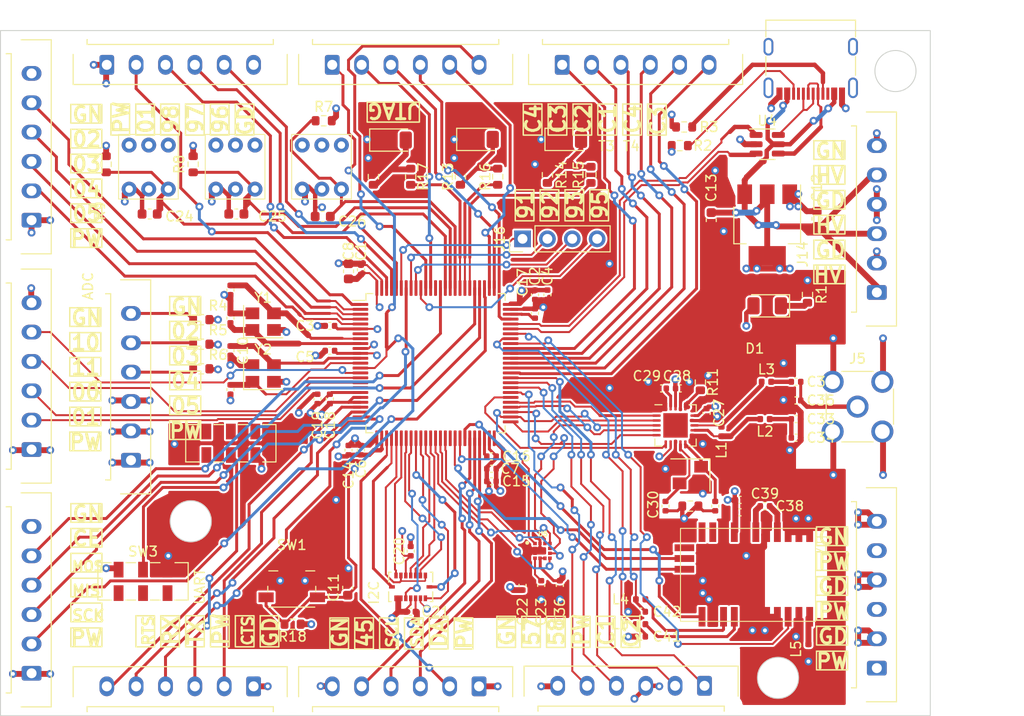
<source format=kicad_pcb>
(kicad_pcb (version 20221018) (generator pcbnew)
  (layers (0 "F.Cu" signal) (1 "In1.Cu" power "GND") (2 "In2.Cu" power "+3.3V") (31 "B.Cu" signal) (34 "B.Paste" user) (35 "F.Paste" user) (36 "B.SilkS" user "B.Silkscreen") (37 "F.SilkS" user "F.Silkscreen") (38 "B.Mask" user) (39 "F.Mask" user) (44 "Edge.Cuts" user))
  (net 0 "")
  (net 1 "Net-(U1-PH1)")
  (net 2 "Net-(U1-PC15)")
  (net 3 "Net-(U1-PC14)")
  (net 4 "Net-(U1-PH0)")
  (net 5 "VCC")
  (net 6 "Net-(C16-Pad2)")
  (net 7 "Net-(C17-Pad2)")
  (net 8 "Net-(U6-DVDD)")
  (net 9 "Net-(U6-XC2)")
  (net 10 "Net-(U6-XC1)")
  (net 11 "Net-(J5-In)")
  (net 12 "Net-(C33-Pad2)")
  (net 13 "Net-(D1-K)")
  (net 14 "Net-(D5-A)")
  (net 15 "Net-(D6-A)")
  (net 16 "UART_CTS")
  (net 17 "Net-(J1-Pin_3)")
  (net 18 "UART_TX")
  (net 19 "UART_RX")
  (net 20 "UART_RTS")
  (net 21 "Net-(J2-CC1)")
  (net 22 "Net-(J2-D+-PadA6)")
  (net 23 "Net-(J2-D--PadA7)")
  (net 25 "Net-(J2-CC2)")
  (net 28 "NJTRST")
  (net 29 "JTDI")
  (net 30 "JSTM")
  (net 31 "JTCK")
  (net 32 "JTDO")
  (net 33 "Net-(J4-Pin_4)")
  (net 34 "Net-(J4-Pin_5)")
  (net 35 "Net-(J4-Pin_6)")
  (net 36 "T4C4")
  (net 37 "T3C3")
  (net 38 "T3C2")
  (net 39 "T3C1")
  (net 40 "T4C3")
  (net 41 "T4C2")
  (net 42 "T4C1")
  (net 43 "GPIO_58")
  (net 44 "GPIO_57")
  (net 45 "GPIO_41")
  (net 46 "GPIO_05")
  (net 47 "GPIO_04")
  (net 48 "GPIO_03")
  (net 49 "GPIO_02")
  (net 50 "GPIO_01")
  (net 51 "GPIO_98")
  (net 52 "GPIO_97")
  (net 53 "GPIO_96")
  (net 54 "SPI3_CE")
  (net 55 "SPI3_MOSI")
  (net 56 "SPI3_MISO")
  (net 57 "I2C_SDA")
  (net 58 "I2C_SCL")
  (net 59 "GPIO_45")
  (net 60 "Net-(J16-Pin_1)")
  (net 61 "Net-(J16-Pin_2)")
  (net 62 "Net-(J16-Pin_3)")
  (net 63 "Net-(J16-Pin_4)")
  (net 64 "Net-(U6-ANT1)")
  (net 65 "Net-(U6-ANT2)")
  (net 66 "Net-(U6-IREF)")
  (net 67 "LED_1")
  (net 68 "LED_2")
  (net 69 "LED_3")
  (net 71 "BOOT")
  (net 73 "ADC3_10")
  (net 74 "ADC3_11")
  (net 75 "ADC3_00")
  (net 76 "ADC3_01")
  (net 77 "DAC")
  (net 78 "SPI_SCK")
  (net 79 "SPI_MISO")
  (net 80 "SPI_MOSI")
  (net 81 "CSB_ACCEL")
  (net 82 "CSB_GYRO")
  (net 83 "INT1_ACC")
  (net 84 "INT2__ACC")
  (net 85 "INT1_GYRO")
  (net 86 "INT2_GYRO")
  (net 87 "CSB_MAG")
  (net 88 "INT1_MAG")
  (net 89 "MAG_DRDY")
  (net 90 "NRF_CS")
  (net 91 "SPI2_SCK")
  (net 92 "SPI2_MISO")
  (net 93 "SPI2_MOSI")
  (net 94 "NRF_CE")
  (net 95 "NRF_IRQ")
  (net 96 "USBD-")
  (net 97 "USBD+")
  (net 98 "SPI3_SCK")
  (net 100 "BTN_1")
  (net 101 "Net-(C32-Pad1)")
  (net 102 "Net-(U5-C1)")
  (net 103 "GND")
  (net 104 "T3C4")
  (net 105 "Net-(U7-RF_IN)")
  (net 106 "GNSS_RX")
  (net 107 "GNSS_TX")
  (net 108 "Net-(U7-TX)")
  (net 109 "Net-(U7-AT2)")
  (net 110 "Net-(U7-RX)")
  (net 114 "GNSS_E2")
  (net 115 "GNSS_E3")
  (net 116 "GNSS_FIX")
  (net 117 "GNSS_SB")
  (net 118 "Net-(U7-ANT_OUT)")
  (net 119 "NRST")
  (net 120 "BTN_2")
  (net 121 "BTN_3")
  (net 122 "PWR")
  (net 123 "Net-(D7-A)")
  (footprint "Capacitor_SMD:C_0402_1005Metric" (layer "F.Cu") (at 186.055 108.585 -90)
    (fp_text reference "C30")
    (fp_text value "22pF" hide)
  )
  (footprint "Capacitor_SMD:C_0402_1005Metric" (layer "F.Cu") (at 191.135 108.585 -90)
    (fp_text reference "C31" hide)
    (fp_text value "22pF" hide)
  )
  (footprint "Connector_Molex:Molex_Micro-Fit_3.0_43650-0615_1x06_P3.00mm_Vertical" (layer "F.Cu") (at 121.285 102.805 90)
    (fp_text reference "J9" hide)
    (fp_text value "micro-fit")
  )
  (footprint "Inductor_SMD:L_0402_1005Metric" (layer "F.Cu") (at 183.515 118.11 180)
    (fp_text reference "L4")
    (fp_text value "47nH" hide)
  )
  (footprint "Capacitor_SMD:C_0402_1005Metric" (layer "F.Cu") (at 183.515 119.38 180)
    (fp_text reference "C42")
    (fp_text value "22pF" hide)
  )
  (footprint "Capacitor_SMD:C_0402_1005Metric" (layer "F.Cu") (at 196.215 108.585 180)
    (fp_text reference "C38")
    (fp_text value "22pF" hide)
  )
  (footprint "Connector_PinHeader_2.54mm:PinHeader_1x04_P2.54mm_Vertical" (layer "F.Cu") (at 171.45 81.28 90)
    (fp_text reference "J16")
    (fp_text value "1x4 header" hide)
  )
  (footprint "Resistor_SMD:R_0603_1608Metric" (layer "F.Cu") (at 178.435 74.74 -90)
    (fp_text reference "R15")
    (fp_text value "2k" hide)
  )
  (footprint "Capacitor_SMD:C_0402_1005Metric" (layer "F.Cu") (at 141.605 92.71 -90)
    (fp_text reference "C10")
    (fp_text value "6pF" hide)
  )
  (footprint "Capacitor_SMD:C_0603_1608Metric" (layer "F.Cu") (at 190.7305 79.375 -90)
    (fp_text reference "C13")
    (fp_text value "10u" hide)
  )
  (footprint "Capacitor_SMD:C_0402_1005Metric" (layer "F.Cu") (at 168.275 106.045 180)
    (fp_text reference "C15")
    (fp_text value "1uF" hide)
  )
  (footprint "Connector_Molex:Molex_Micro-Fit_3.0_43650-0615_1x06_P3.00mm_Vertical" (layer "F.Cu") (at 128.97 63.5)
    (fp_text reference "J11" hide)
    (fp_text value "micro-fit" hide)
  )
  (footprint "Connector_USB:USB_C_Receptacle_G-Switch_GT-USB-7010ASV" (layer "F.Cu") (at 200.8905 62.725 180)
    (fp_text reference "J2" hide)
    (fp_text value "USB_C_Receptacle_USB2.0")
  )
  (footprint "Connector_Molex:Molex_Micro-Fit_3.0_43650-0615_1x06_P3.00mm_Vertical" (layer "F.Cu") (at 207.645 125.14 90)
    (fp_text reference "J15" hide)
    (fp_text value "micro-fit")
  )
  (footprint "Capacitor_SMD:C_0603_1608Metric" (layer "F.Cu") (at 151.035 78.994)
    (fp_text reference "C26")
    (fp_text value "4.7uF" hide)
  )
  (footprint "Capacitor_SMD:C_0402_1005Metric" (layer "F.Cu") (at 193.675 107.95)
    (fp_text reference "C39")
    (fp_text value "4.7uF" hide)
  )
  (footprint "Connector_Coaxial:SMA_Molex_73251-2200_Horizontal" (layer "F.Cu") (at 205.67 98.425 -90)
    (fp_text reference "J5")
    (fp_text value "SMA" hide)
  )
  (footprint "Connector_Molex:Molex_Micro-Fit_3.0_43650-0615_1x06_P3.00mm_Vertical" (layer "F.Cu") (at 167.005 127 180)
    (fp_text reference "J13" hide)
    (fp_text value "micro-fit")
  )
  (footprint "Button_Switch_SMD:SW_DPDT_CK_JS202011JCQN" (layer "F.Cu") (at 141.645 102.165 180)
    (fp_text reference "SW2" hide)
    (fp_text value "UART power decup")
  )
  (footprint "Capacitor_SMD:C_0402_1005Metric" (layer "F.Cu") (at 199.39 99.695 180)
    (fp_text reference "C33")
    (fp_text value "2.2pF" hide)
  )
  (footprint "Resistor_SMD:R_0603_1608Metric" (layer "F.Cu") (at 160.02 74.93 90)
    (fp_text reference "R17")
    (fp_text value "2k" hide)
  )
  (footprint "Resistor_SMD:R_0603_1608Metric" (layer "F.Cu") (at 165.1 74.93 -90)
    (fp_text reference "R13")
    (fp_text value "4k" hide)
  )
  (footprint "Inductor_SMD:L_0402_1005Metric" (layer "F.Cu") (at 183.515 120.65 180)
    (fp_text reference "L6")
    (fp_text value "47nH" hide)
  )
  (footprint "new:K8-5851E" (layer "F.Cu") (at 135.255 76.2 180)
    (fp_text reference "SW4" hide)
    (fp_text value "SW_Push" hide)
  )
  (footprint "Capacitor_SMD:C_0402_1005Metric" (layer "F.Cu") (at 160.02 113.185 90)
    (fp_text reference "C20")
    (fp_text value "100nF" hide)
  )
  (footprint "Package_QFP:LQFP-100_14x14mm_P0.5mm" (layer "F.Cu") (at 162.56 93.98)
    (fp_text reference "U1" hide)
    (fp_text value "STM32H723VGTx" hide)
  )
  (footprint "Capacitor_SMD:C_0402_1005Metric" (layer "F.Cu") (at 199.39 97.79)
    (fp_text reference "C35")
    (fp_text value "1pF" hide)
  )
  (footprint "Connector_Molex:Molex_Micro-Fit_3.0_43650-0615_1x06_P3.00mm_Vertical" (layer "F.Cu") (at 121.285 125.665 90)
    (fp_text reference "J12" hide)
    (fp_text value "micro-fit")
  )
  (footprint "Capacitor_SMD:C_0402_1005Metric" (layer "F.Cu") (at 153.67 102.87 90)
    (fp_text reference "C14")
    (fp_text value "1uF" hide)
  )
  (footprint "Capacitor_SMD:C_0402_1005Metric" (layer "F.Cu") (at 172.72 86.995 -90)
    (fp_text reference "C2")
    (fp_text value "100nF" hide)
  )
  (footprint "Capacitor_SMD:C_0603_1608Metric" (layer "F.Cu") (at 142.208 78.74)
    (fp_text reference "C25")
    (fp_text value "4.7uF" hide)
  )
  (footprint "Connector_Molex:Molex_Micro-Fit_3.0_43650-0615_1x06_P3.00mm_Vertical" (layer "F.Cu") (at 207.645 86.755 90)
    (fp_text reference "J14")
    (fp_text value "micro-fit")
  )
  (footprint "Capacitor_SMD:C_0402_1005Metric" (layer "F.Cu") (at 141.605 96.675 -90)
    (fp_text reference "33pF1" hide)
    (fp_text value "6pF" hide)
  )
  (footprint "Resistor_SMD:R_0603_1608Metric" (layer "F.Cu") (at 151.13 69.215)
    (fp_text reference "R7")
    (fp_text value "10k")
  )
  (footprint "Capacitor_SMD:C_0402_1005Metric" (layer "F.Cu") (at 199.39 101.6 180)
    (fp_text reference "C34")
    (fp_text value "4.7pF" hide)
  )
  (footprint "Connector_Molex:Molex_Micro-Fit_3.0_43650-0615_1x06_P3.00mm_Vertical" (layer "F.Cu") (at 190.04 126.945 180)
    (fp_text reference "J7" hide)
    (fp_text value "micro-fit" hide)
  )
  (footprint "Capacitor_SMD:C_0402_1005Metric" (layer "F.Cu") (at 173.355 116.68625 -90)
    (fp_text reference "C23")
    (fp_text value "100nF" hide)
  )
  (footprint "Resistor_SMD:R_0603_1608Metric" (layer "F.Cu") (at 200.56075 86.97975 -90)
    (fp_text reference "R1")
    (fp_text value "1k5")
  )
  (footprint "LED_SMD:LED_1206_3216Metric" (layer "F.Cu") (at 158.115 71.187)
    (fp_text reference "D7" hide)
    (fp_text value "LED" hide)
  )
  (footprint "Capacitor_SMD:C_0402_1005Metric" (layer "F.Cu") (at 154.94 84.44 90)
    (fp_text reference "C1")
    (fp_text value "100nF" hide)
  )
  (footprint "Inductor_SMD:L_0402_1005Metric" (layer "F.Cu") (at 191.77 100.965 90)
    (fp_text reference "L1")
    (fp_text value "8.2nH" hide)
  )
  (footprint "Capacitor_SMD:C_0402_1005Metric" (layer "F.Cu") (at 151.765 92.71 180)
    (fp_text reference "C5")
    (fp_text value "100nF" hide)
  )
  (footprint "Resistor_SMD:R_0603_1608Metric" (layer "F.Cu") (at 173.99 74.74 -90)
    (fp_text reference "R14")
    (fp_text value "4k" hide)
  )
  (footprint "Crystal:Crystal_SMD_3225-4Pin_3.2x2.5mm" (layer "F.Cu") (at 144.95 89.74)
    (fp_text reference "Y1")
    (fp_text value "24MHz" hide)
  )
  (footprint "Connector_Molex:Molex_Micro-Fit_3.0_43650-0615_1x06_P3.00mm_Vertical" (layer "F.Cu") (at 152.005 63.5)
    (fp_text reference "J3" hide)
    (fp_text value "JTAG 1x6_1")
  )
  (footprint "Crystal:Crystal_SMD_3225-4Pin_3.2x2.5mm" (layer "F.Cu") (at 188.595 105.41 180)
    (fp_text reference "Y4" hide)
    (fp_text value "16MHz" hide)
  )
  (footprint "Package_TO_SOT_SMD:SOT-23-6" (layer "F.Cu") (at 196.4455 71.615)
    (fp_text reference "U4")
    (fp_text value "USBLC6-2SC6")
  )
  (footprint "Capacitor_SMD:C_0402_1005Metric" (layer "F.Cu") (at 141.605 86.515 -90)
    (fp_text reference "C9" hide)
    (fp_text value "33pF" hide)
  )
  (footprint "Inductor_SMD:L_0402_1005Metric" (layer "F.Cu") (at 200.66 123.19 -90)
    (fp_text reference "L5")
    (fp_text value "1.8nH" hide)
  )
  (footprint "Capacitor_SMD:C_0603_1608Metric" (layer "F.Cu") (at 201.5255 79.235 90)
    (fp_text reference "C12")
    (fp_text value "10u" hide)
  )
  (footprint "Package_DFN_QFN:QFN-20-1EP_4x4mm_P0.5mm_EP2.5x2.5mm" (layer "F.Cu") (at 187.08 100.34)
    (fp_text reference "U6" hide)
    (fp_text value "NRF24L01" hide)
  )
  (footprint "Connector_Molex:Molex_Micro-Fit_3.0_43650-0615_1x06_P3.00mm_Vertical" (layer "F.Cu") (at 121.285 79.375 90)
    (fp_text reference "J10" hide)
    (fp_text value "micro-fit" hide)
  )
  (footprint "Inductor_SMD:L_0402_1005Metric" (layer "F.Cu") (at 196.215 99.695)
    (fp_text reference "L2")
    (fp_text value "27nH" hide)
  )
  (footprint "Capacitor_SMD:C_0402_1005Metric" (layer "F.Cu") (at 183.515 121.92 180)
    (fp_text reference "C41")
    (fp_text value "22pF" hide)
  )
  (footprint "new:K8-5851E" (layer "F.Cu") (at 144.113 76.2 180)
    (fp_text reference "SW5" hide)
    (fp_text value "SW_Push" hide)
  )
  (footprint "Resistor_SMD:R_0603_1608Metric" (layer "F.Cu") (at 128.905 73.66 90)
    (fp_text reference "R9")
    (fp_text value "10k" hide)
  )
  (footprint "Resistor_SMD:R_0603_1608Metric" (layer "F.Cu") (at 187.96 69.85 180)
    (fp_text reference "R3")
    (fp_text value "5k1" hide)
  )
  (footprint "Resistor_SMD:R_0603_1608Metric" (layer "F.Cu") (at 168.91 74.93 -90)
    (fp_text reference "R16")
    (fp_text value "2k" hide)
  )
  (footprint "Capacitor_SMD:C_0402_1005Metric" (layer "F.Cu") (at 151.765 90.17 180)
    (fp_text reference "C3")
    (fp_text value "100nF" hide)
  )
  (footprint "Capacitor_SMD:C_0402_1005Metric" (layer "F.Cu") (at 154.94 102.87 90)
    (fp_text reference "C6")
    (fp_text value "100nF" hide)
  )
  (footprint "Resistor_SMD:R_0603_1608Metric" (layer "F.Cu") (at 137.795 73.66 90)
    (fp_text reference "R8")
    (fp_text value "10k" hide)
  )
  (footprint "bmi088:PQFN50P450X300X100-16N" (layer "F.Cu") (at 160.02 116.84 180)
    (fp_text reference "U3" hide)
    (fp_text value "BMI088")
  )
  (footprint "Capacitor_SMD:C_0402_1005Metric" (layer "F.Cu") (at 168.275 104.775 180)
    (fp_text reference "C7")
    (fp_text value "100nF" hide)
  )
  (footprint "Resistor_SMD:R_0603_1608Metric" (layer "F.Cu") (at 156.21 74.93 -90)
    (fp_text reference "R12" hide)
    (fp_text value "4k" hide)
  )
  (footprint "new:K8-5851E" (layer "F.Cu") (at 152.94 76.2 180)
    (fp_text reference "SW6" hide)
    (fp_text value "SW_Push" hide)
  )
  (footprint "Package_TO_SOT_SMD:SOT-223-3_TabPin2" (layer "F.Cu") (at 196.4455 79.87 -90)
    (fp_text reference "U2" hide)
    (fp_text value "AMS1117-3.3" hide)
  )
  (footprint "Capacitor_SMD:C_0603_1608Metric" (layer "F.Cu") (at 153.585 116.915 90)
    (fp_text reference "C11")
    (fp_text value "4.7uF")
  )
  (footprint "Button_Switch_SMD:Panasonic_EVQPUJ_EVQPUA" (layer "F.Cu") (at 147.87 117.055)
    (fp_text reference "SW1")
    (fp_text value "SW_Push")
  )
  (footprint "Capacitor_SMD:C_0402_1005Metric" (layer "F.Cu") (at 199.39 95.885)
    (fp_text reference "C32")
    (fp_text value "1.5pF" hide)
  )
  (footprint "LED_SMD:LED_1206_3216Metric" (layer "F.Cu") (at 176.025 71.12)
    (fp_text reference "D5" hide)
    (fp_text value "LED" hide)
  )
  (footprint "Capacitor_SMD:C_0402_1005Metric" (layer "F.Cu") (at 172.72 88.9 -90)
    (fp_text reference "C17")
    (fp_text value "2.2uF" hide)
  )
  (footprint "Capacitor_SMD:C_0402_1005Metric" (layer "F.Cu") (at 175.26 116.68625 -90)
    (fp_text reference "C36")
    (fp_text value "1uF" hide)
  )
  (footprint "Connector_Molex:Molex_Micro-Fit_3.0_43650-0615_1x06_P3.00mm_Vertical" (layer "F.Cu") (at 131.445 103.9 90)
    (fp_text reference "J4")
    (fp_text value "JTAG 1x6_2")
  )
  (footprint "Capacitor_SMD:C_0402_1005Metric" (layer "F.Cu") (at 171.45 116.68625 90)
    (fp_text reference "C22")
    (fp_text value "100nF" hide)
  )
  (footprint "Resistor_SMD:R_0603_1608Metric" (layer "F.Cu") (at 138.62 92.045)
    (fp_text reference "R5")
    (fp_text value "10k" hide)
  )
  (footprint "Resistor_SMD:R_0603_1608Metric" (layer "F.Cu") (at 188.595 108.585 180)
    (fp_text reference "R10" hide)
    (fp_text value "1M" hide)
  )
  (footprint "Capacitor_SMD:C_0402_1005Metric" (layer "F.Cu") (at 160.02 119.38 180)
    (fp_text reference "C21")
    (fp_text value "100nF" hide)
  )
  (footprint "LED_SMD:LED_1206_3216Metric" (layer "F.Cu") (at 196.4455 88.125 180)
    (fp_text reference "D1")
    (fp_text value "LED")
  )
  (footprint "Capacitor_SMD:C_0402_1005Metric" (layer "F.Cu") (at 141.605 89.38 90)
    (fp_text reference "33pF2" hide)
    (fp_text value "33pF" hide)
  )
  (footprint "LED_SMD:LED_1206_3216Metric" (layer "F.Cu") (at 167.005 71.12)
    (fp_text reference "D6" hide)
    (fp_text value "LED" hide)
  )
  (footprint "Capacitor_SMD:C_0603_1608Metric" (layer "F.Cu") (at 153.67 84.595 90)
    (fp_text reference "C8")
    (fp_text value "4.7uF" hide)
  )
  (footprint "Capacitor_SMD:C_0402_1005Metric" (layer "F.Cu") (at 173.99 86.995 -90)
    (fp_text reference "C4")
    (fp_text value "100nF" hide)
  )
  (footprint "Resistor_SMD:R_0603_1608Metric" (layer "F.Cu") (at 187.515 71.755 180)
    (fp_text reference "R2")
    (fp_text value "5k1" hide)
  )
  (footprint "Inductor_SMD:L_0402_1005Metric" (layer "F.Cu") (at 196.365 95.885)
    (fp_text reference "L3")
    (fp_text value "3.9nH" hide)
  )
  (footprint "Resistor_SMD:R_0603_1608Metric" (layer "F.Cu") (at 189.62 95.9275 90)
    (fp_text reference "R11")
    (fp_text value "22K" hide)
  )
  (footprint "Resistor_SMD:R_0603_1608Metric" (layer "F.Cu") (at 138.62 94.555)
    (fp_text reference "R6")
    (fp_text value "10k" hide)
  )
  (footprint "Capacitor_SMD:C_0402_1005Metric" (layer "F.Cu") (at 185.655 96.5625 180)
    (fp_text reference "C28")
    (fp_text value "1nF" hide)
  )
  (footprint "antenna:ant" (layer "F.Cu") (at 201.385 112.49 -90)
    (fp_text reference "U7")
    (fp_text value "antenova M20048-1")
  )
  (footprint "Capacitor_SMD:C_0402_1005Metric" (layer "F.Cu") (at 190.255 99.1025 -90)
    (fp_text reference "C27")
    (fp_text value "33nF" hide)
  )
  (footprint "Connector_Molex:Molex_Micro-Fit_3.0_43650-0615_1x06_P3.00mm_Vertical" (layer "F.Cu") (at 143.97 127 180)
    (fp_text reference "J1" hide)
    (fp_text value "UART 1x6")
  )
  (footprint "Capacitor_SMD:C_0402_1005Metric" (layer "F.Cu") (at 151.765 97.635 90)
    (fp_text reference "C18")
    (fp_text value "1uF" hide)
  )
  (footprint "Resistor_SMD:R_0603_1608Metric" (layer "F.Cu") (at 147.955 120.65)
    (fp_text reference "R18")
    (fp_text value "10k")
  )
  (footprint "Capacitor_SMD:C_0402_1005Metric" (layer "F.Cu") (at 168.275 103.505 180)
    (fp_text reference "C16")
    (fp_text value "2.2uF" hide)
  )
  (footprint "Capacitor_SMD:C_0402_1005Metric" (layer "F.Cu") (at 150.495 97.635 -90)
    (fp_text reference "C19")
    (fp_text value "1uF" hide)
  )
  (footprint "Button_Switch_SMD:SW_DPDT_CK_JS202011JCQN" (layer "F.Cu") (at 132.675 116.275)
    (fp_text reference "SW3")
    (fp_text value "BOOT")
  )
  (footprint "Capacitor_SMD:C_0402_1005Metric" (layer "F.Cu") (at 193.675 109.22)
    (fp_text reference "C37" hide)
    (fp_text value "22pF" hide)
  )
  (footprint "Connector_Molex:Molex_Micro-Fit_3.0_43650-0615_1x06_P3.00mm_Vertical" (layer "F.Cu") (at 175.5 63.5)
    (fp_text reference "J6" hide)
    (fp_text value "micro-fit")
  )
  (footprint "LIS3MDL:XDCR_LIS3MDLTR" (layer "F.Cu") (at 173.4825 113.15875)
    (fp_text reference "U5")
    (fp_text value "LIS3MDLTR")
  )
  (footprint "Capacitor_SMD:C_0402_1005Metric" (layer "F.Cu") (at 187.56 96.5625)
    (fp_text reference "C29")
    (fp_text value "10nF" hide)
  )
  (footprint "Capacitor_SMD:C_0603_1608Metric" (layer "F.Cu") (at 133.35 78.74)
    (fp_text reference "C24")
    (fp_text value "4.7uF" hide)
  )
  (footprint "Resistor_SMD:R_0603_1608Metric" (layer "F.Cu") (at 138.62 89.535)
    (fp_text reference "R4")
    (fp_text value "10k" hide)
  )
  (footprint "Crystal:Crystal_SMD_3225-4Pin_3.2x2.5mm" (layer "F.Cu") (at 144.95 95.035)
    (fp_text reference "Y2")
    (fp_text value "32.768kHz" hide)
  )
  (gr_rect (start 135.394047 94.790906) (end 138.569047 96.695906) (stroke (width 0.15)) (fill none) (layer "F.SilkS"))
  (gr_rect (start 135.394047 92.250906) (end 138.569047 94.155906) (stroke (width 0.15)) (fill none) (layer "F.SilkS"))
  (gr_rect (start 125.188744 90.859075) (end 128.363744 92.764075) (stroke (width 0.15)) (fill none) (layer "F.SilkS"))
  (gr_rect (start 125.299322 121.033725) (end 128.474322 122.938725) (stroke (width 0.15)) (fill none) (layer "F.SilkS"))
  (gr_rect (start 201.21289 81.415749) (end 204.38789 83.320749) (stroke (width 0.15)) (fill none) (layer "F.SilkS"))
  (gr_rect (start 139.553578 67.50642) (end 141.458578 70.68142) (stroke (width 0.15)) (fill none) (layer "F.SilkS"))
  (gr_rect (start 164.465 120.011701) (end 166.37 123.186701) (stroke (width 0.15)) (fill none) (layer "F.SilkS"))
  (gr_rect (start 184.223863 67.50642) (end 186.128863 70.68142) (stroke (width 0.15)) (fill none) (layer "F.SilkS"))
  (gr_rect (start 201.487687 110.711156) (end 204.662687 112.616156) (stroke (width 0.15)) (fill none) (layer "F.SilkS"))
  (gr_rect (start 156.845 120.011701) (end 158.75 123.186701) (stroke (width 0.15)) (fill none) (layer "F.SilkS"))
  (gr_rect (start 135.394047 89.710906) (end 138.569047 91.615906) (stroke (width 0.15)) (fill none) (layer "F.SilkS"))
  (gr_rect (start 201.21289 73.795749) (end 204.38789 75.700749) (stroke (width 0.15)) (fill none) (layer "F.SilkS"))
  (gr_rect (start 178.983379 119.845834) (end 180.888379 123.020834) (stroke (width 0.15)) (fill none) (layer "F.SilkS"))
  (gr_rect (start 135.394047 87.170906) (end 138.569047 89.075906) (stroke (width 0.15)) (fill none) (layer "F.SilkS"))
  (gr_rect (start 155.575 67.31) (end 160.91 69.35) (stroke (width 0.15)) (fill none) (layer "F.SilkS"))
  (gr_rect (start 201.487687 120.871156) (end 204.662687 122.776156) (stroke (width 0.15)) (fill none) (layer "F.SilkS"))
  (gr_rect (start 135.394047 97.330906) (end 138.569047 99.235906) (stroke (width 0.15)) (fill none) (layer "F.SilkS"))
  (gr_rect (start 125.299322 113.413725) (end 128.474322 115.318725) (stroke (width 0.15)) (fill none) (layer "F.SilkS"))
  (gr_rect (start 176.443379 119.845834) (end 178.348379 123.020834) (stroke (width 0.15)) (fill none) (layer "F.SilkS"))
  (gr_rect (start 125.299322 108.333725) (end 128.474322 110.238725) (stroke (width 0.15)) (fill none) (layer "F.SilkS"))
  (gr_rect (start 161.925 120.011701) (end 163.83 123.186701) (stroke (width 0.15)) (fill none) (layer "F.SilkS"))
  (gr_rect (start 125.290642 80.249731) (end 128.465642 82.154731) (stroke (width 0.15)) (fill none) (layer "F.SilkS"))
  (gr_rect (start 175.785635 76.265618) (end 177.690635 79.440618) (stroke (width 0.15)) (fill none) (layer "F.SilkS"))
  (gr_rect (start 125.188744 101.019075) (end 128.363744 102.924075) (stroke (width 0.15)) (fill none) (layer "F.SilkS"))
  (gr_rect (start 201.21289 83.955749) (end 204.38789 85.860749) (stroke (width 0.15)) (fill none) (layer "F.SilkS"))
  (gr_rect (start 144.645556 119.790545) (end 146.550556 122.965545) (stroke (width 0.15)) (fill none) (layer "F.SilkS"))
  (gr_rect (start 134.485556 119.790545) (end 136.390556 122.965545) (stroke (width 0.15)) (fill none) (layer "F.SilkS"))
  (gr_rect (start 159.385 120.011701) (end 161.29 123.186701) (stroke (width 0.15)) (fill none) (layer "F.SilkS"))
  (gr_rect (start 201.487687 123.411156) (end 204.662687 125.316156) (stroke (width 0.15)) (fill none) (layer "F.SilkS"))
  (gr_rect (start 201.487687 118.331156) (end 204.662687 120.236156) (stroke (width 0.15)) (fill none) (layer "F.SilkS"))
  (gr_rect (start 134.473578 67.50642) (end 136.378578 70.68142) (stroke (width 0.15)) (fill none) (layer "F.SilkS"))
  (gr_rect (start 125.290642 72.629731) (end 128.465642 74.534731) (stroke (width 0.15)) (fill none) (layer "F.SilkS"))
  (gr_rect (start 171.363379 119.845834) (end 173.268379 123.020834) (stroke (width 0.15)) (fill none) (layer "F.SilkS"))
  (gr_rect (start 125.299322 110.873725) (end 128.474322 112.778725) (stroke (width 0.15)) (fill none) (layer "F.SilkS"))
  (gr_rect (start 125.299322 118.493725) (end 128.474322 120.398725) (stroke (width 0.15)) (fill none) (layer "F.SilkS"))
  (gr_rect (start 125.290642 70.089731) (end 128.465642 71.994731) (stroke (width 0.15)) (fill none) (layer "F.SilkS"))
  (gr_rect (start 151.765 120.011701) (end 153.67 123.186701) (stroke (width 0.15)) (fill none) (layer "F.SilkS"))
  (gr_rect (start 179.143863 67.50642) (end 181.048863 70.68142) (stroke (width 0.15)) (fill none) (layer "F.SilkS"))
  (gr_rect (start 135.394047 99.870906) (end 138.569047 101.775906) (stroke (width 0.15)) (fill none) (layer "F.SilkS"))
  (gr_rect (start 201.21289 78.875749) (end 204.38789 80.780749) (stroke (width 0.15)) (fill none) (layer "F.SilkS"))
  (gr_rect (start 137.025556 119.790545) (end 138.930556 122.965545) (stroke (width 0.15)) (fill none) (layer "F.SilkS"))
  (gr_rect (start 170.705635 76.265618) (end 172.610635 79.440618) (stroke (width 0.15)) (fill none) (layer "F.SilkS"))
  (gr_rect (start 125.290642 77.709731) (end 128.465642 79.614731) (stroke (width 0.15)) (fill none) (layer "F.SilkS"))
  (gr_rect (start 139.565556 119.790545) (end 141.470556 122.965545) (stroke (width 0.15)) (fill none) (layer "F.SilkS"))
  (gr_rect (start 178.325635 76.265618) (end 180.230635 79.440618) (stroke (width 0.15)) (fill none) (layer "F.SilkS"))
  (gr_rect (start 181.683863 67.50642) (end 183.588863 70.68142) (stroke (width 0.15)) (fill none) (layer "F.SilkS"))
  (gr_rect (start 125.299322 115.953725) (end 128.474322 117.858725) (stroke (width 0.15)) (fill none) (layer "F.SilkS"))
  (gr_rect (start 131.945556 119.790545) (end 133.850556 122.965545) (stroke (width 0.15)) (fill none) (layer "F.SilkS"))
  (gr_rect (start 142.093578 67.50642) (end 143.998578 70.68142) (stroke (width 0.15)) (fill none) (layer "F.SilkS"))
  (gr_rect (start 125.188744 93.399075) (end 128.363744 95.304075) (stroke (width 0.15)) (fill none) (layer "F.SilkS"))
  (gr_rect (start 154.305 120.011701) (end 156.21 123.186701) (stroke (width 0.15)) (fill none) (layer "F.SilkS"))
  (gr_rect (start 125.188744 95.939075) (end 128.363744 97.844075) (stroke (width 0.15)) (fill none) (layer "F.SilkS"))
  (gr_rect (start 125.188744 98.479075) (end 128.363744 100.384075) (stroke (width 0.15)) (fill none) (layer "F.SilkS"))
  (gr_rect (start 125.290642 75.169731) (end 128.465642 77.074731) (stroke (width 0.15)) (fill none) (layer "F.SilkS"))
  (gr_rect (start 201.21289 76.335749) (end 204.38789 78.240749) (stroke (width 0.15)) (fill none) (layer "F.SilkS"))
  (gr_rect (start 201.487687 113.251156) (end 204.662687 115.156156) (stroke (width 0.15)) (fill none) (layer "F.SilkS"))
  (gr_rect (start 201.487687 115.791156) (end 204.662687 117.696156) (stroke (width 0.15)) (fill none) (layer "F.SilkS"))
  (gr_rect (start 174.063863 67.50642) (end 175.968863 70.68142) (stroke (width 0.15)) (fill none) (layer "F.SilkS"))
  (gr_rect (start 129.393578 67.50642) (end 131.298578 70.68142) (stroke (width 0.15)) (fill none) (layer "F.SilkS"))
  (gr_rect (start 131.933578 67.50642) (end 133.838578 70.68142) (stroke (width 0.15)) (fill none) (layer "F.SilkS"))
  (gr_rect (start 173.903379 119.845834) (end 175.808379 123.020834) (stroke (width 0.15)) (fill none) (layer "F.SilkS"))
  (gr_rect (start 137.013578 67.50642) (end 138.918578 70.68142) (stroke (width 0.15)) (fill none) (layer "F.SilkS"))
  (gr_rect (start 168.823379 119.845834) (end 170.728379 123.020834) (stroke (width 0.15)) (fill none) (layer "F.SilkS"))
  (gr_rect (start 176.603863 67.50642) (end 178.508863 70.68142) (stroke (width 0.15)) (fill none) (layer "F.SilkS"))
  (gr_rect (start 125.188744 88.319075) (end 128.363744 90.224075) (stroke (width 0.15)) (fill none) (layer "F.SilkS"))
  (gr_rect (start 171.523863 67.50642) (end 173.428863 70.68142) (stroke (width 0.15)) (fill none) (layer "F.SilkS"))
  (gr_rect (start 181.523379 119.845834) (end 183.428379 123.020834) (stroke (width 0.15)) (fill none) (layer "F.SilkS"))
  (gr_rect (start 201.21289 71.255749) (end 204.38789 73.160749) (stroke (width 0.15)) (fill none) (layer "F.SilkS"))
  (gr_rect (start 142.105556 119.790545) (end 144.010556 122.965545) (stroke (width 0.15)) (fill none) (layer "F.SilkS"))
  (gr_rect (start 125.290642 67.549731) (end 128.465642 69.454731) (stroke (width 0.15)) (fill none) (layer "F.SilkS"))
  (gr_rect (start 173.245635 76.265618) (end 175.150635 79.440618) (stroke (width 0.15)) (fill none) (layer "F.SilkS"))
  (gr_rect (start 118.11 60) (end 213.11 130) (stroke (width 0.1)) (fill none) (layer "Edge.Cuts"))
  (gr_circle (center 197.55 126.135) (end 199.65 126.135) (stroke (width 0.1)) (fill none) (layer "Edge.Cuts"))
  (gr_circle (center 209.55 64.135) (end 211.65 64.135) (stroke (width 0.1)) (fill none) (layer "Edge.Cuts"))
  (gr_circle (center 137.55 110.135) (end 139.65 110.135) (stroke (width 0.1)) (fill none) (layer "Edge.Cuts"))
  (gr_text "GD" (at 201.21289 83.320749) (layer "F.SilkS") (effects (font (size 1.5 1.5) (thickness 0.3) bold) (justify left bottom)))
  (gr_text "SCK" (at 125.299322 120.398725) (layer "F.SilkS") (effects (font (size 1.1 1.1) (thickness 0.25) bold) (justify left bottom)))
  (gr_text "MOS" (at 125.299322 115.318725) (layer "F.SilkS") (effects (font (size 1 1) (thickness 0.225) bold) (justify left bottom)))
  (gr_text "SCL" (at 158.75 123.186701 90) (layer "F.SilkS") (effects (font (size 1.1 1.1) (thickness 0.25) bold) (justify left bottom)))
  (gr_text "C1" (at 180.888379 123.020834 90) (layer "F.SilkS") (effects (font (size 1.5 1.5) (thickness 0.3) bold) (justify left bottom)))
  (gr_text "GN" (at 201.487687 112.616156) (layer "F.SilkS") (effects (font (size 1.5 1.5) (thickness 0.3) bold) (justify left bottom)))
  (gr_text "91" (at 172.610635 79.440618 90) (layer "F.SilkS") (effects (font (size 1.5 1.5) (thickness 0.3) bold) (justify left bottom)))
  (gr_text "GN" (at 170.728379 123.020834 90) (layer "F.SilkS") (effects (font (size 1.5 1.5) (thickness 0.3) bold) (justify left bottom)))
  (gr_text "04" (at 125.290642 77.074731) (layer "F.SilkS") (effects (font (size 1.5 1.5) (thickness 0.3) bold) (justify left bottom)))
  (gr_text "ADC" (at 127.635 87.63 90) (layer "F.SilkS") (effects (font (size 1 1)) (justify left bottom)))
  (gr_text "10" (at 125.188744 92.764075) (layer "F.SilkS") (effects (font (size 1.5 1.5) (thickness 0.3) bold) (justify left bottom)))
  (gr_text "T3" (at 179.07 72.39) (layer "F.SilkS") (effects (font (size 1 1)) (justify left bottom)))
  (gr_text "RX" (at 136.390556 122.965545 90) (layer "F.SilkS") (effects (font (size 1.5 1.5) (thickness 0.3) bold) (justify left bottom)))
  (gr_text "SDA" (at 161.29 123.186701 90) (layer "F.SilkS") (effects (font (size 1.1 1.1) (thickness 0.25) bold) (justify left bottom)))
  (gr_text "96" (at 141.458578 70.68142 90) (layer "F.SilkS") (effects (font (size 1.5 1.5) (thickness 0.3) bold) (justify left bottom)))
  (gr_text "95" (at 180.230635 79.440618 90) (layer "F.SilkS") (effects (font (size 1.5 1.5) (thickness 0.3) bold) (justify left bottom)))
  (gr_text "11" (at 125.188744 95.304075) (layer "F.SilkS") (effects (font (size 1.5 1.5) (thickness 0.3) bold) (justify left bottom)))
  (gr_text "GD" (at 201.487687 117.696156) (layer "F.SilkS") (effects (font (size 1.5 1.5) (thickness 0.3) bold) (justify left bottom)))
  (gr_text "GN" (at 201.21289 73.160749) (layer "F.SilkS") (effects (font (size 1.5 1.5) (thickness 0.3) bold) (justify left bottom)))
  (gr_text "RTS" (at 133.850556 122.965545 90) (layer "F.SilkS") (effects (font (size 1.1 1.1) (thickness 0.25) bold) (justify left bottom)))
  (gr_text "CTS" (at 144.010556 122.965545 90) (layer "F.SilkS") (effects (font (size 1.1 1.1) (thickness 0.25) bold) (justify left bottom)))
  (gr_text "98" (at 136.378578 70.68142 90) (layer "F.SilkS") (effects (font (size 1.5 1.5) (thickness 0.3) bold) (justify left bottom)))
  (gr_text "93" (at 177.690635 79.440618 90) (layer "F.SilkS") (effects (font (size 1.5 1.5) (thickness 0.3) bold) (justify left bottom)))
  (gr_text "PW" (at 201.487687 120.236156) (layer "F.SilkS") (effects (font (size 1.5 1.5) (thickness 0.3) bold) (justify left bottom)))
  (gr_text "PW" (at 125.099322 122.938725) (layer "F.SilkS") (effects (font (size 1.5 1.5) (thickness 0.3) bold) (justify left bottom)))
  (gr_text "C1" (at 181.048863 70.68142 90) (layer "F.SilkS") (effects (font (size 1.5 1.5) (thickness 0.3) bold) (justify left bottom)))
  (gr_text "HV" (at 201.01289 85.860749) (layer "F.SilkS") (effects (font (size 1.5 1.5) (thickness 0.3) bold) (justify left bottom)))
  (gr_text "GN" (at 153.67 123.186701 90) (layer "F.SilkS") (effects (font (size 1.5 1.5) (thickness 0.3) bold) (justify left bottom)))
  (gr_text "PW" (at 178.348379 123.020834 90) (layer "F.SilkS") (effects (font (size 1.5 1.5) (thickness 0.3) bold) (justify left bottom)))
  (gr_text "03" (at 125.290642 74.534731) (layer "F.SilkS") (effects (font (size 1.5 1.5) (thickness 0.3) bold) (justify left bottom)))
  (gr_text "PW" (at 131.298578 70.68142 90) (layer "F.SilkS") (effects (font (size 1.5 1.5) (thickness 0.3) bold) (justify left bottom)))
  (gr_text "JTAG" (at 160.91 67.31 180) (layer "F.SilkS") (effects (font (size 1.5 1.5) (thickness 0.3) bold) (justify left bottom)))
  (gr_text "05" (at 125.290642 79.614731) (layer "F.SilkS") (effects (font (size 1.5 1.5) (thickness 0.3) bold) (justify left bottom)))
  (gr_text "01" (at 133.838578 70.68142 90) (layer "F.SilkS") (effects (font (size 1.5 1.5) (thickness 0.3) bold) (justify left bottom)))
  (gr_text "CE" (at 125.299322 112.778725) (layer "F.SilkS") (effects (font (size 1.5 1.5) (thickness 0.3) bold) (justify left bottom)))
  (gr_text "97" (at 138.918578 70.68142 90) (layer "F.SilkS") (effects (font (size 1.5 1.5) (thickness 0.3) bold) (justify left bottom)))
  (gr_text "04" (at 135.394047 96.695906) (layer "F.SilkS") (effects (font (size 1.5 1.5) (thickness 0.3) bold) (justify left bottom)))
  (gr_text "92" (at 175.150635 79.440618 90) (layer "F.SilkS") (effects (font (size 1.5 1.5) (thickness 0.3) bold) (justify left bottom)))
  (gr_text "C2" (at 178.508863 70.68142 90) (layer "F.SilkS") (effects (font (size 1.5 1.5) (thickness 0.3) bold) (justify left bottom)))
  (gr_text "00" (at 125.188744 97.844075) (layer "F.SilkS") (effects (font (size 1.5 1.5) (thickness 0.3) bold) (justify left bottom)))
  (gr_text "T4" (at 181.61 72.39) (layer "F.SilkS") (effects (font (size 1 1)) (justify left bottom)))
  (gr_text "HV" (at 201.21289 80.780749) (layer "F.SilkS") (effects (font (size 1.5 1.5) (thickness 0.3) bold) (justify left bottom)))
  (gr_text "57" (at 173.268379 123.020834 90) (layer "F.SilkS") (effects (font (size 1.5 1.5) (thickness 0.3) bold) (justify left bottom)))
  (gr_text "I2C" (at 156.845 118.745 90) (layer "F.SilkS") (effects (font (size 1 1)) (justify left bottom)))
  (gr_text "GN" (at 125.290642 69.454731) (layer "F.SilkS") (effects (font (size 1.5 1.5) (thickness 0.3) bold) (justify left bottom)))
  (gr_text "TX" (at 138.930556 122.965545 90) (layer "F.SilkS") (effects (font (size 1.5 1.5) (thickness 0.3) bold) (justify left bottom)))
  (gr_text "02" (at 125.290642 71.994731) (layer "F.SilkS") (effects (font (size 1.5 1.5) (thickness 0.3) bold) (justify left bottom)))
  (gr_text "UART" (at 139.065 118.745 90) (layer "F.SilkS") (effects (font (size 1 1)) (justify left bottom)))
  (gr_text "PW" (at 124.988744 102.924075) (layer "F.SilkS") (effects (font (size 1.5 1.5) (thickness 0.3) bold) (justify left bottom)))
  (gr_text "MIS" (at 125.299322 117.858725) (layer "F.SilkS") (effects (font (size 1.1 1.1) (thickness 0.24) bold) (justify left bottom)))
  (gr_text "C3" (at 175.968863 70.68142 90) (layer "F.SilkS") (effects (font (size 1.5 1.5) (thickness 0.3) bold) (justify left bottom)))
  (gr_text "C3" (at 186.128863 70.88142 90) (layer "F.SilkS") (effects (font (size 1.5 1.5) (thickness 0.3) bold) (justify left bottom)))
  (gr_text "PW" (at 166.37 123.386701 90) (layer "F.SilkS") (effects (font (size 1.5 1.5) (thickness 0.3) bold) (justify left bottom)))
  (gr_text "C4" (at 183.588863 70.68142 90) (layer "F.SilkS") (effects (font (size 1.5 1.5) (thickness 0.3) bold) (justify left bottom)))
  (gr_text "01" (at 125.188744 100.384075) (layer "F.SilkS") (effects (font (size 1.5 1.5) (thickness 0.3) bold) (justify left bottom)))
  (gr_text "C2" (at 183.428379 123.220834 90) (layer "F.SilkS") (effects (font (size 1.5 1.5) (thickness 0.3) bold) (justify left bottom)))
  (gr_text "PW" (at 125.090642 82.154731) (layer "F.SilkS") (effects (font (size 1.5 1.5) (thickness 0.3) bold) (justify left bottom)))
  (gr_text "58" (at 175.808379 123.020834 90) (layer "F.SilkS") (effects (font (size 1.5 1.5) (thickness 0.3) bold) (justify left bottom)))
  (gr_text "03" (at 135.394047 94.155906) (layer "F.SilkS") (effects (font (size 1.5 1.5) (thickness 0.3) bold) (justify left bottom)))
  (gr_text "GN" (at 135.394047 89.075906) (layer "F.SilkS") (effects (font (size 1.5 1.5) (thickness 0.3) bold) (justify left bottom)))
  (gr_text "GN" (at 125.188744 90.224075) (layer "F.SilkS") (effects (font (size 1.5 1.5) (thickness 0.3) bold) (justify left bottom)))
  (gr_text "GD" (at 143.998578 70.88142 90) (layer "F.SilkS") (effects (font (size 1.5 1.5) (thickness 0.3) bold) (justify left bottom)))
  (gr_text "05" (at 135.394047 99.235906) (layer "F.SilkS") (effects (font (size 1.5 1.5) (thickness 0.3) bold) (justify left bottom)))
  (gr_text "HV" (at 201.21289 75.700749) (layer "F.SilkS") (effects (font (size 1.5 1.5) (thickness 0.3) bold) (justify left bottom)))
  (gr_text "GN" (at 125.299322 110.238725) (layer "F.SilkS") (effects (font (size 1.5 1.5) (thickness 0.3) bold) (justify left bottom)))
  (gr_text "DA" (at 163.83 123.186701 90) (layer "F.SilkS") (effects (font (size 1.5 1.5) (thickness 0.3) bold) (justify left bottom)))
  (gr_text "GD" (at 146.550556 123.165545 90) (layer "F.SilkS") (effects (font (size 1.5 1.5) (thickness 0.3) bold) (justify left bottom)))
  (gr_text "C4" (at 173.428863 70.68142 90) (layer "F.SilkS") (effects (font (size 1.5 1.5) (thickness 0.3) bold) (justify left bottom)))
  (gr_text "PW" (at 201.487687 115.156156) (layer "F.SilkS") (effects (font (size 1.5 1.5) (thickness 0.3) bold) (justify left bottom)))
  (gr_text "PW" (at 135.194047 101.775906) (layer "F.SilkS") (effects (font (size 1.5 1.5) (thickness 0.3) bold) (justify left bottom)))
  (gr_text "02" (at 135.394047 91.615906) (layer "F.SilkS") (effects (font (size 1.5 1.5) (thickness 0.3) bold) (justify left bottom)))
  (gr_text "45" (at 156.21 123.186701 90) (layer "F.SilkS") (effects (font (size 1.5 1.5) (thickness 0.3) bold) (justify left bottom)))
  (gr_text "PW" (at 201.287687 125.316156) (layer "F.SilkS") (effects (font (size 1.5 1.5) (thickness 0.3) bold) (justify left bottom)))
  (gr_text "PW" (at 141.470556 122.965545 90) (layer "F.SilkS") (effects (font (size 1.5 1.5) (thickness 0.3) bold) (justify left bottom)))
  (gr_text "GD" (at 201.21289 78.240749) (layer "F.SilkS") (effects (font (size 1.5 1.5) (thickness 0.3) bold) (justify left bottom)))
  (gr_text "GD" (at 201.487687 122.776156) (layer "F.SilkS") (effects (font (size 1.5 1.5) (thickness 0.3) bold) (justify left bottom)))
  (segment (start 151.187106 94.63) (end 151.837106 93.98) (width 0.2) (layer "F.Cu") (net 1))
  (segment (start 151.837106 93.98) (end 154.885 93.98) (width 0.2) (layer "F.Cu") (net 1))
  (segment (start 147.32 97.155) (end 149.845 94.63) (width 0.2) (layer "F.Cu") (net 1))
  (segment (start 149.845 94.63) (end 151.187106 94.63) (width 0.2) (layer "F.Cu") (net 1))
  (segment (start 145.22 97.155) (end 147.32 97.155) (width 0.2) (layer "F.Cu") (net 1))
  (segment (start 143.95 95.885) (end 145.22 97.155) (width 0.3) (layer "F.Cu") (net 1))
  (segment (start 141.605 96.195) (end 143.54 96.195) (width 0.6) (layer "F.Cu") (net 1))
  (segment (start 143.54 96.195) (end 143.85 95.885) (width 0.6) (layer "F.Cu") (net 1))
  (segment (start 143.85 95.885) (end 143.95 95.885) (width 0.6) (layer "F.Cu") (net 1))
  (segment (start 142.025 90.59) (end 143.85 90.59) (width 0.6) (layer "F.Cu") (net 2))
  (segment (start 145.24 91.98) (end 145.415 91.98) (width 0.6) (layer "F.Cu") (net 2))
  (segment (start 148.59 91.98) (end 154.885 91.98) (width 0.3) (layer "F.Cu") (net 2))
  (segment (start 143.85 90.59) (end 145.24 91.98) (width 0.6) (layer "F.Cu") (net 2))
  (segment (start 141.605 90.17) (end 142.025 90.59) (width 0.6) (layer "F.Cu") (net 2))
  (segment (start 145.415 91.98) (end 148.59 91.98) (width 0.6) (layer "F.Cu") (net 2))
  (segment (start 141.605 89.86) (end 141.605 90.17) (width 0.3) (layer "F.Cu") (net 2))
  (segment (start 143.195 86.035) (end 146.05 88.89) (width 0.6) (layer "F.Cu") (net 3))
  (segment (start 149.86 91.44) (end 149.5425 91.1225) (width 0.3) (layer "F.Cu") (net 3))
  (segment (start 141.605 86.035) (end 143.195 86.035) (width 0.6) (layer "F.Cu") (net 3))
  (segment (start 147.31 88.89) (end 147.32 88.9) (width 0.6) (layer "F.Cu") (net 3))
  (segment (start 154.885 91.48) (end 153.075 91.48) (width 0.2) (layer "F.Cu") (net 3))
  (segment (start 153.035 91.44) (end 149.86 91.44) (width 0.3) (layer "F.Cu") (net 3))
  (segment (start 147.32 88.9) (end 149.5425 91.1225) (width 0.6) (layer "F.Cu") (net 3))
  (segment (start 146.05 88.89) (end 147.31 88.89) (width 0.6) (layer "F.Cu") (net 3))
  (segment (start 151.13 93.98) (end 151.63 93.48) (width 0.3) (layer "F.Cu") (net 4))
  (segment (start 144.095 92.23) (end 146.05 94.185) (width 0.6) (layer "F.Cu") (net 4))
  (segment (start 146.05 94.185) (end 146.255 93.98) (width 0.3) (layer "F.Cu") (net 4))
  (segment (start 141.605 92.23) (end 144.095 92.23) (width 0.6) (layer "F.Cu") (net 4))
  (segment (start 146.255 93.98) (end 151.13 93.98) (width 0.3) (layer "F.Cu") (net 4))
  (segment (start 151.63 93.48) (end 154.885 93.48) (width 0.3) (layer "F.Cu") (net 4))
  (segment (start 194.1455 78.4695) (end 194.1455 76.72) (width 0.6) (layer "F.Cu") (net 5))
  (segment (start 194.35525 74.972457) (end 195.962707 73.365) (width 0.6) (layer "F.Cu") (net 5))
  (segment (start 203.2 80.755) (end 202.675 80.755) (width 0.6) (layer "F.Cu") (net 5))
  (segment (start 197.485 80.01) (end 197.345 79.87) (width 0.6) (layer "F.Cu") (net 5))
  (segment (start 202.6795 67.954116) (end 203.2905 67.343116) (width 0.45) (layer "F.Cu") (net 5))
  (segment (start 201.93 80.01) (end 207.185 74.755) (width 0.6) (layer "F.Cu") (net 5))
  (segment (start 194.35525 74.97525) (end 194.35525 74.972457) (width 0.6) (layer "F.Cu") (net 5))
  (segment (start 194.1455 75.291773) (end 194.1455 76.72) (width 0.6) (layer "F.Cu") (net 5))
  (segment (start 202.675 80.755) (end 201.93 80.01) (width 0.6) (layer "F.Cu") (net 5))
  (segment (start 207.645 86.755) (end 207.645 86.1295) (width 0.6) (layer "F.Cu") (net 5))
  (segment (start 197.583 71.615) (end 198.7805 71.615) (width 0.45) (layer "F.Cu") (net 5))
  (segment (start 196.0405 73.29) (end 194.35525 74.97525) (width 0.45) (layer "F.Cu") (net 5))
  (segment (start 202.68025 81.16475) (end 202.1605 80.645) (width 0.6) (layer "F.Cu") (net 5))
  (segment (start 194.35525 74.97525) (end 194.1455 75.185) (width 0.45) (layer "F.Cu") (net 5))
  (segment (start 202.2705 80.755) (end 201.5255 80.01) (width 0.6) (layer "F.Cu") (net 5))
  (segment (start 198.7805 71.615) (end 201.1805 69.215) (width 0.45) (layer "F.Cu") (net 5))
  (segment (start 202.1605 80.645) (end 200.66 80.645) (width 0.6) (layer "F.Cu") (net 5))
  (segment (start 201.295 80.01) (end 200.66 80.645) (width 0.6) (layer "F.Cu") (net 5))
  (segment (start 207.185 74.755) (end 207.645 74.755) (width 0.6) (layer "F.Cu") (net 5))
  (segment (start 196.4955 71.053173) (end 197.057327 71.615) (width 0.45) (layer "F.Cu") (net 5))
  (segment (start 201.5255 80.01) (end 201.295 80.01) (width 0.6) (layer "F.Cu") (net 5))
  (segment (start 194.1455 75.291773) (end 194.198887 75.238386) (width 0.6) (layer "F.Cu") (net 5))
  (segment (start 195.962707 73.365) (end 196.089739 73.365) (width 0.6) (layer "F.Cu") (net 5))
  (segment (start 196.3955 72.276827) (end 196.3955 72.953173) (width 0.45) (layer "F.Cu") (net 5))
  (segment (start 200.025 80.01) (end 197.485 80.01) (width 0.6) (layer "F.Cu") (net 5))
  (segment (start 202.2705 80.755) (end 203.2 80.755) (width 0.6) (layer "F.Cu") (net 5))
  (segment (start 196.4955 69.449954) (end 196.4955 71.053173) (width 0.45) (layer "F.Cu") (net 5))
  (segment (start 198.4905 67.240717) (end 198.4905 66.45) (width 0.45) (layer "F.Cu") (net 5))
  (segment (start 201.5255 80.01) (end 200.025 80.01) (width 0.6) (layer "F.Cu") (net 5))
  (segment (start 202.68025 81.16475) (end 202.2705 80.755) (width 0.6) (layer "F.Cu") (net 5))
  (segment (start 197.057327 71.615) (end 197.583 71.615) (width 0.45) (layer "F.Cu") (net 5))
  (segment (start 203.2905 67.343116) (end 203.2905 66.45) (width 0.45) (layer "F.Cu") (net 5))
  (segment (start 196.3955 72.953173) (end 196.058673 73.29) (width 0.45) (layer "F.Cu") (net 5))
  (segment (start 196.715227 69.230227) (end 196.4955 69.449954) (width 0.45) (layer "F.Cu") (net 5))
  (segment (start 194.1455 75.185) (end 194.1455 76.72) (width 0.45) (layer "F.Cu") (net 5))
  (segment (start 197.057327 71.615) (end 196.3955 72.276827) (width 0.45) (layer "F.Cu") (net 5))
  (segment (start 200.66 80.645) (end 200.025 80.01) (width 0.6) (layer "F.Cu") (net 5))
  (segment (start 207.645 86.1295) (end 202.68025 81.16475) (width 0.6) (layer "F.Cu") (net 5))
  (segment (start 203.2 80.755) (end 207.645 80.755) (width 0.6) (layer "F.Cu") (net 5))
  (segment (start 196.058673 73.29) (end 196.0405 73.29) (width 0.45) (layer "F.Cu") (net 5))
  (segment (start 198.06656 67.664657) (end 198.4905 67.240717) (width 0.45) (layer "F.Cu") (net 5))
  (segment (start 195.546 79.87) (end 194.1455 78.4695) (width 0.6) (layer "F.Cu") (net 5))
  (segment (start 201.5255 80.01) (end 201.93 80.01) (width 0.6) (layer "F.Cu") (net 5))
  (via (at 202.6795 67.954116) (size 0.8) (drill 0.4) (layers "F.Cu" "B.Cu") (net 5))
  (via (at 198.06656 67.664657) (size 0.8) (drill 0.4) (layers "F.Cu" "B.Cu") (net 5))
  (via (at 201.1805 69.215) (size 0.8) (drill 0.4) (layers "F.Cu" "B.Cu") (net 5))
  (via (at 197.345 79.87) (size 0.8) (drill 0.4) (layers "F.Cu" "B.Cu") (net 5))
  (via (at 195.546 79.87) (size 0.8) (drill 0.4) (layers "F.Cu" "B.Cu") (net 5))
  (via (at 196.715227 69.230227) (size 0.8) (drill 0.4) (layers "F.Cu" "B.Cu") (net 5))
  (segment (start 201.418616 69.215) (end 202.6795 67.954116) (width 0.45) (layer "B.Cu") (net 5))
  (segment (start 198.06656 67.664657) (end 198.06656 68.15606) (width 0.45) (layer "B.Cu") (net 5))
  (segment (start 196.715227 69.230227) (end 196.992393 69.230227) (width 0.45) (layer "B.Cu") (net 5))
  (segment (start 197.345 79.87) (end 195.546 79.87) (width 0.6) (layer "B.Cu") (net 5))
  (segment (start 196.992393 69.230227) (end 198.06656 68.15606) (width 0.45) (layer "B.Cu") (net 5))
  (segment (start 201.1805 69.215) (end 201.418616 69.215) (width 0.45) (layer "B.Cu") (net 5))
  (segment (start 167.56 101.655) (end 167.56 103.27) (width 0.3) (layer "F.Cu") (net 6))
  (segment (start 167.56 103.27) (end 167.795 103.505) (width 0.3) (layer "F.Cu") (net 6))
  (segment (start 171.351827 88.98) (end 170.235 88.98) (width 0.3) (layer "F.Cu") (net 7))
  (segment (start 172.085 88.995) (end 171.366827 88.995) (width 0.3) (layer "F.Cu") (net 7))
  (segment (start 172.72 89.38) (end 172.47 89.38) (width 0.3) (layer "F.Cu") (net 7))
  (segment (start 171.366827 88.995) (end 171.351827 88.98) (width 0.3) (layer "F.Cu") (net 7))
  (segment (start 172.47 89.38) (end 172.085 88.995) (width 0.3) (layer "F.Cu") (net 7))
  (segment (start 186.135 96.5625) (end 186.135 96.8875) (width 0.3) (layer "F.Cu") (net 8))
  (segment (start 186.135 96.8875) (end 186.58 97.3325) (width 0.3) (layer "F.Cu") (net 8))
  (segment (start 186.58 97.3325) (end 186.58 98.4025) (width 0.3) (layer "F.Cu") (net 8))
  (segment (start 187.695 106.26) (end 187.495 106.26) (width 0.2) (layer "F.Cu") (net 9))
  (segment (start 187.705 102.87) (end 188.495 103.66) (width 0.2) (layer "F.Cu") (net 9))
  (segment (start 187.495 106.26) (end 187.495 106.665) (width 0.3) (layer "F.Cu") (net 9))
  (segment (start 187.495 106.665) (end 186.055 108.105) (width 0.3) (layer "F.Cu") (net 9))
  (segment (start 188.495 105.46) (end 187.695 106.26) (width 0.2) (layer "F.Cu") (net 9))
  (segment (start 187.58 102.87) (end 187.58 102.2775) (width 0.3) (layer "F.Cu") (net 9))
  (segment (start 187.58 102.87) (end 187.705 102.87) (width 0.2) (layer "F.Cu") (net 9))
  (segment (start 188.495 103.66) (end 188.495 105.46) (width 0.2) (layer "F.Cu") (net 9))
  (segment (start 191.135 108.105) (end 191.135 105.9) (width 0.3) (layer "F.Cu") (net 10))
  (segment (start 191.135 105.9) (end 189.795 104.56) (width 0.3) (layer "F.Cu") (net 10))
  (segment (start 189.695 104.56) (end 189.695 103.8925) (width 0.3) (layer "F.Cu") (net 10))
  (segment (start 189.695 103.8925) (end 188.08 102.2775) (width 0.3) (layer "F.Cu") (net 10))
  (segment (start 189.795 104.56) (end 189.695 104.56) (width 0.3) (layer "F.Cu") (net 10))
  (segment (start 200.505 98.425) (end 205.67 98.425) (width 0.45) (layer "F.Cu") (net 11))
  (segment (start 199.87 97.79) (end 200.505 98.425) (width 0.45) (layer "F.Cu") (net 11))
  (segment (start 199.87 97.79) (end 199.87 95.885) (width 0.3) (layer "F.Cu") (net 11))
  (segment (start 198.91 101.6) (end 198.91 99.695) (width 0.45) (layer "F.Cu") (net 12))
  (segment (start 196.7 99.695) (end 198.91 99.695) (width 0.45) (layer "F.Cu") (net 12))
  (segment (start 197.8455 88.125) (end 200.2405 88.125) (width 0.6) (layer "F.Cu") (net 13))
  (segment (start 200.2405 88.125) (end 200.56075 87.80475) (width 0.6) (layer "F.Cu") (net 13))
  (segment (start 173.99 75.565) (end 175.26 74.295) (width 0.45) (layer "F.Cu") (net 14))
  (segment (start 175.64 73.915) (end 175.26 74.295) (width 0.45) (layer "F.Cu") (net 14))
  (segment (start 175.26 74.295) (end 176.2125 73.3425) (width 0.45) (layer "F.Cu") (net 14))
  (segment (start 176.53 73.915) (end 175.64 73.915) (width 0.45) (layer "F.Cu") (net 14))
  (segment (start 177.165 73.915) (end 176.53 73.915) (width 0.45) (layer "F.Cu") (net 14))
  (segment (start 177.165 73.915) (end 176.785 73.915) (width 0.6) (layer "F.Cu") (net 14))
  (segment (start 176.785 73.915) (end 176.2125 73.3425) (width 0.6) (layer "F.Cu") (net 14))
  (segment (start 178.435 73.915) (end 177.165 73.915) (width 0.45) (layer "F.Cu") (net 14))
  (segment (start 176.2125 73.3425) (end 177.425 72.13) (width 0.45) (layer "F.Cu") (net 14))
  (segment (start 177.425 72.13) (end 177.425 71.12) (width 0.45) (layer "F.Cu") (net 14))
  (segment (start 166.75 74.105) (end 165.1 75.755) (width 0.45) (layer "F.Cu") (net 15))
  (segment (start 168.91 74.105) (end 167.64 74.105) (width 0.45) (layer "F.Cu") (net 15))
  (segment (start 167.1 73.755) (end 166.75 74.105) (width 0.45) (layer "F.Cu") (net 15))
  (segment (start 167.64 74.105) (end 167.45 74.105) (width 0.6) (layer "F.Cu") (net 15))
  (segment (start 168.405 72.45) (end 167.1 73.755) (width 0.45) (layer "F.Cu") (net 15))
  (segment (start 167.45 74.105) (end 167.1 73.755) (width 0.6) (layer "F.Cu") (net 15))
  (segment (start 167.64 74.105) (end 166.75 74.105) (width 0.45) (layer "F.Cu") (net 15))
  (segment (start 168.405 71.12) (end 168.405 72.45) (width 0.45) (layer "F.Cu") (net 15))
  (segment (start 144.78 109.22) (end 149.86 104.14) (width 0.3) (layer "F.Cu") (net 16))
  (segment (start 144.78 112.395) (end 144.78 109.22) (width 0.3) (layer "F.Cu") (net 16))
  (segment (start 149.86 104.14) (end 149.86 101.6) (width 0.3) (layer "F.Cu") (net 16))
  (segment (start 149.86 101.6) (end 152.98 98.48) (width 0.3) (layer "F.Cu") (net 16))
  (segment (start 140.97 127) (end 140.97 116.205) (width 0.3) (layer "F.Cu") (net 16))
  (segment (start 140.97 116.205) (end 144.78 112.395) (width 0.3) (layer "F.Cu") (net 16))
  (segment (start 152.98 98.48) (end 154.885 98.48) (width 0.3) (layer "F.Cu") (net 16))
  (segment (start 137.97 122.055454) (end 139.220227 120.805227) (width 0.3) (layer "F.Cu") (net 17))
  (segment (start 142.24 113.16794) (end 142.24 103.96) (width 0.3) (layer "F.Cu") (net 17))
  (segment (start 137.97 127) (end 137.97 122.055454) (width 0.3) (layer "F.Cu") (net 17))
  (segment (start 139.45147 115.95647) (end 142.24 113.16794) (width 0.3) (layer "F.Cu") (net 17))
  (segment (start 142.24 103.96) (end 141.645 103.365) (width 0.3) (layer "F.Cu") (net 17))
  (via (at 139.45147 115.95647) (size 0.8) (drill 0.4) (layers "F.Cu" "B.Cu") (net 17))
  (via (at 139.220227 120.805227) (size 0.8) (drill 0.4) (layers "F.Cu" "B.Cu") (net 17))
  (segment (start 139.220227 120.805227) (end 139.45147 120.573984) (width 0.3) (layer "B.Cu") (net 17))
  (segment (start 139.45147 120.573984) (end 139.45147 115.95647) (width 0.3) (layer "B.Cu") (net 17))
  (segment (start 156.845 99.695) (end 156.001041 99.695) (width 0.3) (layer "F.Cu") (net 18))
  (segment (start 147.32 111.005) (end 151.765 106.56) (width 0.3) (layer "F.Cu") (net 18))
  (segment (start 134.97 123.9955) (end 140.2205 118.745) (width 0.3) (layer "F.Cu") (net 18))
  (segment (start 134.97 127) (end 134.97 123.9955) (width 0.3) (layer "F.Cu") (net 18))
  (segment (start 151.765 102.96602) (end 152.44801 102.28301) (width 0.3) (layer "F.Cu") (net 18))
  (segment (start 151.765 106.56) (end 151.765 102.96602) (width 0.3) (layer "F.Cu") (net 18))
  (segment (start 142.24 117.265307) (end 147.32 112.185307) (width 0.3) (layer "F.Cu") (net 18))
  (segment (start 156.001041 99.695) (end 155.786041 99.48) (width 0.3) (layer "F.Cu") (net 18))
  (segment (start 142.24 117.475) (end 142.24 117.265307) (width 0.3) (layer "F.Cu") (net 18))
  (segment (start 147.32 112.185307) (end 147.32 111.005) (width 0.3) (layer "F.Cu") (net 18))
  (segment (start 155.786041 99.48) (end 154.885 99.48) (width 0.3) (layer "F.Cu") (net 18))
  (via (at 142.24 117.475) (size 0.8) (drill 0.4) (layers "F.Cu" "B.Cu") (net 18))
  (via (at 152.44801 102.28301) (size 0.8) (drill 0.4) (layers "F.Cu" "B.Cu") (net 18))
  (via (at 140.2205 118.745) (size 0.8) (drill 0.4) (layers "F.Cu" "B.Cu") (net 18))
  (via (at 156.845 99.695) (size 0.8) (drill 0.4) (layers "F.Cu" "B.Cu") (net 18))
  (segment (start 155.91261 100.62739) (end 154.00761 100.62739) (width 0.3) (layer "B.Cu") (net 18))
  (segment (start 156.845 99.695) (end 155.91261 100.62739) (width 0.3) (layer "B.Cu") (net 18))
  (segment (start 152.44801 102.18699) (end 152.44801 102.28301) (width 0.3) (layer "B.Cu") (net 18))
  (segment (start 140.2205 118.745) (end 140.97 118.745) (width 0.3) (layer "B.Cu") (net 18))
  (segment (start 140.97 118.745) (end 142.24 117.475) (width 0.3) (layer "B.Cu") (net 18))
  (segment (start 154.00761 100.62739) (end 152.44801 102.18699) (width 0.3) (layer "B.Cu") (net 18))
  (segment (start 141.817477 116.064629) (end 146.05 111.832106) (width 0.3) (layer "F.Cu") (net 19))
  (segment (start 150.495 105.41) (end 150.495 103.176065) (width 0.3) (layer "F.Cu") (net 19))
  (segment (start 131.97 125.7255) (end 140.2205 117.475) (width 0.3) (layer "F.Cu") (net 19))
  (segment (start 131.97 127) (end 131.97 125.7255) (width 0.3) (layer "F.Cu") (net 19))
  (segment (start 153.691065 99.98) (end 154.885 99.98) (width 0.3) (layer "F.Cu") (net 19))
  (segment (start 146.05 109.855) (end 150.495 105.41) (width 0.3) (layer "F.Cu") (net 19))
  (segment (start 150.495 103.176065) (end 153.691065 99.98) (width 0.3) (layer "F.Cu") (net 19))
  (segment (start 141.817477 116.417477) (end 141.817477 116.064629) (width 0.3) (layer "F.Cu") (net 19))
  (segment (start 146.05 111.832106) (end 146.05 109.855) (width 0.3) (layer "F.Cu") (net 19))
  (via (at 141.817477 116.417477) (size 0.8) (drill 0.4) (layers "F.Cu" "B.Cu") (net 19))
  (via (at 140.2205 117.475) (size 0.8) (drill 0.4) (layers "F.Cu" "B.Cu") (net 19))
  (segment (start 140.2205 117.475) (end 140.759954 117.475) (width 0.3) (layer "B.Cu") (net 19))
  (segment (start 140.759954 117.475) (end 141.817477 116.417477) (width 0.3) (layer "B.Cu") (net 19))
  (segment (start 150.707477 101.812477) (end 151.151482 101.812477) (width 0.3) (layer "F.Cu") (net 20))
  (segment (start 129.468601 127) (end 128.97 127) (width 0.3) (layer "F.Cu") (net 20))
  (segment (start 140.47 115.997894) (end 140.47 115.998601) (width 0.3) (layer "F.Cu") (net 20))
  (segment (start 143.51 108.41325) (end 143.51 112.957894) (width 0.3) (layer "F.Cu") (net 20))
  (segment (start 153.983959 98.98) (end 154.885 98.98) (width 0.3) (layer "F.Cu") (net 20))
  (segment (start 143.51 112.957894) (end 140.47 115.997894) (width 0.3) (layer "F.Cu") (net 20))
  (segment (start 151.151482 101.812477) (end 153.983959 98.98) (width 0.3) (layer "F.Cu") (net 20))
  (segment (start 149.1105 102.81275) (end 143.51 108.41325) (width 0.3) (layer "F.Cu") (net 20))
  (segment (start 140.47 115.998601) (end 129.468601 127) (width 0.3) (layer "F.Cu") (net 20))
  (via (at 149.1105 102.81275) (size 0.8) (drill 0.4) (layers "F.Cu" "B.Cu") (net 20))
  (via (at 150.707477 101.812477) (size 0.8) (drill 0.4) (layers "F.Cu" "B.Cu") (net 20))
  (segment (start 150.168023 101.812477) (end 150.707477 101.812477) (width 0.3) (layer "B.Cu") (net 20))
  (segment (start 149.16775 102.81275) (end 150.168023 101.812477) (width 0.3) (layer "B.Cu") (net 20))
  (segment (start 149.1105 102.81275) (end 149.16775 102.81275) (width 0.3) (layer "B.Cu") (net 20))
  (segment (start 202.1405 64.3455) (end 201.295 63.5) (width 0.45) (layer "F.Cu") (net 21))
  (segment (start 201.295 63.5) (end 194.945 63.5) (width 0.45) (layer "F.Cu") (net 21))
  (segment (start 194.945 63.5) (end 188.595 69.85) (width 0.45) (layer "F.Cu") (net 21))
  (segment (start 202.1405 65.285) (end 202.1405 64.3455) (width 0.45) (layer "F.Cu") (net 21))
  (segment (start 202.1405 65.285) (end 202.1405 66.45) (width 0.2) (layer "F.Cu") (net 21))
  (segment (start 201.1405 67.4645) (end 201.1405 66.45) (width 0.2) (layer "F.Cu") (net 22))
  (segment (start 200.1405 68.1075) (end 200.1405 66.45) (width 0.2) (layer "F.Cu") (net 22))
  (segment (start 200.1405 68.1075) (end 200.4975 68.1075) (width 0.2) (layer "F.Cu") (net 22))
  (segment (start 200.4975 68.1075) (end 201.1405 67.4645) (width 0.2) (layer "F.Cu") (net 22))
  (segment (start 197.583 70.665) (end 200.1405 68.1075) (width 0.2) (layer "F.Cu") (net 22))
  (segment (start 200.6405 66.45) (end 200.6405 65.58) (width 0.2) (layer "F.Cu") (net 23))
  (segment (start 201.93 67.84) (end 201.6405 67.5505) (width 0.2) (layer "F.Cu") (net 23))
  (segment (start 201.6405 65.527462) (end 201.6405 66.45) (width 0.2) (layer "F.Cu") (net 23))
  (segment (start 200.6405 65.58) (end 200.8155 65.405) (width 0.2) (layer "F.Cu") (net 23))
  (segment (start 201.93 69.85) (end 199.215 72.565) (width 0.45) (layer "F.Cu") (net 23))
  (segment (start 201.6405 67.5505) (end 201.6405 66.45) (width 0.2) (layer "F.Cu") (net 23))
  (segment (start 201.518038 65.405) (end 201.6405 65.527462) (width 0.2) (layer "F.Cu") (net 23))
  (segment (start 201.93 67.84) (end 201.93 69.85) (width 0.3) (layer "F.Cu") (net 23))
  (segment (start 199.215 72.565) (end 197.583 72.565) (width 0.45) (layer "F.Cu") (net 23))
  (segment (start 200.8155 65.405) (end 201.518038 65.405) (width 0.2) (layer "F.Cu") (net 23))
  (segment (start 188.595 71.755) (end 188.34 71.755) (width 0.2) (layer "F.Cu") (net 25))
  (segment (start 196.215 64.135) (end 188.595 71.755) (width 0.2) (layer "F.Cu") (net 25))
  (segment (start 199.1405 65.515406) (end 197.760094 64.135) (width 0.2) (layer "F.Cu") (net 25))
  (segment (start 197.760094 64.135) (end 196.215 64.135) (width 0.2) (layer "F.Cu") (net 25))
  (segment (start 199.1405 66.45) (end 199.1405 65.515406) (width 0.2) (layer "F.Cu") (net 25))
  (segment (start 154.305 64.615635) (end 154.305 70.289339) (width 0.3) (layer "F.Cu") (net 28))
  (segment (start 155.094365 61.595) (end 153.67 63.019365) (width 0.3) (layer "F.Cu") (net 28))
  (segment (start 156.845 80.01) (end 158.115 80.01) (width 0.3) (layer "F.Cu") (net 28))
  (segment (start 154.825 76.6055) (end 154.94 76.7205) (width 0.3) (layer "F.Cu") (net 28))
  (segment (start 153.67 63.980635) (end 154.305 64.615635) (width 0.3) (layer "F.Cu") (net 28))
  (segment (start 153.67 63.019365) (end 153.67 63.980635) (width 0.3) (layer "F.Cu") (net 28))
  (segment (start 158.115 80.01) (end 161.56 83.455) (width 0.3) (layer "F.Cu") (net 28))
  (segment (start 154.825 70.809339) (end 154.825 76.6055) (width 0.3) (layer "F.Cu") (net 28))
  (segment (start 161.56 83.455) (end 161.56 86.305) (width 0.3) (layer "F.Cu") (net 28))
  (segment (start 154.305 70.289339) (end 154.825 70.809339) (width 0.3) (layer "F.Cu") (net 28))
  (segment (start 165.1 61.595) (end 155.094365 61.595) (width 0.3) (layer "F.Cu") (net 28))
  (segment (start 167.005 63.5) (end 165.1 61.595) (width 0.3) (layer "F.Cu") (net 28))
  (via (at 156.845 80.01) (size 0.8) (drill 0.4) (layers "F.Cu" "B.Cu") (net 28))
  (via (at 154.94 76.7205) (size 0.8) (drill 0.4) (layers "F.Cu" "B.Cu") (net 28))
  (segment (start 154.94 76.7205) (end 154.94 78.105) (width 0.3) (layer "B.Cu") (net 28))
  (segment (start 154.94 78.105) (end 156.845 80.01) (width 0.3) (layer "B.Cu") (net 28))
  (segment (start 164.005 63.5) (end 170.18 69.675) (width 0.3) (layer "F.Cu") (net 29))
  (segment (start 168.06 81.065) (end 168.06 86.305) (width 0.3) (layer "F.Cu") (net 29))
  (segment (start 167.64 80.645) (end 168.06 81.065) (width 0.3) (layer "F.Cu") (net 29))
  (segment (start 170.18 69.675) (end 170.18 76.0855) (width 0.3) (layer "F.Cu") (net 29))
  (via (at 167.64 80.645) (size 0.8) (drill 0.4) (layers "F.Cu" "B.Cu") (net 29))
  (via (at 170.18 76.0855) (size 0.8) (drill 0.4) (layers "F.Cu" "B.Cu") (net 29))
  (segment (start 167.762685 80.645) (end 167.64 80.645) (width 0.3) (layer "B.Cu") (net 29))
  (segment (start 170.18 76.0855) (end 170.18 76.322685) (width 0.3) (layer "B.Cu") (net 29))
  (segment (start 169.545 76.957685) (end 169.545 78.862685) (width 0.3) (layer "B.Cu") (net 29))
  (segment (start 169.545 78.862685) (end 167.762685 80.645) (width 0.3) (layer "B.Cu") (net 29))
  (segment (start 170.18 76.322685) (end 169.545 76.957685) (width 0.3) (layer "B.Cu") (net 29))
  (segment (start 169.06 78.786038) (end 169.06 89.206041) (width 0.3) (layer "F.Cu") (net 30))
  (segment (start 169.06 89.206041) (end 169.333959 89.48) (width 0.3) (layer "F.Cu") (net 30))
  (segment (start 169.333959 89.48) (end 170.235 89.48) (width 0.3) (layer "F.Cu") (net 30))
  (segment (start 161.005 65.12) (end 163.195 67.31) (width 0.3) (layer "F.Cu") (net 30))
  (segment (start 163.195 67.31) (end 163.195 73.66) (width 0.3) (layer "F.Cu") (net 30))
  (segment (start 161.005 63.5) (end 161.005 65.12) (width 0.3) (layer "F.Cu") (net 30))
  (segment (start 168.326981 78.053019) (end 169.06 78.786038) (width 0.3) (layer "F.Cu") (net 30))
  (segment (start 163.195 73.66) (end 163.83 74.295) (width 0.3) (layer "F.Cu") (net 30))
  (via (at 168.326981 78.053019) (size 0.8) (drill 0.4) (layers "F.Cu" "B.Cu") (net 30))
  (via (at 163.83 74.295) (size 0.8) (drill 0.4) (layers "F.Cu" "B.Cu") (net 30))
  (segment (start 164.568962 74.295) (end 163.83 74.295) (width 0.3) (layer "B.Cu") (net 30))
  (segment (start 168.326981 78.053019) (end 164.568962 74.295) (width 0.3) (layer "B.Cu") (net 30))
  (segment (start 168.56 80.376399) (end 168.56 86.305) (width 0.3) (layer "F.Cu") (net 31))
  (segment (start 162.675 74.680497) (end 162.675 74.619339) (width 0.3) (layer "F.Cu") (net 31))
  (segment (start 162.56 74.504339) (end 162.56 68.055) (width 0.3) (layer "F.Cu") (net 31))
  (segment (start 162.56 68.055) (end 158.005 63.5) (width 0.3) (layer "F.Cu") (net 31))
  (segment (start 166.904108 78.720507) (end 168.56 80.376399) (width 0.3) (layer "F.Cu") (net 31))
  (segment (start 162.924503 74.93) (end 162.675 74.680497) (width 0.3) (layer "F.Cu") (net 31))
  (segment (start 162.675 74.619339) (end 162.56 74.504339) (width 0.3) (layer "F.Cu") (net 31))
  (via (at 166.904108 78.720507) (size 0.8) (drill 0.4) (layers "F.Cu" "B.Cu") (net 31))
  (via (at 162.924503 74.93) (size 0.8) (drill 0.4) (layers "F.Cu" "B.Cu") (net 31))
  (segment (start 163.195 74.93) (end 162.924503 74.93) (width 0.3) (layer "B.Cu") (net 31))
  (segment (start 166.904108 78.720507) (end 166.904108 78.639108) (width 0.3) (layer "B.Cu") (net 31))
  (segment (start 166.904108 78.639108) (end 163.195 74.93) (width 0.3) (layer "B.Cu") (net 31))
  (segment (start 156.845 65.405) (end 158.75 65.405) (width 0.3) (layer "F.Cu") (net 32))
  (segment (start 155.005 63.565) (end 156.845 65.405) (width 0.3) (layer "F.Cu") (net 32))
  (segment (start 161.925 81.2155) (end 162.06 81.3505) (width 0.3) (layer "F.Cu") (net 32))
  (segment (start 162.06 81.3505) (end 162.06 86.305) (width 0.3) (layer "F.Cu") (net 32))
  (segment (start 158.75 65.405) (end 161.925 68.58) (width 0.3) (layer "F.Cu") (net 32))
  (segment (start 161.925 68.58) (end 161.925 74.93) (width 0.3) (layer "F.Cu") (net 32))
  (segment (start 155.005 63.5) (end 155.005 63.565) (width 0.3) (layer "F.Cu") (net 32))
  (via (at 161.925 81.2155) (size 0.8) (drill 0.4) (layers "F.Cu" "B.Cu") (net 32))
  (via (at 161.925 74.93) (size 0.8) (drill 0.4) (layers "F.Cu" "B.Cu") (net 32))
  (segment (start 161.925 74.93) (end 161.925 81.2155) (width 0.3) (layer "B.Cu") (net 32))
  (segment (start 131.445 94.9) (end 137.45 94.9) (width 0.3) (layer "F.Cu") (net 33))
  (segment (start 137.45 94.9) (end 137.795 94.555) (width 0.3) (layer "F.Cu") (net 33))
  (segment (start 137.65 91.9) (end 137.795 92.045) (width 0.3) (layer "F.Cu") (net 34))
  (segment (start 131.445 91.9) (end 137.65 91.9) (width 0.3) (layer "F.Cu") (net 34))
  (segment (start 131.445 88.9) (end 137.16 88.9) (width 0.3) (layer "F.Cu") (net 35))
  (segment (start 137.16 88.9) (end 137.795 89.535) (width 0.3) (layer "F.Cu") (net 35))
  (segment (start 187.96 86.36) (end 179.84 94.48) (width 0.3) (layer "F.Cu") (net 36))
  (segment (start 186.69 76.4895) (end 187.96 77.7595) (width 0.3) (layer "F.Cu") (net 36))
  (segment (start 179.84 94.48) (end 170.235 94.48) (width 0.3) (layer "F.Cu") (net 36))
  (segment (start 187.5 63.5) (end 184.54204 66.45796) (width 0.3) (layer "F.Cu") (net 36))
  (segment (start 187.96 77.7595) (end 187.96 86.36) (width 0.3) (layer "F.Cu") (net 36))
  (segment (start 184.54204 66.45796) (end 184.54204 74.162806) (width 0.3) (layer "F.Cu") (net 36))
  (via (at 184.54204 74.162806) (size 0.8) (drill 0.4) (layers "F.Cu" "B.Cu") (net 36))
  (via (at 186.69 76.4895) (size 0.8) (drill 0.4) (layers "F.Cu" "B.Cu") (net 36))
  (segment (start 184.6705 74.47) (end 184.6705 74.291266) (width 0.3) (layer "B.Cu") (net 36))
  (segment (start 186.69 76.4895) (end 184.6705 74.47) (width 0.3) (layer "B.Cu") (net 36))
  (segment (start 184.6705 74.291266) (end 184.54204 74.162806) (width 0.3) (layer "B.Cu") (net 36))
  (segment (start 184.15 86.36) (end 177.53 92.98) (width 0.3) (layer "F.Cu") (net 37))
  (segment (start 184.15 79.085963) (end 184.15 86.36) (width 0.3) (layer "F.Cu") (net 37))
  (segment (start 180.975 74.295) (end 181.591278 74.911278) (width 0.3) (layer "F.Cu") (net 37))
  (segment (start 182.72574 77.661703) (end 184.15 79.085963) (width 0.3) (layer "F.Cu") (net 37))
  (segment (start 178.5 63.5) (end 180.975 65.975) (width 0.3) (layer "F.Cu") (net 37))
  (segment (start 177.53 92.98) (end 170.235 92.98) (width 0.3) (layer "F.Cu") (net 37))
  (segment (start 180.975 65.975) (end 180.975 74.295) (width 0.3) (layer "F.Cu") (net 37))
  (segment (start 181.591278 74.911278) (end 181.591278 76.181278) (width 0.3) (layer "F.Cu") (net 37))
  (via (at 181.591278 76.181278) (size 0.8) (drill 0.4) (layers "F.Cu" "B.Cu") (net 37))
  (via (at 182.72574 77.661703) (size 0.8) (drill 0.4) (layers "F.Cu" "B.Cu") (net 37))
  (segment (start 182.72574 77.661703) (end 181.591278 76.527241) (width 0.3) (layer "B.Cu") (net 37))
  (segment (start 181.591278 76.527241) (end 181.591278 76.181278) (width 0.3) (layer "B.Cu") (net 37))
  (segment (start 182.245 74.601149) (end 182.644485 75.000634) (width 0.3) (layer "F.Cu") (net 38))
  (segment (start 178.3 93.48) (end 170.235 93.48) (width 0.3) (layer "F.Cu") (net 38))
  (segment (start 183.533722 76.853722) (end 185.42 78.74) (width 0.3) (layer "F.Cu") (net 38))
  (segment (start 182.245 64.245) (end 182.245 74.601149) (width 0.3) (layer "F.Cu") (net 38))
  (segment (start 185.42 78.74) (end 185.42 86.36) (width 0.3) (layer "F.Cu") (net 38))
  (segment (start 181.5 63.5) (end 182.245 64.245) (width 0.3) (layer "F.Cu") (net 38))
  (segment (start 185.42 86.36) (end 178.3 93.48) (width 0.3) (layer "F.Cu") (net 38))
  (via (at 182.644485 75.000634) (size 0.8) (drill 0.4) (layers "F.Cu" "B.Cu") (net 38))
  (via (at 183.533722 76.853722) (size 0.8) (drill 0.4) (layers "F.Cu" "B.Cu") (net 38))
  (segment (start 182.644485 75.964485) (end 182.644485 75.000634) (width 0.3) (layer "B.Cu") (net 38))
  (segment (start 183.533722 76.853722) (end 182.644485 75.964485) (width 0.3) (layer "B.Cu") (net 38))
  (segment (start 186.69 78.105) (end 186.69 86.215788) (width 0.3) (layer "F.Cu") (net 39))
  (segment (start 184.5 63.5) (end 183.576853 64.423147) (width 0.3) (layer "F.Cu") (net 39))
  (segment (start 183.576853 64.423147) (end 183.576853 74.6405) (width 0.3) (layer "F.Cu") (net 39))
  (segment (start 185.42 76.835) (end 186.69 78.105) (width 0.3) (layer "F.Cu") (net 39))
  (segment (start 178.925788 93.98) (end 170.235 93.98) (width 0.3) (layer "F.Cu") (net 39))
  (segment (start 186.69 86.215788) (end 178.925788 93.98) (width 0.3) (layer "F.Cu") (net 39))
  (via (at 185.42 76.835) (size 0.8) (drill 0.4) (layers "F.Cu" "B.Cu") (net 39))
  (via (at 183.576853 74.6405) (size 0.8) (drill 0.4) (layers "F.Cu" "B.Cu") (net 39))
  (segment (start 185.42 76.835) (end 183.576853 74.991853) (width 0.3) (layer "B.Cu") (net 39))
  (segment (start 183.576853 74.991853) (end 183.576853 74.6405) (width 0.3) (layer "B.Cu") (net 39))
  (segment (start 185.88225 73.83275) (end 185.42 73.3705) (width 0.3) (layer "F.Cu") (net 40))
  (segment (start 185.42 73.3705) (end 185.42 68.58) (width 0.3) (layer "F.Cu") (net 40))
  (segment (start 185.42 68.58) (end 190.5 63.5) (width 0.3) (layer "F.Cu") (net 40))
  (segment (start 189.23 77.46611) (end 189.23 86.36) (width 0.3) (layer "F.Cu") (net 40))
  (segment (start 171.211041 95.055) (end 171.136041 94.98) (width 0.3) (layer "F.Cu") (net 40))
  (segment (start 180.535 95.055) (end 171.211041 95.055) (width 0.3) (layer "F.Cu") (net 40))
  (segment (start 171.136041 94.98) (end 170.235 94.98) (width 0.3) (layer "F.Cu") (net 40))
  (segment (start 187.980667 76.216777) (end 189.23 77.46611) (width 0.3) (layer "F.Cu") (net 40))
  (segment (start 189.23 86.36) (end 180.535 95.055) (width 0.3) (layer "F.Cu") (net 40))
  (via (at 185.88225 73.83275) (size 0.8) (drill 0.4) (layers "F.Cu" "B.Cu") (net 40))
  (via (at 187.980667 76.216777) (size 0.8) (drill 0.4) (layers "F.Cu" "B.Cu") (net 40))
  (segment (start 187.980667 75.931167) (end 187.980667 76.216777) (width 0.3) (layer "B.Cu") (net 40))
  (segment (start 185.88225 73.83275) (end 187.980667 75.931167) (width 0.3) (layer "B.Cu") (net 40))
  (segment (start 180.557993 111.623043) (end 180.34 111.40505) (width 0.2) (layer "F.Cu") (net 41))
  (segment (start 180.557993 111.76) (end 180.557993 111.623043) (width 0.2) (layer "F.Cu") (net 41))
  (segment (start 171.024645 95.505) (end 170.999645 95.48) (width 0.2) (layer "F.Cu") (net 41))
  (segment (start 180.34 116.205) (end 180.34 122.555) (width 0.2) (layer "F.Cu") (net 41))
  (segment (start 186.92 123.825) (end 190.04 126.945) (width 0.2) (layer "F.Cu") (net 41))
  (segment (start 175.26 95.885) (end 174.88 95.505) (width 0.2) (layer "F.Cu") (net 41))
  (segment (start 170.999645 95.48) (end 170.235 95.48) (width 0.2) (layer "F.Cu") (net 41))
  (segment (start 180.34 107.95) (end 178.435 106.045) (width 0.2) (layer "F.Cu") (net 41))
  (segment (start 180.34 122.555) (end 181.61 123.825) (width 0.2) (layer "F.Cu") (net 41))
  (segment (start 174.88 95.505) (end 171.024645 95.505) (width 0.2) (layer "F.Cu") (net 41))
  (segment (start 180.34 111.40505) (end 180.34 107.95) (width 0.2) (layer "F.Cu") (net 41))
  (segment (start 178.435 106.045) (end 178.435 103.3345) (width 0.2) (layer "F.Cu") (net 41))
  (segment (start 181.61 123.825) (end 186.92 123.825) (width 0.2) (layer "F.Cu") (net 41))
  (via (at 175.26 95.885) (size 0.8) (drill 0.4) (layers "F.Cu" "B.Cu") (net 41))
  (via (at 178.435 103.3345) (size 0.8) (drill 0.4) (layers "F.Cu" "B.Cu") (net 41))
  (via (at 180.34 116.205) (size 0.8) (drill 0.4) (layers "F.Cu" "B.Cu") (net 41))
  (via (at 180.557993 111.76) (size 0.8) (drill 0.4) (layers "F.Cu" "B.Cu") (net 41))
  (segment (start 175.26 98.913859) (end 175.26 95.885) (width 0.3) (layer "B.Cu") (net 41))
  (segment (start 180.557993 111.76) (end 180.975 112.177007) (width 0.2) (layer "B.Cu") (net 41))
  (segment (start 178.435 103.3345) (end 178.435 102.088859) (width 0.3) (layer "B.Cu") (net 41))
  (segment (start 180.975 115.57) (end 180.34 116.205) (width 0.2) (layer "B.Cu") (net 41))
  (segment (start 180.975 112.177007) (end 180.975 115.57) (width 0.2) (layer "B.Cu") (net 41))
  (segment (start 178.435 102.088859) (end 175.26 98.913859) (width 0.3) (layer "B.Cu") (net 41))
  (segment (start 178.957273 115.047727) (end 179.07 115.160454) (width 0.2) (layer "F.Cu") (net 42))
  (segment (start 177.435497 106.315497) (end 177.435497 103.3345) (width 0.2) (layer "F.Cu") (net 42))
  (segment (start 185.19 125.095) (end 187.04 126.945) (width 0.2) (layer "F.Cu") (net 42))
  (segment (start 179.705 108.585) (end 177.435497 106.315497) (width 0.2) (layer "F.Cu") (net 42))
  (segment (start 180.34 125.095) (end 185.19 125.095) (width 0.2) (layer "F.Cu") (net 42))
  (segment (start 179.07 123.825) (end 180.34 125.095) (width 0.2) (layer "F.Cu") (net 42))
  (segment (start 173.948378 95.98) (end 170.235 95.98) (width 0.2) (layer "F.Cu") (net 42))
  (segment (start 174.486997 96.518619) (end 173.948378 95.98) (width 0.2) (layer "F.Cu") (net 42))
  (segment (start 179.705 111.1895) (end 179.705 108.585) (width 0.2) (layer "F.Cu") (net 42))
  (segment (start 179.07 115.160454) (end 179.07 123.825) (width 0.2) (layer "F.Cu") (net 42))
  (segment (start 179.35078 111.54372) (end 179.705 111.1895) (width 0.2) (layer "F.Cu") (net 42))
  (via (at 179.35078 111.54372) (size 0.8) (drill 0.4) (layers "F.Cu" "B.Cu") (net 42))
  (via (at 174.486997 96.518619) (size 0.8) (drill 0.4) (layers "F.Cu" "B.Cu") (net 42))
  (via (at 177.435497 103.3345) (size 0.8) (drill 0.4) (layers "F.Cu" "B.Cu") (net 42))
  (via (at 178.957273 115.047727) (size 0.8) (drill 0.4) (layers "F.Cu" "B.Cu") (net 42))
  (segment (start 177.435497 101.725752) (end 174.486997 98.777252) (width 0.2) (layer "B.Cu") (net 42))
  (segment (start 174.486997 98.777252) (end 174.486997 96.518619) (width 0.2) (layer "B.Cu") (net 42))
  (segment (start 179.35078 114.65422) (end 178.957273 115.047727) (width 0.2) (layer "B.Cu") (net 42))
  (segment (start 177.435497 103.3345) (end 177.435497 101.725752) (width 0.2) (layer "B.Cu") (net 42))
  (segment (start 179.35078 111.54372) (end 179.35078 114.65422) (width 0.2) (layer "B.Cu") (net 42))
  (segment (start 178.435 108.585) (end 178.435 110.49) (width 0.2) (layer "F.Cu") (net 43))
  (segment (start 177.687273 123.712273) (end 180.92 126.945) (width 0.2) (layer "F.Cu") (net 43))
  (segment (start 173.606153 96.990975) (end 173.095178 96.48) (width 0.2) (layer "F.Cu") (net 43))
  (segment (start 173.095178 96.48) (end 170.235 96.48) (width 0.2) (layer "F.Cu") (net 43))
  (segment (start 177.687273 113.777727) (end 177.687273 123.712273) (width 0.2) (layer "F.Cu") (net 43))
  (segment (start 176.435994 103.3345) (end 176.435994 106.585994) (width 0.2) (layer "F.Cu") (net 43))
  (segment (start 176.435994 106.585994) (end 178.435 108.585) (width 0.2) (layer "F.Cu") (net 43))
  (segment (start 180.92 126.945) (end 181.04 126.945) (width 0.2) (layer "F.Cu") (net 43))
  (via (at 177.687273 113.777727) (size 0.8) (drill 0.4) (layers "F.Cu" "B.Cu") (net 43))
  (via (at 173.606153 96.990975) (size 0.8) (drill 0.4) (layers "F.Cu" "B.Cu") (net 43))
  (via (at 176.435994 103.3345) (size 0.8) (drill 0.4) (layers "F.Cu" "B.Cu") (net 43))
  (via (at 178.435 110.49) (size 0.8) (drill 0.4) (layers "F.Cu" "B.Cu") (net 43))
  (segment (start 173.606153 98.546759) (end 173.606153 96.990975) (width 0.2) (layer "B.Cu") (net 43))
  (segment (start 178.435 110.49) (end 178.435 113.03) (width 0.2) (layer "B.Cu") (net 43))
  (segment (start 176.53 101.470606) (end 173.606153 98.546759) (width 0.2) (layer "B.Cu") (net 43))
  (segment (start 178.435 113.03) (end 177.687273 113.777727) (width 0.2) (layer "B.Cu") (net 43))
  (segment (start 176.435994 103.3345) (end 176.53 103.240494) (width 0.2) (layer "B.Cu") (net 43))
  (segment (start 176.53 103.240494) (end 176.53 101.470606) (width 0.2) (layer "B.Cu") (net 43))
  (segment (start 171.275 96.98) (end 171.45 97.155) (width 0.2) (layer "F.Cu") (net 44))
  (segment (start 176.53 108.795046) (end 176.742477 109.007523) (width 0.2) (layer "F.Cu") (net 44))
  (segment (start 171.45 97.155) (end 172.0605 97.155) (width 0.2) (layer "F.Cu") (net 44))
  (segment (start 170.235 96.98) (end 171.275 96.98) (width 0.2) (layer "F.Cu") (net 44))
  (segment (start 176.53 108.657106) (end 176.53 108.795046) (width 0.2) (layer "F.Cu") (net 44))
  (segment (start 176.53 107.8855) (end 176.53 108.657106) (width 0.3) (layer "F.Cu") (net 44))
  (segment (start 175.3245 106.68) (end 176.53 107.8855) (width 0.3) (layer "F.Cu") (net 44))
  (segment (start 176.53 125.435) (end 178.04 126.945) (width 0.2) (layer "F.Cu") (net 44))
  (segment (start 176.53 113.03) (end 176.53 125.435) (width 0.2) (layer "F.Cu") (net 44))
  (segment (start 172.0605 97.155) (end 172.085 97.1795) (width 0.2) (layer "F.Cu") (net 44))
  (via (at 176.742477 109.007523) (size 0.8) (drill 0.4) (layers "F.Cu" "B.Cu") (net 44))
  (via (at 175.3245 106.68) (size 0.8) (drill 0.4) (layers "F.Cu" "B.Cu") (net 44))
  (via (at 176.53 113.03) (size 0.8) (drill 0.4) (layers "F.Cu" "B.Cu") (net 44))
  (via (at 172.085 97.1795) (size 0.8) (drill 0.4) (layers "F.Cu" "B.Cu") (net 44))
  (segment (start 174.442682 106.68) (end 172.650677 104.887995) (width 0.2) (layer "B.Cu") (net 44))
  (segment (start 176.742477 109.007523) (end 177.23 109.495046) (width 0.2) (layer "B.Cu") (net 44))
  (segment (start 177.23 112.33) (end 176.53 113.03) (width 0.2) (layer "B.Cu") (net 44))
  (segment (start 177.23 109.495046) (end 177.23 112.33) (width 0.2) (layer "B.Cu") (net 44))
  (segment (start 172.650677 104.887995) (end 172.650677 103.04455) (width 0.2) (layer "B.Cu") (net 44))
  (segment (start 172.650677 103.04455) (end 172.085 102.478873) (width 0.2) (layer "B.Cu") (net 44))
  (segment (start 172.085 102.478873) (end 172.085 97.1795) (width 0.2) (layer "B.Cu") (net 44))
  (segment (start 175.3245 106.68) (end 174.442682 106.68) (width 0.2) (layer "B.Cu") (net 44))
  (segment (start 154.885 89.98) (end 152.987254 89.98) (width 0.2) (layer "F.Cu") (net 46))
  (segment (start 122.095 76.375) (end 130.81 85.09) (width 0.3) (layer "F.Cu") (net 46))
  (segment (start 121.285 76.375) (end 122.095 76.375) (width 0.3) (layer "F.Cu") (net 46))
  (segment (start 152.477254 89.47) (end 149.16 89.47) (width 0.2) (layer "F.Cu") (net 46))
  (segment (start 130.81 85.09) (end 144.145 85.09) (width 0.3) (layer "F.Cu") (net 46))
  (segment (start 148.775698 89.085698) (end 148.775698 89.014988) (width 0.2) (layer "F.Cu") (net 46))
  (segment (start 148.59 88.97071) (end 148.740343 89.121053) (width 0.3) (layer "F.Cu") (net 46))
  (segment (start 144.145 85.09) (end 147.295 88.24) (width 0.3) (layer "F.Cu") (net 46))
  (segment (start 147.295 88.24) (end 147.93 88.24) (width 0.3) (layer "F.Cu") (net 46))
  (segment (start 148.59 88.9) (end 148.59 88.97071) (width 0.3) (layer "F.Cu") (net 46))
  (segment (start 152.987254 89.98) (end 152.477254 89.47) (width 0.2) (layer "F.Cu") (net 46))
  (segment (start 149.16 89.47) (end 148.775698 89.085698) (width 0.2) (layer "F.Cu") (net 46))
  (segment (start 148.775698 89.014988) (end 148.66071 88.9) (width 0.2) (layer "F.Cu") (net 46))
  (segment (start 148.66071 88.9) (end 148.59 88.9) (width 0.2) (layer "F.Cu") (net 46))
  (segment (start 147.93 88.24) (end 148.59 88.9) (width 0.3) (layer "F.Cu") (net 46))
  (segment (start 153.07147 89.49853) (end 152.47294 88.9) (width 0.2) (layer "F.Cu") (net 47))
  (segment (start 154.885 89.48) (end 153.09 89.48) (width 0.2) (layer "F.Cu") (net 47))
  (segment (start 149.226396 88.9) (end 149.225698 88.899302) (width 0.3) (layer "F.Cu") (net 47))
  (segment (start 151.765 88.9) (end 149.226396 88.9) (width 0.3) (layer "F.Cu") (net 47))
  (segment (start 152.47294 88.9) (end 151.765 88.9) (width 0.2) (layer "F.Cu") (net 47))
  (segment (start 144.217106 83.82) (end 131.27 83.82) (width 0.3) (layer "F.Cu") (net 47))
  (segment (start 121.285 73.835) (end 121.285 73.375) (width 0.3) (layer "F.Cu") (net 47))
  (segment (start 149.225698 88.899302) (end 149.225698 88.828592) (width 0.3) (layer "F.Cu") (net 47))
  (segment (start 149.225698 88.828592) (end 144.217106 83.82) (width 0.3) (layer "F.Cu") (net 47))
  (segment (start 131.27 83.82) (end 121.285 73.835) (width 0.3) (layer "F.Cu") (net 47))
  (segment (start 153.09 89.48) (end 153.07147 89.49853) (width 0.2) (layer "F.Cu") (net 47))
  (segment (start 151.765 88.265) (end 149.86 88.265) (width 0.3) (layer "F.Cu") (net 48))
  (segment (start 152.4 88.265) (end 151.765 88.265) (width 0.2) (layer "F.Cu") (net 48))
  (segment (start 149.86 88.265) (end 144.145 82.55) (width 0.3) (layer "F.Cu") (net 48))
  (segment (start 123.825 72.915) (end 121.285 70.375) (width 0.3) (layer "F.Cu") (net 48))
  (segment (start 152.403626 88.265) (end 152.4 88.265) (width 0.2) (layer "F.Cu") (net 48))
  (segment (start 144.145 82.55) (end 132.08 82.55) (width 0.3) (layer "F.Cu") (net 48))
  (segment (start 132.08 82.55) (end 123.825 74.295) (width 0.3) (layer "F.Cu") (net 48))
  (segment (start 154.885 88.98) (end 153.118626 88.98) (width 0.2) (layer "F.Cu") (net 48))
  (segment (start 153.118626 88.98) (end 152.403626 88.265) (width 0.2) (layer "F.Cu") (net 48))
  (segment (start 123.825 74.295) (end 123.825 72.915) (width 0.3) (layer "F.Cu") (net 48))
  (segment (start 152.334311 87.63) (end 151.765 87.63) (width 0.2) (layer "F.Cu") (net 49))
  (segment (start 150.495 87.63) (end 144.145 81.28) (width 0.3) (layer "F.Cu") (net 49))
  (segment (start 153.184311 88.48) (end 152.334311 87.63) (width 0.2) (layer "F.Cu") (net 49))
  (segment (start 125.095 73.66) (end 125.095 71.185) (width 0.3) (layer "F.Cu") (net 49))
  (segment (start 154.885 88.48) (end 153.184311 88.48) (width 0.2) (layer "F.Cu") (net 49))
  (segment (start 151.765 87.63) (end 150.495 87.63) (width 0.3) (layer "F.Cu") (net 49))
  (segment (start 125.095 71.185) (end 121.285 67.375) (width 0.3) (layer "F.Cu") (net 49))
  (segment (start 144.145 81.28) (end 132.715 81.28) (width 0.3) (layer "F.Cu") (net 49))
  (segment (start 132.715 81.28) (end 125.095 73.66) (width 0.3) (layer "F.Cu") (net 49))
  (segment (start 131.97 65.93) (end 136.525 70.485) (width 0.3) (layer "F.Cu") (net 50))
  (segment (start 145.415 80.645) (end 151.765 86.995) (width 0.3) (layer "F.Cu") (net 50))
  (segment (start 151.765 86.995) (end 153.035 86.995) (width 0.3) (layer "F.Cu") (net 50))
  (segment (start 131.97 63.5) (end 131.97 65.93) (width 0.3) (layer "F.Cu") (net 50))
  (segment (start 136.525 76.0855) (end 138.43 77.9905) (width 0.3) (layer "F.Cu") (net 50))
  (segment (start 139.8145 80.645) (end 145.415 80.645) (width 0.3) (layer "F.Cu") (net 50))
  (segment (start 139.7 80.5305) (end 139.8145 80.645) (width 0.3) (layer "F.Cu") (net 50))
  (segment (start 136.525 70.485) (end 136.525 76.0855) (width 0.3) (layer "F.Cu") (net 50))
  (segment (start 154.02 87.98) (end 154.885 87.98) (width 0.3) (layer "F.Cu") (net 50))
  (segment (start 153.035 86.995) (end 154.02 87.98) (width 0.3) (layer "F.Cu") (net 50))
  (via (at 139.7 80.5305) (size 0.8) (drill 0.4) (layers "F.Cu" "B.Cu") (net 50))
  (via (at 138.43 77.9905) (size 0.8) (drill 0.4) (layers "F.Cu" "B.Cu") (net 50))
  (segment (start 139.7 80.5305) (end 138.43 79.2605) (width 0.3) (layer "B.Cu") (net 50))
  (segment (start 138.43 79.2605) (end 138.43 77.9905) (width 0.3) (layer "B.Cu") (net 50))
  (segment (start 142.24 67.31) (end 138.78 67.31) (width 0.3) (layer "F.Cu") (net 51))
  (segment (start 138.78 67.31) (end 134.97 63.5) (width 0.3) (layer "F.Cu") (net 51))
  (segment (start 157.56 86.305) (end 157.56 85.230762) (width 0.3) (layer "F.Cu") (net 51))
  (segment (start 147.0705 81.145) (end 146.05 80.1245) (width 0.3) (layer "F.Cu") (net 51))
  (segment (start 145.685497 70.755497) (end 142.24 67.31) (width 0.3) (layer "F.Cu") (net 51))
  (segment (start 145.685497 77.9905) (end 145.685497 70.755497) (width 0.3) (layer "F.Cu") (net 51))
  (segment (start 153.474238 81.145) (end 147.0705 81.145) (width 0.3) (layer "F.Cu") (net 51))
  (segment (start 157.56 85.230762) (end 153.474238 81.145) (width 0.3) (layer "F.Cu") (net 51))
  (via (at 146.05 80.1245) (size 0.8) (drill 0.4) (layers "F.Cu" "B.Cu") (net 51))
  (via (at 145.685497 77.9905) (size 0.8) (drill 0.4) (layers "F.Cu" "B.Cu") (net 51))
  (segment (start 145.685497 79.759997) (end 145.685497 77.9905) (width 0.3) (layer "B.Cu") (net 51))
  (segment (start 146.05 80.1245) (end 145.685497 79.759997) (width 0.3) (layer "B.Cu") (net 51))
  (segment (start 158.06 84.4) (end 158.06 86.305) (width 0.3) (layer "F.Cu") (net 52))
  (segment (start 140.335 66.04) (end 142.24 66.04) (width 0.3) (layer "F.Cu") (net 52))
  (segment (start 146.685 70.485) (end 146.685 77.9905) (width 0.3) (layer "F.Cu") (net 52))
  (segment (start 137.97 63.5) (end 137.97 63.675) (width 0.3) (layer "F.Cu") (net 52))
  (segment (start 142.24 66.04) (end 146.685 70.485) (width 0.3) (layer "F.Cu") (net 52))
  (segment (start 154.94 81.28) (end 158.06 84.4) (width 0.3) (layer "F.Cu") (net 52))
  (segment (start 137.97 63.675) (end 140.335 66.04) (width 0.3) (layer "F.Cu") (net 52))
  (via (at 146.685 77.9905) (size 0.8) (drill 0.4) (layers "F.Cu" "B.Cu") (net 52))
  (via (at 154.94 81.28) (size 0.8) (drill 0.4) (layers "F.Cu" "B.Cu") (net 52))
  (segment (start 149.3395 80.645) (end 146.685 77.9905) (width 0.3) (layer "B.Cu") (net 52))
  (segment (start 154.94 81.28) (end 154.305 80.645) (width 0.3) (layer "B.Cu") (net 52))
  (segment (start 154.305 80.645) (end 149.3395 80.645) (width 0.3) (layer "B.Cu") (net 52))
  (segment (start 155.011755 79.938245) (end 155.011755 80.196255) (width 0.3) (layer "F.Cu") (net 53))
  (segment (start 148.59 78.74) (end 147.32 77.47) (width 0.3) (layer "F.Cu") (net 53))
  (segment (start 155.011755 80.196255) (end 158.56 83.7445) (width 0.3) (layer "F.Cu") (net 53))
  (segment (start 147.32 77.47) (end 147.32 69.85) (width 0.3) (layer "F.Cu") (net 53))
  (segment (start 147.32 69.85) (end 140.97 63.5) (width 0.3) (layer "F.Cu") (net 53))
  (segment (start 158.56 83.7445) (end 158.56 86.305) (width 0.3) (layer "F.Cu") (net 53))
  (via (at 148.59 78.74) (size 0.8) (drill 0.4) (layers "F.Cu" "B.Cu") (net 53))
  (via (at 155.011755 79.938245) (size 0.8) (drill 0.4) (layers "F.Cu" "B.Cu") (net 53))
  (segment (start 149.494727 79.644727) (end 154.718237 79.644727) (width 0.3) (layer "B.Cu") (net 53))
  (segment (start 154.718237 79.644727) (end 155.011755 79.938245) (width 0.3) (layer "B.Cu") (net 53))
  (segment (start 148.59 78.74) (end 149.494727 79.644727) (width 0.3) (layer "B.Cu") (net 53))
  (segment (start 163.06 90.94) (end 163.06 86.305) (width 0.3) (layer "F.Cu") (net 54))
  (segment (start 139.027546 104.764502) (end 133.995498 104.764502) (width 0.3) (layer "F.Cu") (net 54))
  (segment (start 128.905 109.855) (end 125.095 109.855) (width 0.3) (layer "F.Cu") (net 54))
  (segment (start 158.75 95.25) (end 163.06 90.94) (width 0.3) (layer "F.Cu") (net 54))
  (segment (start 156.845 95.25) (end 158.75 95.25) (width 0.3) (layer "F.Cu") (net 54))
  (segment (start 133.995498 104.764502) (end 128.905 109.855) (width 0.3) (layer "F.Cu") (net 54))
  (segment (start 125.095 109.855) (end 121.285 113.665) (width 0.3) (layer "F.Cu") (net 54))
  (via (at 139.027546 104.764502) (size 0.8) (drill 0.4) (layers "F.Cu" "B.Cu") (net 54))
  (via (at 156.845 95.25) (size 0.8) (drill 0.4) (layers "F.Cu" "B.Cu") (net 54))
  (segment (start 148.475 96.635) (end 149.225 95.885) (width 0.3) (layer "B.Cu") (net 54))
  (segment (start 149.225 95.885) (end 156.21 95.885) (width 0.3) (layer "B.Cu") (net 54))
  (segment (start 147.130092 96.635) (end 148.475 96.635) (width 0.3) (layer "B.Cu") (net 54))
  (segment (start 139.027546 104.764502) (end 139.027546 104.737546) (width 0.3) (layer "B.Cu") (net 54))
  (segment (start 156.21 95.885) (end 156.845 95.25) (width 0.3) (layer "B.Cu") (net 54))
  (segment (start 139.027546 104.737546) (end 147.130092 96.635) (width 0.3) (layer "B.Cu") (net 54))
  (segment (start 139.365699 105.514502) (end 134.197998 105.514502) (width 0.3) (layer "F.Cu") (net 55))
  (segment (start 156.845 96.52) (end 160.02 96.52) (width 0.3) (layer "F.Cu") (net 55))
  (segment (start 127.9525 111.76) (end 126.19 111.76) (width 0.3) (layer "F.Cu") (net 55))
  (segment (start 134.197998 105.514502) (end 127.9525 111.76) (width 0.3) (layer "F.Cu") (net 55))
  (segment (start 126.19 111.76) (end 121.285 116.665) (width 0.3) (layer "F.Cu") (net 55))
  (segment (start 160.02 96.52) (end 166.56 89.98) (width 0.3) (layer "F.Cu") (net 55))
  (segment (start 140.224369 104.655832) (end 139.365699 105.514502) (width 0.3) (layer "F.Cu") (net 55))
  (segment (start 166.56 89.98) (end 166.56 86.305) (width 0.3) (layer "F.Cu") (net 55))
  (via (at 140.224369 104.655832) (size 0.8) (drill 0.4) (layers "F.Cu" "B.Cu") (net 55))
  (via (at 156.845 96.52) (size 0.8) (drill 0.4) (layers "F.Cu" "B.Cu") (net 55))
  (segment (start 145.352106 100.465) (end 149.297106 96.52) (width 0.3) (layer "B.Cu") (net 55))
  (segment (start 140.224369 104.655832) (end 144.415201 100.465) (width 0.3) (layer "B.Cu") (net 55))
  (segment (start 144.415201 100.465) (end 145.352106 100.465) (width 0.3) (layer "B.Cu") (net 55))
  (segment (start 149.297106 96.52) (end 156.845 96.52) (width 0.3) (layer "B.Cu") (net 55))
  (segment (start 134.505 106.16) (end 127.92 112.745) (width 0.3) (layer "F.Cu") (net 56))
  (segment (start 167.06 91.385) (end 167.06 86.305) (width 0.3) (layer "F.Cu") (net 56))
  (segment (start 160.655 97.79) (end 167.06 91.385) (width 0.3) (layer "F.Cu") (net 56))
  (segment (start 140.1455 106.16) (end 134.505 106.16) (width 0.3) (layer "F.Cu") (net 56))
  (segment (start 156.845 97.79) (end 160.655 97.79) (width 0.3) (layer "F.Cu") (net 56))
  (segment (start 127.92 112.745) (end 127.92 113.03) (width 0.3) (layer "F.Cu") (net 56))
  (segment (start 127.92 113.03) (end 121.285 119.665) (width 0.3) (layer "F.Cu") (net 56))
  (segment (start 140.8955 105.41) (end 140.1455 106.16) (width 0.3) (layer "F.Cu") (net 56))
  (via (at 140.8955 105.41) (size 0.8) (drill 0.4) (layers "F.Cu" "B.Cu") (net 56))
  (via (at 156.845 97.79) (size 0.8) (drill 0.4) (layers "F.Cu" "B.Cu") (net 56))
  (segment (start 149.10125 100.33) (end 152.890786 100.33) (width 0.3) (layer "B.Cu") (net 56))
  (segment (start 153.593396 99.62739) (end 155.00761 99.62739) (width 0.3) (layer "B.Cu") (net 56))
  (segment (start 148.46625 100.965) (end 149.10125 100.33) (width 0.3) (layer "B.Cu") (net 56))
  (segment (start 145.3405 100.965) (end 148.46625 100.965) (width 0.3) (layer "B.Cu") (net 56))
  (segment (start 152.890786 100.33) (end 153.593396 99.62739) (width 0.3) (layer "B.Cu") (net 56))
  (segment (start 155.00761 99.62739) (end 156.845 97.79) (width 0.3) (layer "B.Cu") (net 56))
  (segment (start 140.8955 105.41) (end 145.3405 100.965) (width 0.3) (layer "B.Cu") (net 56))
  (segment (start 167.06 107.908855) (end 167.06 101.655) (width 0.3) (layer "F.Cu") (net 57))
  (segment (start 168.275 116.205) (end 161.005 123.475) (width 0.3) (layer "F.Cu") (net 57))
  (segment (start 167.472144 111.59423) (end 168.275 112.397086) (width 0.3) (layer "F.Cu") (net 57))
  (segment (start 167.005 111.125) (end 167.472144 111.592144) (width 0.3) (layer "F.Cu") (net 57))
  (segment (start 168.275 112.397086) (end 168.275 116.205) (width 0.3) (layer "F.Cu") (net 57))
  (segment (start 167.472144 111.592144) (end 167.472144 111.59423) (width 0.3) (layer "F.Cu") (net 57))
  (segment (start 161.005 123.475) (end 161.005 127) (width 0.3) (layer "F.Cu") (net 57))
  (segment (start 166.871549 108.097306) (end 167.06 107.908855) (width 0.3) (layer "F.Cu") (net 57))
  (via (at 166.871549 108.097306) (size 0.8) (drill 0.4) (layers "F.Cu" "B.Cu") (net 57))
  (via (at 167.005 111.125) (size 0.8) (drill 0.4) (layers "F.Cu" "B.Cu") (net 57))
  (segment (start 167.005 108.230757) (end 167.005 111.125) (width 0.3) (layer "B.Cu") (net 57))
  (segment (start 166.871549 108.097306) (end 167.005 108.230757) (width 0.3) (layer "B.Cu") (net 57))
  (segment (start 167.005 116.205) (end 158.005 125.205) (width 0.3) (layer "F.Cu") (net 58))
  (segment (start 158.005 125.205) (end 158.005 127) (width 0.3) (layer "F.Cu") (net 58))
  (segment (start 166.041813 110.500849) (end 166.041813 111.222474) (width 0.3) (layer "F.Cu") (net 58))
  (segment (start 166.56 106.784) (end 166.56 101.655) (width 0.3) (layer "F.Cu") (net 58))
  (segment (start 167.005 112.185661) (end 167.005 116.205) (width 0.3) (layer "F.Cu") (net 58))
  (segment (start 166.059122 107.284878) (end 166.56 106.784) (width 0.3) (layer "F.Cu") (net 58))
  (segment (start 166.041813 111.222474) (end 167.005 112.185661) (width 0.3) (layer "F.Cu") (net 58))
  (via (at 166.041813 110.500849) (size 0.8) (drill 0.4) (layers "F.Cu" "B.Cu") (net 58))
  (via (at 166.059122 107.284878) (size 0.8) (drill 0.4) (layers "F.Cu" "B.Cu") (net 58))
  (segment (start 166.059122 107.284878) (end 166.029 107.315) (width 0.3) (layer "B.Cu") (net 58))
  (segment (start 166.029 110.488036) (end 166.041813 110.500849) (width 0.3) (layer "B.Cu") (net 58))
  (segment (start 166.029 107.315) (end 166.029 110.488036) (width 0.3) (layer "B.Cu") (net 58))
  (segment (start 165.541813 116.463187) (end 155.005 127) (width 0.3) (layer "F.Cu") (net 59))
  (segment (start 166.06 105.72) (end 166.06 101.655) (width 0.3) (layer "F.Cu") (net 59))
  (segment (start 165.279 109.855) (end 165.279 110.798697) (width 0.3) (layer "F.Cu") (net 59))
  (segment (start 165.541813 111.06151) (end 165.541813 116.463187) (width 0.3) (layer "F.Cu") (net 59))
  (segment (start 165.277122 106.502878) (end 166.06 105.72) (width 0.3) (layer "F.Cu") (net 59))
  (segment (start 165.279 110.798697) (end 165.541813 111.06151) (width 0.3) (layer "F.Cu") (net 59))
  (via (at 165.277122 106.502878) (size 0.8) (drill 0.4) (layers "F.Cu" "B.Cu") (net 59))
  (via (at 165.279 109.855) (size 0.8) (drill 0.4) (layers "F.Cu" "B.Cu") (net 59))
  (segment (start 165.1 109.676) (end 165.279 109.855) (width 0.3) (layer "B.Cu") (net 59))
  (segment (start 165.277122 106.502878) (end 165.1 106.68) (width 0.3) (layer "B.Cu") (net 59))
  (segment (start 165.1 106.68) (end 165.1 109.676) (width 0.3) (layer "B.Cu") (net 59))
  (segment (start 159.06 82.5995) (end 159.06 86.305) (width 0.2) (layer "F.Cu") (net 60))
  (segment (start 159.24725 82.41225) (end 159.06 82.5995) (width 0.2) (layer "F.Cu") (net 60))
  (segment (start 170.4445 81.28) (end 169.8095 81.915) (width 0.2) (layer "F.Cu") (net 60))
  (segment (start 171.45 81.28) (end 170.4445 81.28) (width 0.2) (layer "F.Cu") (net 60))
  (via (at 169.8095 81.915) (size 0.8) (drill 0.4) (layers "F.Cu" "B.Cu") (net 60))
  (via (at 159.24725 82.41225) (size 0.8) (drill 0.4) (layers "F.Cu" "B.Cu") (net 60))
  (segment (start 159.24725 82.41225) (end 159.7445 81.915) (width 0.2) (layer "B.Cu") (net 60))
  (segment (start 159.7445 81.915) (end 169.8095 81.915) (width 0.2) (layer "B.Cu") (net 60))
  (segment (start 173.99 81.28) (end 172.355497 82.914503) (width 0.2) (layer "F.Cu") (net 61))
  (segment (start 160.059503 86.304503) (end 160.06 86.305) (width 0.2) (layer "F.Cu") (net 61))
  (segment (start 160.059503 83.185) (end 160.059503 86.304503) (width 0.2) (layer "F.Cu") (net 61))
  (segment (start 172.355497 82.914503) (end 169.8095 82.914503) (width 0.2) (layer "F.Cu") (net 61))
  (via (at 160.059503 83.185) (size 0.8) (drill 0.4) (layers "F.Cu" "B.Cu") (net 61))
  (via (at 169.8095 82.914503) (size 0.8) (drill 0.4) (layers "F.Cu" "B.Cu") (net 61))
  (segment (start 160.33 82.914503) (end 160.059503 83.185) (width 0.2) (layer "B.Cu") (net 61))
  (segment (start 169.8095 82.914503) (end 160.33 82.914503) (width 0.2) (layer "B.Cu") (net 61))
  (segment (start 176.53 81.28) (end 173.895994 83.914006) (width 0.2) (layer "F.Cu") (net 62))
  (segment (start 160.56 84.654003) (end 160.56 86.305) (width 0.2) (layer "F.Cu") (net 62))
  (segment (start 173.895994 83.914006) (end 169.8095 83.914006) (width 0.2) (layer "F.Cu") (net 62))
  (segment (start 160.759003 84.455) (end 160.56 84.654003) (width 0.2) (layer "F.Cu") (net 62))
  (via (at 160.759003 84.455) (size 0.8) (drill 0.4) (layers "F.Cu" "B.Cu") (net 62))
  (via (at 169.8095 83.914006) (size 0.8) (drill 0.4) (layers "F.Cu" "B.Cu") (net 62))
  (segment (start 161.299997 83.914006) (end 160.759003 84.455) (width 0.2) (layer "B.Cu") (net 62))
  (segment (start 169.8095 83.914006) (end 161.299997 83.914006) (width 0.2) (layer "B.Cu") (net 62))
  (segment (start 171.45 85.09) (end 170.18 86.36) (width 0.2) (layer "F.Cu") (net 63))
  (segment (start 161.06 87.4) (end 161.06 86.305) (width 0.2) (layer "F.Cu") (net 63))
  (segment (start 175.26 85.09) (end 171.45 85.09) (width 0.2) (layer "F.Cu") (net 63))
  (segment (start 179.07 81.28) (end 175.26 85.09) (width 0.2) (layer "F.Cu") (net 63))
  (segment (start 161.925 88.265) (end 161.06 87.4) (width 0.2) (layer "F.Cu") (net 63))
  (via (at 161.925 88.265) (size 0.8) (drill 0.4) (layers "F.Cu" "B.Cu") (net 63))
  (via (at 170.18 86.36) (size 0.8) (drill 0.4) (layers "F.Cu" "B.Cu") (net 63))
  (segment (start 168.275 88.265) (end 161.925 88.265) (width 0.2) (layer "B.Cu") (net 63))
  (segment (start 170.18 86.36) (end 168.275 88.265) (width 0.2) (layer "B.Cu") (net 63))
  (segment (start 191.77 101.45) (end 192.705 101.45) (width 0.6) (layer "F.Cu") (net 64))
  (segment (start 190.375 100.84) (end 189.0175 100.84) (width 0.3) (layer "F.Cu") (net 64))
  (segment (start 190.8175 101.2825) (end 190.985 101.45) (width 0.2) (layer "F.Cu") (net 64))
  (segment (start 190.985 101.45) (end 191.77 101.45) (width 0.2) (layer "F.Cu") (net 64))
  (segment (start 194.46 99.695) (end 192.705 101.45) (width 0.45) (layer "F.Cu") (net 64))
  (segment (start 190.8175 101.2825) (end 190.375 100.84) (width 0.3) (layer "F.Cu") (net 64))
  (segment (start 195.73 99.695) (end 194.46 99.695) (width 0.45) (layer "F.Cu") (net 64))
  (segment (start 191.77 100.33) (end 195.88 96.22) (width 0.45) (layer "F.Cu") (net 65))
  (segment (start 195.88 96.22) (end 195.88 95.885) (width 0.45) (layer "F.Cu") (net 65))
  (segment (start 189.0175 100.34) (end 191.63 100.34) (width 0.2) (layer "F.Cu") (net 65))
  (segment (start 191.63 100.34) (end 191.77 100.48) (width 0.2) (layer "F.Cu") (net 65))
  (segment (start 188.35 98.0225) (end 188.155 98.2175) (width 0.45) (layer "F.Cu") (net 66))
  (segment (start 189.62 96.7525) (end 188.35 98.0225) (width 0.3) (layer "F.Cu") (net 66))
  (segment (start 188.35 98.0225) (end 188.35 98.4675) (width 0.3) (layer "F.Cu") (net 66))
  (segment (start 188.155 98.2175) (end 188.155 98.4675) (width 0.45) (layer "F.Cu") (net 66))
  (segment (start 188.155 98.4675) (end 188.35 98.4675) (width 0.45) (layer "F.Cu") (net 66))
  (segment (start 166.06 86.305) (end 166.06 83.185) (width 0.2) (layer "F.Cu") (net 67))
  (segment (start 166.06 77.852106) (end 167.077106 76.835) (width 0.3) (layer "F.Cu") (net 67))
  (segment (start 166.06 83.185) (end 166.06 77.852106) (width 0.3) (layer "F.Cu") (net 67))
  (segment (start 167.077106 76.835) (end 177.165 76.835) (width 0.3) (layer "F.Cu") (net 67))
  (segment (start 177.165 76.835) (end 178.435 75.565) (width 0.3) (layer "F.Cu") (net 67))
  (segment (start 165.56 83.185) (end 165.56 77.645) (width 0.3) (layer "F.Cu") (net 68))
  (segment (start 165.56 83.185) (end 165.56 86.305) (width 0.2) (layer "F.Cu") (net 68))
  (segment (start 165.56 77.645) (end 167.45 75.755) (width 0.3) (layer "F.Cu") (net 68))
  (segment (start 167.45 75.755) (end 168.91 75.755) (width 0.3) (layer "F.Cu") (net 68))
  (segment (start 165.06 77.437893) (end 165.063946 77.433946) (width 0.3) (layer "F.Cu") (net 69))
  (segment (start 163.385 75.755) (end 160.02 75.755) (width 0.3) (layer "F.Cu") (net 69))
  (segment (start 165.06 83.185) (end 165.06 86.305) (width 0.2) (layer "F.Cu") (net 69))
  (segment (start 165.06 83.185) (end 165.06 77.437893) (width 0.3) (layer "F.Cu") (net 69))
  (segment (start 165.063946 77.433946) (end 163.385 75.755) (width 0.3) (layer "F.Cu") (net 69))
  (segment (start 134.692106 106.68) (end 132.715 108.657106) (width 0.3) (layer "F.Cu") (net 71))
  (segment (start 159.490023 92.815023) (end 159.56 92.745046) (width 0.3) (layer "F.Cu") (net 71))
  (segment (start 140.8955 106.68) (end 134.692106 106.68) (width 0.3) (layer "F.Cu") (net 71))
  (segment (start 132.715 115.035) (end 132.675 115.075) (width 0.3) (layer "F.Cu") (net 71))
  (segment (start 159.56 92.745046) (end 159.56 86.305) (width 0.3) (layer "F.Cu") (net 71))
  (segment (start 132.715 108.657106) (end 132.715 115.035) (width 0.3) (layer "F.Cu") (net 71))
  (via (at 140.8955 106.68) (size 0.8) (drill 0.4) (layers "F.Cu" "B.Cu") (net 71))
  (via (at 159.490023 92.815023) (size 0.8) (drill 0.4) (layers "F.Cu" "B.Cu") (net 71))
  (segment (start 148.627589 102.235) (end 149.800112 101.062477) (width 0.3) (layer "B.Cu") (net 71))
  (segment (start 157.155661 98.54) (end 159.490023 96.205638) (width 0.3) (layer "B.Cu") (net 71))
  (segment (start 156.939603 98.54) (end 157.155661 98.54) (width 0.3) (layer "B.Cu") (net 71))
  (segment (start 159.490023 96.205638) (end 159.490023 92.815023) (width 0.3) (layer "B.Cu") (net 71))
  (segment (start 153.800503 100.12739) (end 155.352213 100.12739) (width 0.3) (layer "B.Cu") (net 71))
  (segment (start 140.97 106.68) (end 145.415 102.235) (width 0.3) (layer "B.Cu") (net 71))
  (segment (start 149.800112 101.062477) (end 152.865416 101.062477) (width 0.3) (layer "B.Cu") (net 71))
  (segment (start 145.415 102.235) (end 148.627589 102.235) (width 0.3) (layer "B.Cu") (net 71))
  (segment (start 152.865416 101.062477) (end 153.800503 100.12739) (width 0.3) (layer "B.Cu") (net 71))
  (segment (start 155.352213 100.12739) (end 156.939603 98.54) (width 0.3) (layer "B.Cu") (net 71))
  (segment (start 140.8955 106.68) (end 140.97 106.68) (width 0.3) (layer "B.Cu") (net 71))
  (segment (start 140.905 95.95) (end 128.335 95.95) (width 0.2) (layer "F.Cu") (net 73))
  (segment (start 128.335 95.95) (end 123.19 90.805) (width 0.2) (layer "F.Cu") (net 73))
  (segment (start 154.885 94.98) (end 153.3355 94.98) (width 0.2) (layer "F.Cu") (net 73))
  (segment (start 141.605 95.25) (end 140.905 95.95) (width 0.2) (layer "F.Cu") (net 73))
  (segment (start 153.3355 94.98) (end 153.035 94.6795) (width 0.2) (layer "F.Cu") (net 73))
  (segment (start 123.19 90.805) (end 121.285 90.805) (width 0.2) (layer "F.Cu") (net 73))
  (via (at 141.605 95.25) (size 0.8) (drill 0.4) (layers "F.Cu" "B.Cu") (net 73))
  (via (at 153.035 94.6795) (size 0.8) (drill 0.4) (layers "F.Cu" "B.Cu") (net 73))
  (segment (start 142.1755 94.6795) (end 141.605 95.25) (width 0.2) (layer "B.Cu") (net 73))
  (segment (start 153.035 94.6795) (end 142.1755 94.6795) (width 0.2) (layer "B.Cu") (net 73))
  (segment (start 149.63 95.48) (end 154.885 95.48) (width 0.2) (layer "F.Cu") (net 74))
  (segment (start 146.215 98.895) (end 149.63 95.48) (width 0.2) (layer "F.Cu") (net 74))
  (segment (start 133.515 96.52) (end 135.89 98.895) (width 0.2) (layer "F.Cu") (net 74))
  (segment (start 125.095 96.52) (end 133.515 96.52) (width 0.2) (layer "F.Cu") (net 74))
  (segment (start 135.89 98.895) (end 146.215 98.895) (width 0.2) (layer "F.Cu") (net 74))
  (segment (start 125.095 96.52) (end 122.38 93.805) (width 0.2) (layer "F.Cu") (net 74))
  (segment (start 122.38 93.805) (end 121.285 93.805) (width 0.2) (layer "F.Cu") (net 74))
  (segment (start 146.45 99.295) (end 123.775 99.295) (width 0.2) (layer "F.Cu") (net 75))
  (segment (start 123.775 99.295) (end 121.285 96.805) (width 0.2) (layer "F.Cu") (net 75))
  (segment (start 149.765 95.98) (end 146.45 99.295) (width 0.2) (layer "F.Cu") (net 75))
  (segment (start 154.885 95.98) (end 149.765 95.98) (width 0.2) (layer "F.Cu") (net 75))
  (segment (start 140.335 99.695) (end 140.225 99.805) (width 0.2) (layer "F.Cu") (net 76))
  (segment (start 140.225 99.805) (end 121.285 99.805) (width 0.2) (layer "F.Cu") (net 76))
  (segment (start 146.685 99.695) (end 140.335 99.695) (width 0.2) (layer "F.Cu") (net 76))
  (segment (start 154.885 96.48) (end 149.9 96.48) (width 0.2) (layer "F.Cu") (net 76))
  (segment (start 149.9 96.48) (end 146.685 99.695) (width 0.2) (layer "F.Cu") (net 76))
  (segment (start 163.83 127) (end 161.925 125.095) (width 0.3) (layer "F.Cu") (net 77))
  (segment (start 157.48 103.505) (end 157.585 103.4) (width 0.2) (layer "F.Cu") (net 77))
  (segment (start 158.75 121.92) (end 154.94 118.11) (width 0.3) (layer "F.Cu") (net 77))
  (segment (start 157.585 103.4) (end 157.585 101.68) (width 0.2) (layer "F.Cu") (net 77))
  (segment (start 157.585 101.68) (end 157.56 101.655) (width 0.2) (layer "F.Cu") (net 77))
  (segment (start 164.005 127) (end 163.83 127) (width 0.3) (layer "F.Cu") (net 77))
  (segment (start 154.94 118.11) (end 154.94 106.045) (width 0.3) (layer "F.Cu") (net 77))
  (segment (start 154.94 106.045) (end 157.48 103.505) (width 0.3) (layer "F.Cu") (net 77))
  (via (at 161.925 125.095) (size 0.8) (drill 0.4) (layers "F.Cu" "B.Cu") (net 77))
  (via (at 158.75 121.92) (size 0.8) (drill 0.4) (layers "F.Cu" "B.Cu") (net 77))
  (segment (start 161.925 125.095) (end 158.75 121.92) (width 0.3) (layer "B.Cu") (net 77))
  (segment (start 157.635 104.62) (end 156.21 106.045) (width 0.3) (layer "F.Cu") (net 78))
  (segment (start 156.21 114.945) (end 158.105 116.84) (width 0.3) (layer "F.Cu") (net 78))
  (segment (start 157.635 104.62) (end 158.06 104.195) (width 0.2) (layer "F.Cu") (net 78))
  (segment (start 156.21 106.045) (end 156.21 114.945) (width 0.3) (layer "F.Cu") (net 78))
  (segment (start 158.06 104.195) (end 158.06 101.655) (width 0.2) (layer "F.Cu") (net 78))
  (segment (start 159.02 115.675) (end 159.02 116.245) (width 0.2) (layer "F.Cu") (net 79))
  (segment (start 158.275 116.365) (end 158.115 116.205) (width 0.2) (layer "F.Cu") (net 79))
  (segment (start 158.9 116.365) (end 158.275 116.365) (width 0.2) (layer "F.Cu") (net 79))
  (segment (start 161.52 115.675) (end 161.52 116.195) (width 0.15) (layer "F.Cu") (net 79))
  (segment (start 158.115 116.205) (end 158.106396 116.205) (width 0.2) (layer "F.Cu") (net 79))
  (segment (start 158.106396 116.205) (end 157.48 115.578604) (width 0.2) (layer "F.Cu") (net 79))
  (segment (start 157.48 115.578604) (end 157.48 106.68) (width 0.2) (layer "F.Cu") (net 79))
  (segment (start 158.56 105.6) (end 158.56 101.655) (width 0.2) (layer "F.Cu") (net 79))
  (segment (start 157.48 106.68) (end 158.56 105.6) (width 0.2) (layer "F.Cu") (net 79))
  (segment (start 161.47 116.245) (end 159.02 116.245) (width 0.15) (layer "F.Cu") (net 79))
  (segment (start 159.02 116.245) (end 158.9 116.365) (width 0.2) (layer "F.Cu") (net 79))
  (segment (start 161.52 116.195) (end 161.47 116.245) (width 0.15) (layer "F.Cu") (net 79))
  (segment (start 158.41508 115.06008) (end 158.41508 106.310606) (width 0.2) (layer "F.Cu") (net 80))
  (segment (start 159.06 105.665686) (end 159.06 101.655) (width 0.2) (layer "F.Cu") (net 80))
  (segment (start 158.52 115.675) (end 158.52 115.165) (width 0.2) (layer "F.Cu") (net 80))
  (segment (start 158.41508 106.310606) (end 159.06 105.665686) (width 0.2) (layer "F.Cu") (net 80))
  (segment (start 158.52 115.165) (end 158.41508 115.06008) (width 0.2) (layer "F.Cu") (net 80))
  (segment (start 161.02 115.105) (end 161.02 115.675) (width 0.2) (layer "F.Cu") (net 81))
  (segment (start 159.56 103.082665) (end 159.56 101.655) (width 0.2) (layer "F.Cu") (net 81))
  (segment (start 163.1305 111.76) (end 163.1305 112.9945) (width 0.2) (layer "F.Cu") (net 81))
  (segment (start 159.46 108.0895) (end 159.46 103.182665) (width 0.2) (layer "F.Cu") (net 81))
  (segment (start 163.1305 112.9945) (end 161.02 115.105) (width 0.2) (layer "F.Cu") (net 81))
  (segment (start 161.2255 109.855) (end 159.46 108.0895) (width 0.2) (layer "F.Cu") (net 81))
  (segment (start 159.46 103.182665) (end 159.56 103.082665) (width 0.2) (layer "F.Cu") (net 81))
  (via (at 163.1305 111.76) (size 0.8) (drill 0.4) (layers "F.Cu" "B.Cu") (net 81))
  (via (at 161.2255 109.855) (size 0.8) (drill 0.4) (layers "F.Cu" "B.Cu") (net 81))
  (segment (start 161.2255 109.855) (end 161.29 109.855) (width 0.2) (layer "B.Cu") (net 81))
  (segment (start 161.29 109.855) (end 163.1305 111.6955) (width 0.2) (layer "B.Cu") (net 81))
  (segment (start 163.1305 111.6955) (end 163.1305 111.76) (width 0.2) (layer "B.Cu") (net 81))
  (segment (start 160.06 103.148351) (end 160.06 101.655) (width 0.2) (layer "F.Cu") (net 82))
  (segment (start 159.86 107.0155) (end 159.86 103.348351) (width 0.2) (layer "F.Cu") (net 82))
  (segment (start 160.1595 107.315) (end 159.86 107.0155) (width 0.2) (layer "F.Cu") (net 82))
  (segment (start 159.9855 116.9695) (end 159.52 117.435) (width 0.2) (layer "F.Cu") (net 82))
  (segment (start 159.52 117.435) (end 159.52 118.005) (width 0.2) (layer "F.Cu") (net 82))
  (segment (start 160.655 116.9695) (end 159.9855 116.9695) (width 0.2) (layer "F.Cu") (net 82))
  (segment (start 159.86 103.348351) (end 160.06 103.148351) (width 0.2) (layer "F.Cu") (net 82))
  (via (at 160.655 116.9695) (size 0.8) (drill 0.4) (layers "F.Cu" "B.Cu") (net 82))
  (via (at 160.1595 107.315) (size 0.8) (drill 0.4) (layers "F.Cu" "B.Cu") (net 82))
  (segment (start 160.72 116.9045) (end 160.72 110.555) (width 0.2) (layer "B.Cu") (net 82))
  (segment (start 160.1595 109.9945) (end 160.1595 107.315) (width 0.2) (layer "B.Cu") (net 82))
  (segment (start 160.72 110.555) (end 160.1595 109.9945) (width 0.2) (layer "B.Cu") (net 82))
  (segment (start 160.655 116.9695) (end 160.72 116.9045) (width 0.2) (layer "B.Cu") (net 82))
  (segment (start 164.5295 109.22) (end 163.2595 107.95) (width 0.3) (layer "F.Cu") (net 83))
  (segment (start 160.56 105.3795) (end 160.56 101.655) (width 0.2) (layer "F.Cu") (net 83))
  (segment (start 160.5905 105.41) (end 160.56 105.3795) (width 0.3) (layer "F.Cu") (net 83))
  (segment (start 164.5295 115.441) (end 164.5295 109.22) (width 0.3) (layer "F.Cu") (net 83))
  (segment (start 163.1305 116.84) (end 161.935 116.84) (width 0.3) (layer "F.Cu") (net 83))
  (via (at 163.1305 116.84) (size 0.8) (drill 0.4) (layers "F.Cu" "B.Cu") (net 83))
  (via (at 163.2595 107.95) (size 0.8) (drill 0.4) (layers "F.Cu" "B.Cu") (net 83))
  (via (at 164.5295 115.441) (size 0.8) (drill 0.4) (layers "F.Cu" "B.Cu") (net 83))
  (via (at 160.5905 105.41) (size 0.8) (drill 0.4) (layers "F.Cu" "B.Cu") (net 83))
  (segment (start 164.5295 115.441) (end 163.1305 116.84) (width 0.3) (layer "B.Cu") (net 83))
  (segment (start 160.7195 105.41) (end 160.5905 105.41) (width 0.3) (layer "B.Cu") (net 83))
  (segment (start 163.2595 107.95) (end 160.7195 105.41) (width 0.3) (layer "B.Cu") (net 83))
  (segment (start 161.06 101.655) (end 161.06 103.300685) (width 0.2) (layer "F.Cu") (net 84))
  (segment (start 163.83 117.265) (end 163.09 118.005) (width 0.2) (layer "F.Cu") (net 84))
  (segment (start 161.06 103.300685) (end 161.29 103.530685) (width 0.2) (layer "F.Cu") (net 84))
  (segment (start 163.195 110.49) (end 163.83 111.125) (width 0.2) (layer "F.Cu") (net 84))
  (segment (start 161.29 103.530685) (end 161.29 107.8855) (width 0.2) (layer "F.Cu") (net 84))
  (segment (start 163.09 118.005) (end 161.52 118.005) (width 0.2) (layer "F.Cu") (net 84))
  (segment (start 163.83 111.125) (end 163.83 117.265) (width 0.2) (layer "F.Cu") (net 84))
  (segment (start 161.29 107.8855) (end 161.2255 107.95) (width 0.2) (layer "F.Cu") (net 84))
  (via (at 163.195 110.49) (size 0.8) (drill 0.4) (layers "F.Cu" "B.Cu") (net 84))
  (via (at 161.2255 107.95) (size 0.8) (drill 0.4) (layers "F.Cu" "B.Cu") (net 84))
  (segment (start 161.2255 107.95) (end 161.2255 108.5205) (width 0.2) (layer "B.Cu") (net 84))
  (segment (start 161.2255 108.5205) (end 163.195 110.49) (width 0.2) (layer "B.Cu") (net 84))
  (segment (start 160.02 115.675) (end 160.02 114.935) (width 0.2) (layer "F.Cu") (net 85))
  (segment (start 161.9255 110.14495) (end 161.9255 103.6005) (width 0.2) (layer "F.Cu") (net 85))
  (segment (start 161.29 110.78045) (end 161.9255 110.14495) (width 0.2) (layer "F.Cu") (net 85))
  (segment (start 161.9255 103.6005) (end 161.56 103.235) (width 0.2) (layer "F.Cu") (net 85))
  (segment (start 161.56 103.235) (end 161.56 101.655) (width 0.2) (layer "F.Cu") (net 85))
  (segment (start 160.02 114.935) (end 161.29 113.665) (width 0.2) (layer "F.Cu") (net 85))
  (segment (start 161.29 113.665) (end 161.29 110.78045) (width 0.2) (layer "F.Cu") (net 85))
  (segment (start 162.4305 103.539814) (end 162.06 103.169314) (width 0.2) (layer "F.Cu") (net 86))
  (segment (start 160.52 115.675) (end 160.52 115.000686) (width 0.2) (layer "F.Cu") (net 86))
  (segment (start 162.4305 112.04995) (end 162.4305 103.539814) (width 0.2) (layer "F.Cu") (net 86))
  (segment (start 161.925 113.595685) (end 161.925 112.55545) (width 0.2) (layer "F.Cu") (net 86))
  (segment (start 160.52 115.000686) (end 161.925 113.595685) (width 0.2) (layer "F.Cu") (net 86))
  (segment (start 161.925 112.55545) (end 162.4305 112.04995) (width 0.2) (layer "F.Cu") (net 86))
  (segment (start 162.06 103.169314) (end 162.06 101.655) (width 0.2) (layer "F.Cu") (net 86))
  (segment (start 166.385914 109.855) (end 162.8305 106.299586) (width 0.2) (layer "F.Cu") (net 87))
  (segment (start 162.56 103.103628) (end 162.56 101.655) (width 0.2) (layer "F.Cu") (net 87))
  (segment (start 166.924314 110.34) (end 166.439314 109.855) (width 0.2) (layer "F.Cu") (net 87))
  (segment (start 167.278575 110.34) (end 166.924314 110.34) (width 0.2) (layer "F.Cu") (net 87))
  (segment (start 174.245 111.38) (end 174.245 112.40875) (width 0.2) (layer "F.Cu") (net 87))
  (segment (start 173.678749 110.813749) (end 174.245 111.38) (width 0.2) (layer "F.Cu") (net 87))
  (segment (start 168.222144 111.283569) (end 167.278575 110.34) (width 0.2) (layer "F.Cu") (net 87))
  (segment (start 166.439314 109.855) (end 166.385914 109.855) (width 0.2) (layer "F.Cu") (net 87))
  (segment (start 162.8305 106.299586) (end 162.8305 103.374128) (width 0.2) (layer "F.Cu") (net 87))
  (segment (start 173.601743 110.813749) (end 173.678749 110.813749) (width 0.2) (layer "F.Cu") (net 87))
  (segment (start 162.8305 103.374128) (end 162.56 103.103628) (width 0.2) (layer "F.Cu") (net 87))
  (via (at 173.601743 110.813749) (size 0.8) (drill 0.4) (layers "F.Cu" "B.Cu") (net 87))
  (via (at 168.222144 111.283569) (size 0.8) (drill 0.4) (layers "F.Cu" "B.Cu") (net 87))
  (segment (start 173.290492 111.125) (end 173.601743 110.813749) (width 0.2) (layer "B.Cu") (net 87))
  (segment (start 168.751431 111.283569) (end 168.222144 111.283569) (width 0.2) (layer "B.Cu") (net 87))
  (segment (start 168.91 111.125) (end 173.290492 111.125) (width 0.2) (layer "B.Cu") (net 87))
  (segment (start 168.91 111.125) (end 168.751431 111.283569) (width 0.2) (layer "B.Cu") (net 87))
  (segment (start 174.208397 113.945353) (end 174.245 113.90875) (width 0.2) (layer "F.Cu") (net 88))
  (segment (start 170.942 113.014182) (end 170.942 113.19473) (width 0.2) (layer "F.Cu") (net 88))
  (segment (start 163.2305 103.208442) (end 163.06 103.037942) (width 0.2) (layer "F.Cu") (net 88))
  (segment (start 163.2305 106.0805) (end 163.2305 103.208442) (width 0.2) (layer "F.Cu") (net 88))
  (segment (start 163.06 103.037942) (end 163.06 101.655) (width 0.2) (layer "F.Cu") (net 88))
  (segment (start 170.942 113.014182) (end 167.867818 109.94) (width 0.2) (layer "F.Cu") (net 88))
  (segment (start 174.208397 114.728443) (end 174.208397 113.945353) (width 0.2) (layer "F.Cu") (net 88))
  (segment (start 167.09 109.94) (end 163.2305 106.0805) (width 0.2) (layer "F.Cu") (net 88))
  (segment (start 170.942 113.19473) (end 170.89106 113.24567) (width 0.2) (layer "F.Cu") (net 88))
  (segment (start 167.867818 109.94) (end 167.09 109.94) (width 0.2) (layer "F.Cu") (net 88))
  (via (at 174.208397 114.728443) (size 0.8) (drill 0.4) (layers "F.Cu" "B.Cu") (net 88))
  (via (at 170.89106 113.24567) (size 0.8) (drill 0.4) (layers "F.Cu" "B.Cu") (net 88))
  (segment (start 170.942 113.284) (end 172.593 114.935) (width 0.2) (layer "B.Cu") (net 88))
  (segment (start 172.593 114.935) (end 174.00184 114.935) (width 0.2) (layer "B.Cu") (net 88))
  (segment (start 174.00184 114.935) (end 174.208397 114.728443) (width 0.2) (layer "B.Cu") (net 88))
  (segment (start 163.56 102.87) (end 163.56 101.655) (width 0.2) (layer "F.Cu") (net 89))
  (segment (start 163.6305 102.9405) (end 163.56 102.87) (width 0.2) (layer "F.Cu") (net 89))
  (segment (start 175.00375 113.40875) (end 174.245 113.40875) (width 0.2) (layer "F.Cu") (net 89))
  (segment (start 171.143379 111.8245) (end 171.078879 111.76) (width 0.2) (layer "F.Cu") (net 89))
  (segment (start 167.005 109.22) (end 163.6305 105.8455) (width 0.2) (layer "F.Cu") (net 89))
  (segment (start 175.26 113.665) (end 175.00375 113.40875) (width 0.2) (layer "F.Cu") (net 89))
  (segment (start 168.275 109.22) (end 167.005 109.22) (width 0.2) (layer "F.Cu") (net 89))
  (segment (start 170.815 111.76) (end 168.275 109.22) (width 0.2) (layer "F.Cu") (net 89))
  (segment (start 163.6305 105.8455) (end 163.6305 102.9405) (width 0.2) (layer "F.Cu") (net 89))
  (segment (start 171.078879 111.76) (end 170.815 111.76) (width 0.2) (layer "F.Cu") (net 89))
  (via (at 175.26 113.665) (size 0.8) (drill 0.4) (layers "F.Cu" "B.Cu") (net 89))
  (via (at 171.143379 111.8245) (size 0.8) (drill 0.4) (layers "F.Cu" "B.Cu") (net 89))
  (segment (start 173.355 111.76) (end 175.26 113.665) (width 0.2) (layer "B.Cu") (net 89))
  (segment (start 171.207879 111.76) (end 173.355 111.76) (width 0.15) (layer "B.Cu") (net 89))
  (segment (start 171.143379 111.8245) (end 171.207879 111.76) (width 0.15) (layer "B.Cu") (net 89))
  (segment (start 174.0625 100.965) (end 171.45 100.965) (width 0.2) (layer "F.Cu") (net 90))
  (segment (start 175.1875 99.84) (end 174.0625 100.965) (width 0.2) (layer "F.Cu") (net 90))
  (segment (start 185.1425 99.84) (end 175.1875 99.84) (width 0.2) (layer "F.Cu") (net 90))
  (segment (start 170.465 99.98) (end 170.235 99.98) (width 0.2) (layer "F.Cu") (net 90))
  (segment (start 171.45 100.965) (end 170.465 99.98) (width 0.2) (layer "F.Cu") (net 90))
  (segment (start 168.835523 99.060621) (end 169.254902 99.48) (width 0.2) (layer "F.Cu") (net 91))
  (segment (start 174.417859 99.902141) (end 171.657141 99.902141) (width 0.2) (layer "F.Cu") (net 91))
  (segment (start 172.085 104.775) (end 172.085 111.77375) (width 0.2) (layer "F.Cu") (net 91))
  (segment (start 172.085 104.775) (end 171.45 104.14) (width 0.2) (layer "F.Cu") (net 91))
  (segment (start 179.07 100.5395) (end 179.2695 100.34) (width 0.2) (layer "F.Cu") (net 91))
  (segment (start 169.254902 99.48) (end 170.235 99.48) (width 0.2) (layer "F.Cu") (net 91))
  (segment (start 177.8 99.1405) (end 177.5 99.4405) (width 0.2) (layer "F.Cu") (net 91))
  (segment (start 171.657141 99.902141) (end 171.235 99.48) (width 0.2) (layer "F.Cu") (net 91))
  (segment (start 174.8795 99.4405) (end 174.417859 99.902141) (width 0.2) (layer "F.Cu") (net 91))
  (segment (start 179.2695 100.34) (end 185.1425 100.34) (width 0.2) (layer "F.Cu") (net 91))
  (segment (start 177.5 99.4405) (end 174.8795 99.4405) (width 0.2) (layer "F.Cu") (net 91))
  (segment (start 172.085 111.77375) (end 172.72 112.40875) (width 0.2) (layer "F.Cu") (net 91))
  (segment (start 171.45 104.14) (end 171.45 103.505) (width 0.2) (layer "F.Cu") (net 91))
  (segment (start 171.235 99.48) (end 170.235 99.48) (width 0.2) (layer "F.Cu") (net 91))
  (via (at 171.45 103.505) (size 0.8) (drill 0.4) (layers "F.Cu" "B.Cu") (net 91))
  (via (at 168.835523 99.060621) (size 0.8) (drill 0.4) (layers "F.Cu" "B.Cu") (net 91))
  (via (at 177.8 99.1405) (size 0.8) (drill 0.4) (layers "F.Cu" "B.Cu") (net 91))
  (via (at 179.07 100.5395) (size 0.8) (drill 0.4) (layers "F.Cu" "B.Cu") (net 91))
  (segment (start 168.835523 99.060621) (end 168.835523 100.890523) (width 0.2) (layer "B.Cu") (net 91))
  (segment (start 179.07 100.4105) (end 177.8 99.1405) (width 0.2) (layer "B.Cu") (net 91))
  (segment (start 168.835523 100.890523) (end 171.45 103.505) (width 0.2) (layer "B.Cu") (net 91))
  (segment (start 179.07 100.5395) (end 179.07 100.4105) (width 0.2) (layer "B.Cu") (net 91))
  (segment (start 173.355 106.045) (end 173.355 109.320091) (width 0.2) (layer "F.Cu") (net 92))
  (segment (start 172.709929 98.98) (end 170.235 98.98) (width 0.2) (layer "F.Cu") (net 92))
  (segment (start 174.7075 112.90875) (end 174.245 112.90875) (width 0.2) (layer "F.Cu") (net 92))
  (segment (start 174.646315 111.328635) (end 175.26 111.94232) (width 0.2) (layer "F.Cu") (net 92))
  (segment (start 175.26 112.35625) (end 174.7075 112.90875) (width 0.2) (layer "F.Cu") (net 92))
  (segment (start 174.646315 110.611406) (end 174.646315 111.328635) (width 0.2) (layer "F.Cu") (net 92))
  (segment (start 175.698257 101.628106) (end 175.698257 101.796743) (width 0.2) (layer "F.Cu") (net 92))
  (segment (start 181.4325 101.34) (end 185.1425 101.34) (width 0.2) (layer "F.Cu") (net 92))
  (segment (start 174.625 104.775) (end 173.355 106.045) (width 0.2) (layer "F.Cu") (net 92))
  (segment (start 173.355 102.235) (end 175.26 102.235) (width 0.2) (layer "F.Cu") (net 92))
  (segment (start 180.5375 102.235) (end 181.4325 101.34) (width 0.2) (layer "F.Cu") (net 92))
  (segment (start 175.26 102.235) (end 180.5375 102.235) (width 0.2) (layer "F.Cu") (net 92))
  (segment (start 173.355 109.320091) (end 174.646315 110.611406) (width 0.2) (layer "F.Cu") (net 92))
  (segment (start 175.698257 101.796743) (end 175.26 102.235) (width 0.2) (layer "F.Cu") (net 92))
  (segment (start 172.850854 99.120925) (end 172.709929 98.98) (width 0.2) (layer "F.Cu") (net 92))
  (segment (start 175.26 111.94232) (end 175.26 112.35625) (width 0.2) (layer "F.Cu") (net 92))
  (segment (start 174.625 103.505) (end 174.625 104.775) (width 0.2) (layer "F.Cu") (net 92))
  (segment (start 172.7845 101.6645) (end 173.355 102.235) (width 0.2) (layer "F.Cu") (net 92))
  (via (at 172.850854 99.120925) (size 0.8) (drill 0.4) (layers "F.Cu" "B.Cu") (net 92))
  (via (at 175.698257 101.628106) (size 0.8) (drill 0.4) (layers "F.Cu" "B.Cu") (net 92))
  (via (at 174.625 103.505) (size 0.8) (drill 0.4) (layers "F.Cu" "B.Cu") (net 92))
  (via (at 172.7845 101.6645) (size 0.8) (drill 0.4) (layers "F.Cu" "B.Cu") (net 92))
  (segment (start 174.625 103.505) (end 175.698257 102.431743) (width 0.2) (layer "B.Cu") (net 92))
  (segment (start 172.7845 101.6645) (end 172.72 101.6) (width 0.2) (layer "B.Cu") (net 92))
  (segment (start 172.72 101.6) (end 172.72 99.251779) (width 0.2) (layer "B.Cu") (net 92))
  (segment (start 172.72 99.251779) (end 172.850854 99.120925) (width 0.2) (layer "B.Cu") (net 92))
  (segment (start 175.698257 102.431743) (end 175.698257 101.628106) (width 0.2) (layer "B.Cu") (net 92))
  (segment (start 172.777075 98.425) (end 171.190686 98.425) (width 0.2) (layer "F.Cu") (net 93))
  (segment (start 173.7325 111.93375) (end 173.7325 112.39625) (width 0.2) (layer "F.Cu") (net 93))
  (segment (start 179.35995 101.2395) (end 178.770497 101.2395) (width 0.2) (layer "F.Cu") (net 93))
  (segment (start 185.1425 100.84) (end 179.75945 100.84) (width 0.2) (layer "F.Cu") (net 93))
  (segment (start 179.75945 100.84) (end 179.35995 101.2395) (width 0.2) (layer "F.Cu") (net 93))
  (segment (start 171.135686 98.48) (end 170.235 98.48) (width 0.2) (layer "F.Cu") (net 93))
  (segment (start 174.640959 101.5355) (end 174.640959 100.952227) (width 0.2) (layer "F.Cu") (net 93))
  (segment (start 176.011685 98.60559) (end 175.767032 98.360937) (width 0.2) (layer "F.Cu") (net 93))
  (segment (start 173.350677 103.505) (end 173.350677 104.770677) (width 0.2) (layer "F.Cu") (net 93))
  (segment (start 175.263186 100.33) (end 177.860997 100.33) (width 0.2) (layer "F.Cu") (net 93))
  (segment (start 175.767032 98.360937) (end 172.841138 98.360937) (width 0.2) (layer "F.Cu") (net 93))
  (segment (start 173.350677 104.770677) (end 173.355 104.775) (width 0.2) (layer "F.Cu") (net 93))
  (segment (start 171.190686 98.425) (end 171.135686 98.48) (width 0.2) (layer "F.Cu") (net 93))
  (segment (start 172.841138 98.360937) (end 172.777075 98.425) (width 0.2) (layer "F.Cu") (net 93))
  (segment (start 173.355 104.775) (end 172.72 105.41) (width 0.2) (layer "F.Cu") (net 93))
  (segment (start 177.860997 100.33) (end 178.070497 100.5395) (width 0.2) (layer "F.Cu") (net 93))
  (segment (start 172.72 105.41) (end 172.72 110.92125) (width 0.2) (layer "F.Cu") (net 93))
  (segment (start 174.640959 100.952227) (end 175.263186 100.33) (width 0.2) (layer "F.Cu") (net 93))
  (segment (start 172.72 110.92125) (end 173.7325 111.93375) (width 0.2) (layer "F.Cu") (net 93))
  (segment (start 178.770497 101.2395) (end 178.070497 100.5395) (width 0.2) (layer "F.Cu") (net 93))
  (via (at 178.070497 100.5395) (size 0.8) (drill 0.4) (layers "F.Cu" "B.Cu") (net 93))
  (via (at 174.640959 101.5355) (size 0.8) (drill 0.4) (layers "F.Cu" "B.Cu") (net 93))
  (via (at 173.350677 103.505) (size 0.8) (drill 0.4) (layers "F.Cu" "B.Cu") (net 93))
  (via (at 176.011685 98.60559) (size 0.8) (drill 0.4) (layers "F.Cu" "B.Cu") (net 93))
  (segment (start 176.011685 98.60559) (end 176.136587 98.60559) (width 0.2) (layer "B.Cu") (net 93))
  (segment (start 173.350677 103.505) (end 174.640959 102.214718) (width 0.2) (layer "B.Cu") (net 93))
  (segment (start 174.640959 102.214718) (end 174.640959 101.5355) (width 0.2) (layer "B.Cu") (net 93))
  (segment (start 176.136587 98.60559) (end 178.070497 100.5395) (width 0.2) (layer "B.Cu") (net 93))
  (segment (start 170.235 97.98) (end 171.07 97.98) (width 0.2) (layer "F.Cu") (net 94))
  (segment (start 172.730799 97.90559) (end 176.301635 97.90559) (width 0.2) (layer "F.Cu") (net 94))
  (segment (start 179.35 99.34) (end 181.4325 99.34) (width 0.3) (layer "F.Cu") (net 94))
  (segment (start 171.07 97.98) (end 171.115 98.025) (width 0.2) (layer "F.Cu") (net 94))
  (segment (start 178.435 98.425) (end 176.821045 98.425) (width 0.2) (layer "F.Cu") (net 94))
  (segment (start 172.611389 98.025) (end 172.730799 97.90559) (width 0.2) (layer "F.Cu") (net 94))
  (segment (start 185.1425 99.34) (end 181.4325 99.34) (width 0.2) (layer "F.Cu") (net 94))
  (segment (start 176.301635 97.90559) (end 176.821045 98.425) (width 0.2) (layer "F.Cu") (net 94))
  (segment (start 171.115 98.025) (end 172.611389 98.025) (width 0.2) (layer "F.Cu") (net 94))
  (segment (start 179.35 99.34) (end 178.435 98.425) (width 0.2) (layer "F.Cu") (net 94))
  (segment (start 170.235 97.48) (end 168.585 97.48) (width 0.2) (layer "F.Cu") (net 95))
  (segment (start 167.64 98.425) (end 167.64 99.06) (width 0.2) (layer "F.Cu") (net 95))
  (segment (start 185.7225 102.635) (end 186.08 102.2775) (width 0.2) (layer "F.Cu") (net 95))
  (segment (start 168.585 97.48) (end 167.64 98.425) (width 0.2) (layer "F.Cu") (net 95))
  (segment (start 167.64 99.06) (end 171.215 102.635) (width 0.2) (layer "F.Cu") (net 95))
  (segment (start 171.215 102.635) (end 185.7225 102.635) (width 0.2) (layer "F.Cu") (net 95))
  (segment (start 187.690717 75.516777) (end 188.270617 75.516777) (width 0.2) (layer "F.Cu") (net 96))
  (segment (start 183.6082 75.79) (end 187.417494 75.79) (width 0.2) (layer "F.Cu") (net 96))
  (segment (start 188.270617 75.516777) (end 188.29852 75.54468) (width 0.2) (layer "F.Cu") (net 96))
  (segment (start 192.405 72.39) (end 192.71576 72.70076) (width 0.2) (layer "F.Cu") (net 96))
  (segment (start 170.235 90.48) (end 173.03 90.48) (width 0.2) (layer "F.Cu") (net 96))
  (segment (start 181.835 85.1832) (end 181.835 77.5632) (width 0.2) (layer "F.Cu") (net 96))
  (segment (start 181.835 77.5632) (end 183.6082 75.79) (width 0.2) (layer "F.Cu") (net 96))
  (segment (start 191.4532 72.39) (end 192.405 72.39) (width 0.2) (layer "F.Cu") (net 96))
  (segment (start 173.03 90.48) (end 173.355 90.805) (width 0.2) (layer "F.Cu") (net 96))
  (segment (start 187.417494 75.79) (end 187.690717 75.516777) (width 0.2) (layer "F.Cu") (net 96))
  (segment (start 194.31 72.70076) (end 195.17224 72.70076) (width 0.27686) (layer "F.Cu") (net 96))
  (segment (start 192.71576 72.70076) (end 194.31 72.70076) (width 0.2) (layer "F.Cu") (net 96))
  (segment (start 176.2132 90.805) (end 181.835 85.1832) (width 0.2) (layer "F.Cu") (net 96))
  (segment (start 195.17224 72.70076) (end 192.71576 72.70076) (width 0.45) (layer "F.Cu") (net 96))
  (segment (start 195.308 72.565) (end 195.17224 72.70076) (width 0.45) (layer "F.Cu") (net 96))
  (segment (start 188.29852 75.54468) (end 191.4532 72.39) (width 0.2) (layer "F.Cu") (net 96))
  (segment (start 193.98576 72.70076) (end 194.31 72.70076) (width 0.27686) (layer "F.Cu") (net 96))
  (segment (start 173.355 90.805) (end 176.2132 90.805) (width 0.2) (layer "F.Cu") (net 96))
  (segment (start 181.385 84.9968) (end 181.385 77.3768) (width 0.2) (layer "F.Cu") (net 97))
  (segment (start 176.2118 90.17) (end 181.385 84.9968) (width 0.2) (layer "F.Cu") (net 97))
  (segment (start 183.4218 75.34) (end 187.231126 75.34) (width 0.2) (layer "F.Cu") (net 97))
  (segment (start 173.355 90.17) (end 176.2118 90.17) (width 0.2) (layer "F.Cu") (net 97))
  (segment (start 192.545 70.345) (end 191.77 71.12) (width 0.27686) (layer "F.Cu") (net 97))
  (segment (start 195.308 70.665) (end 194.493 69.85) (width 0.45) (layer "F.Cu") (net 97))
  (segment (start 181.385 77.3768) (end 183.4218 75.34) (width 0.2) (layer "F.Cu") (net 97))
  (segment (start 170.235 89.98) (end 173.165 89.98) (width 0.2) (layer "F.Cu") (net 97))
  (segment (start 194.493 69.85) (end 193.1305 69.85) (width 0.45) (layer "F.Cu") (net 97))
  (segment (start 193.1305 69.85) (end 192.6355 70.345) (width 0.45) (layer "F.Cu") (net 97))
  (segment (start 192.6355 70.345) (end 192.545 70.345) (width 0.27686) (layer "F.Cu") (net 97))
  (segment (start 173.165 89.98) (end 173.355 90.17) (width 0.2) (layer "F.Cu") (net 97))
  (segment (start 187.231126 75.34) (end 187.504329 75.066797) (width 0.2) (layer "F.Cu") (net 97))
  (segment (start 188.140003 75.066797) (end 191.77 71.4368) (width 0.2) (layer "F.Cu") (net 97))
  (segment (start 191.77 71.4368) (end 191.77 71.12) (width 0.2) (layer "F.Cu") (net 97))
  (segment (start 187.504329 75.066797) (end 188.140003 75.066797) (width 0.2) (layer "F.Cu") (net 97))
  (segment (start 129.345 116.225) (end 128.73 116.84) (width 0.3) (layer "F.Cu") (net 98))
  (segment (start 127.11 116.84) (end 121.285 122.665) (width 0.3) (layer "F.Cu") (net 98))
  (segment (start 167.56 87.206041) (end 167.56 86.305) (width 0.3) (layer "F.Cu") (net 98))
  (segment (start 160.655 99.695) (end 167.64 92.71) (width 0.3) (layer "F.Cu") (net 98))
  (segment (start 137.14 116.225) (end 129.345 116.225) (width 0.3) (layer "F.Cu") (net 98))
  (segment (start 128.73 116.84) (end 127.11 116.84) (width 0.3) (layer "F.Cu") (net 98))
  (segment (start 140.97 112.395) (end 137.14 116.225) (width 0.3) (layer "F.Cu") (net 98))
  (segment (start 158.039902 99.695) (end 160.655 99.695) (width 0.3) (layer "F.Cu") (net 98))
  (segment (start 167.64 87.286041) (end 167.56 87.206041) (width 0.3) (layer "F.Cu") (net 98))
  (segment (start 167.64 92.71) (end 167.64 87.286041) (width 0.3) (layer "F.Cu") (net 98))
  (via (at 158.039902 99.695) (size 0.8) (drill 0.4) (layers "F.Cu" "B.Cu") (net 98))
  (via (at 140.97 112.395) (size 0.8) (drill 0.4) (layers "F.Cu" "B.Cu") (net 98))
  (segment (start 152.959902 104.775) (end 158.039902 99.695) (width 0.3) (layer "B.Cu") (net 98))
  (segment (start 140.97 112.395) (end 148.59 104.775) (width 0.3) (layer "B.Cu") (net 98))
  (segment (start 148.59 104.775) (end 152.959902 104.775) (width 0.3) (layer "B.Cu") (net 98))
  (segment (start 150.653 75.088) (end 151.828 75.088) (width 0.3) (layer "F.Cu") (net 100))
  (segment (start 152.94 77.864) (end 153.334 77.47) (width 0.3) (layer "F.Cu") (net 100))
  (segment (start 150.305 69.215) (end 149.852394 69.215) (width 0.3) (layer "F.Cu") (net 100))
  (segment (start 153.334 77.47) (end 161.997106 77.47) (width 0.3) (layer "F.Cu") (net 100))
  (segment (start 151.828 75.088) (end 152.533414 75.793414) (width 0.3) (layer "F.Cu") (net 100))
  (segment (start 152.94 77.864) (end 151.81 78.994) (width 0.3) (layer "F.Cu") (net 100))
  (segment (start 164.56 80.032894) (end 164.56 86.305) (width 0.3) (layer "F.Cu") (net 100))
  (segment (start 152.94 76.2) (end 152.94 77.864) (width 0.3) (layer "F.Cu") (net 100))
  (segment (start 161.997106 77.47) (end 164.56 80.032894) (width 0.3) (layer "F.Cu") (net 100))
  (segment (start 147.828 72.263) (end 150.653 75.088) (width 0.3) (layer "F.Cu") (net 100))
  (segment (start 149.852394 69.215) (end 147.828 71.239394) (width 0.3) (layer "F.Cu") (net 100))
  (segment (start 147.828 71.239394) (end 147.828 72.263) (width 0.3) (layer "F.Cu") (net 100))
  (segment (start 198.91 95.885) (end 196.85 95.885) (width 0.45) (layer "F.Cu") (net 101))
  (segment (start 172.72 115.57125) (end 172.72 113.90875) (width 0.2) (layer "F.Cu") (net 102))
  (segment (start 173.355 116.20625) (end 172.72 115.57125) (width 0.2) (layer "F.Cu") (net 102))
  (segment (start 194.945 121.285) (end 194.945 120.65) (width 0.6) (layer "F.Cu") (net 103))
  (segment (start 196.215 121.285) (end 196.215 120.06) (width 0.6) (layer "F.Cu") (net 103))
  (segment (start 173.355 88.265) (end 173.355 87.475) (width 0.45) (layer "F.Cu") (net 103))
  (segment (start 154.8 83.82) (end 154.94 83.96) (width 0.6) (layer "F.Cu") (net 103))
  (segment (start 140.335 89.535) (end 139.445 89.535) (width 0.45) (layer "F.Cu") (net 103))
  (segment (start 189.865 102.1875) (end 189.0175 101.34) (width 0.2) (layer "F.Cu") (net 103))
  (segment (start 139.7 76.613) (end 140.113 76.2) (width 0.6) (layer "F.Cu") (net 103))
  (segment (start 139.7 94.615) (end 140.335 94.615) (width 0.45) (layer "F.Cu") (net 103))
  (segment (start 203.2 105.41) (end 203.2 100.965) (width 0.6) (layer "F.Cu") (net 103))
  (segment (start 139.7 77.47) (end 139.7 76.613) (width 0.6) (layer "F.Cu") (net 103))
  (segment (start 153.67 83.82) (end 154.8 83.82) (width 0.6) (layer "F.Cu") (net 103))
  (segment (start 149.225 116.205) (end 150.495 116.205) (width 0.6) (layer "F.Cu") (net 103))
  (segment (start 156.21 73.5455) (end 155.6895 73.025) (width 0.3) (layer "F.Cu") (net 103))
  (segment (start 173.355 88.265) (end 173.355 88.11) (width 0.45) (layer "F.Cu") (net 103))
  (segment (start 189.865 116.205) (end 188.05 116.205) (width 0.6) (layer "F.Cu") (net 103))
  (segment (start 149.79032 98.81968) (end 150.495 98.115) (width 0.45) (layer "F.Cu") (net 103))
  (segment (start 121.251109 86.319313) (end 121.251109 87.771109) (width 0.6) (layer "F.Cu") (net 103))
  (segment (start 203.2 91.44) (end 203.2 95.885) (width 0.6) (layer "F.Cu") (net 103))
  (segment (start 174.985 127) (end 175.04 126.945) (width 0.6) (layer "F.Cu") (net 103))
  (segment (start 207.645 76.2) (end 207.645 77.755) (width 0.6) (layer "F.Cu") (net 103))
  (segment (start 150.26 78.105) (end 150.26 76.626) (width 0.45) (layer "F.Cu") (net 103))
  (segment (start 159.51 119.155) (end 159.47 119.155) (width 0.2) (layer "F.Cu") (net 103))
  (segment (start 186.27 104.56) (end 186.055 104.775) (width 0.45) (layer "F.Cu") (net 103))
  (segment (start 152.65717 83.773854) (end 153.623854 83.773854) (width 0.45) (layer "F.Cu") (net 103))
  (segment (start 150.966083 78.055966) (end 150.309034 78.055966) (width 0.2) (layer "F.Cu") (net 103))
  (segment (start 205.74 121.285) (end 205.74 122.555) (width 0.6) (layer "F.Cu") (net 103))
  (segment (start 200.4855 78.46) (end 198.7455 76.72) (width 0.6) (layer "F.Cu") (net 103))
  (segment (start 153.67 114.935) (end 153.67 116.055) (width 0.6) (layer "F.Cu") (net 103))
  (segment (start 140.753 76.2) (end 140.113 76.2) (width 0.45) (layer "F.Cu") (net 103))
  (segment (start 206.945 116.84) (end 207.645 116.14) (width 0.6) (layer "F.Cu") (net 103))
  (segment (start 188.495 95.885) (end 188.495 96.1075) (width 0.6) (layer "F.Cu") (net 103))
  (segment (start 173.355 88.11) (end 172.72 87.475) (width 0.45) (layer "F.Cu") (net 103))
  (segment (start 121.251109 87.771109) (end 121.285 87.805) (width 0.6) (layer "F.Cu") (net 103))
  (segment (start 193.655 113.03) (end 194.185 112.5) (width 0.6) (layer "F.Cu") (net 103))
  (segment (start 153.67 102.39) (end 154.94 102.39) (width 0.45) (layer "F.Cu") (net 103))
  (segment (start 168.755 103.462035) (end 168.755 103.505) (width 0.3) (layer "F.Cu") (net 103))
  (segment (start 199.685 121.625) (end 199.685 119.89) (width 0.6) (layer "F.Cu") (net 103))
  (segment (start 132.575 76.88) (end 133.255 76.2) (width 0.45) (layer "F.Cu") (net 103))
  (segment (start 197.6905 66.694214) (end 197.6905 66.45) (width 0.6) (layer "F.Cu") (net 103))
  (segment (start 172.875 88.265) (end 172.72 88.42) (width 0.45) (layer "F.Cu") (net 103))
  (segment (start 150.762035 98.115) (end 151.722035 97.155) (width 0.3) (layer "F.Cu") (net 103))
  (segment (start 140.97 86.995) (end 141.605 87.63) (width 0.45) (layer "F.Cu") (net 103))
  (segment (start 199.39 110.955) (end 199.685 111.25) (width 0.6) (layer "F.Cu") (net 103))
  (segment (start 206.79 121.285) (end 207.645 122.14) (width 0.6) (layer "F.Cu") (net 103))
  (segment (start 205.74 110.49) (end 207.295 110.49) (width 0.6) (layer "F.Cu") (net 103))
  (segment (start 187.77 109.665) (end 187.96 109.855) (width 0.45) (layer "F.Cu") (net 103))
  (segment (start 141.605 97.79) (end 141.605 97.155) (width 0.6) (layer "F.Cu") (net 103))
  (segment (start 168.755 103.66) (end 168.755 103.505) (width 0.3) (layer "F.Cu") (net 103))
  (segment (start 143.85 94.185) (end 142.6 94.185) (width 0.6) (layer "F.Cu") (net 103))
  (segment (start 154.331441 101.65696) (end 154.331441 101.728559) (width 0.45) (layer "F.Cu") (net 103))
  (segment (start 204.47 67.945) (end 204.0905 67.5655) (width 0.6) (layer "F.Cu") (net 103))
  (segment (start 156.648 71.12) (end 156.715 71.187) (width 0.6) (layer "F.Cu") (net 103))
  (segment (start 155.54533 83.96) (end 157.06 85.47467) (width 0.2) (layer "F.Cu") (net 103))
  (segment (start 131.895 76.2) (end 131.255 76.2) (width 0.45) (layer "F.Cu") (net 103))
  (segment (start 173.355 88.265) (end 172.875 88.265) (width 0.45) (layer "F.Cu") (net 103))
  (segment (start 167.795 104.775) (end 167.795 104.625969) (width 0.45) (layer "F.Cu") (net 103))
  (segment (start 158.75 119.38) (end 158.75 118.005) (width 0.6) (layer "F.Cu") (net 103))
  (segment (start 189.9 109.065) (end 189.42 108.585) (width 0.3) (layer "F.Cu") (net 103))
  (segment (start 150.26 76.626) (end 149.58 75.946) (width 0.45) (layer "F.Cu") (net 103))
  (segment (start 188.495 96.1075) (end 188.04 96.5625) (width 0.6) (layer "F.Cu") (net 103))
  (segment (start 161.02 118.424247) (end 161.675837 119.080084) (width 0.15) (layer "F.Cu") (net 103))
  (segment (start 154.331441 101.65696) (end 154.331441 101.781441) (width 0.45) (layer "F.Cu") (net 103))
  (segment (start 189.42 108.585) (end 189.23 108.585) (width 0.45) (layer "F.Cu") (net 103))
  (segment (start 158.52 118.005) (end 158.75 118.005) (width 0.3) (layer "F.Cu") (net 103))
  (segment (start 187.985 118.34) (end 187.985 116.14) (width 0.6) (layer "F.Cu") (net 103))
  (segment (start 191.985 111.25) (end 191.985 112.5) (width 0.6) (layer "F.Cu") (net 103))
  (segment (start 208.28 91.44) (end 208.28 95.885) (width 0.6) (layer "F.Cu") (net 103))
  (segment (start 171.7075 113.40875) (end 171.45 113.66625) (width 0.2) (layer "F.Cu") (net 103))
  (segment (start 146.05 95.885) (end 147.32 95.885) (width 0.6) (layer "F.Cu") (net 103))
  (segment (start 200.66 111.125) (end 200.785 111.25) (width 0.6) (layer "F.Cu") (net 103))
  (segment (start 167.795 104.625969) (end 168.755 103.665969) (width 0.45) (layer "F.Cu") (net 103))
  (segment (start 149.225 76.485) (end 148.94 76.2) (width 0.6) (layer "F.Cu") (net 103))
  (segment (start 189.695 106.26) (end 189.695 107.145) (width 0.45) (layer "F.Cu") (net 103))
  (segment (start 198.91 98.045097) (end 198.91 97.79) (width 0.6) (layer "F.Cu") (net 103))
  (segment (start 189.7675 95.25) (end 189.62 95.1025) (width 0.6) (layer "F.Cu") (net 103))
  (segment (start 151.722035 97.155) (end 151.765 97.155) (width 0.3) (layer "F.Cu") (net 103))
  (segment (start 207.23 122.555) (end 207.645 122.14) (width 0.6) (layer "F.Cu") (net 103))
  (segment (start 160.02 118.645) (end 159.51 119.155) (width 0.2) (layer "F.Cu") (net 103))
  (segment (start 147.105 90.59) (end 147.32 90.805) (width 0.6) (layer "F.Cu") (net 103))
  (segment (start 149.225 77.47) (end 149.225 76.485) (width 0.6) (layer "F.Cu") (net 103))
  (segment (start 188.04 97.396637) (end 187.58 97.856637) (width 0.3) (layer "F.Cu") (net 103))
  (segment (start 189.23 117.24) (end 189.63 117.24) (width 0.6) (layer "F.Cu") (net 103))
  (segment (start 207.645 79.375) (end 207.645 77.755) (width 0.6) (layer "F.Cu") (net 103))
  (segment (start 199.87 101.6) (end 199.87 99.695) (width 0.6) (layer "F.Cu") (net 103))
  (segment (start 139.64 94.555) (end 139.7 94.615) (width 0.45) (layer "F.Cu") (net 103))
  (segment (start 199.87 101.855097) (end 199.87 101.6) (width 0.6) (layer "F.Cu") (net 103))
  (segment (start 189.865 102.235) (end 189.865 102.1875) (width 0.2) (layer "F.Cu") (net 103))
  (segment (start 198.86316 97.74316) (end 198.91 97.79) (width 0.6) (layer "F.Cu") (net 103))
  (segment (start 187.495 104.56) (end 186.27 104.56) (width 0.45) (layer "F.Cu") (net 103))
  (segment (start 194.185 119.89) (end 197.485 119.89) (width 0.6) (layer "F.Cu") (net 103))
  (segment (start 173.045 117.16625) (end 172.085 116.20625) (width 0.45) (layer "F.Cu") (net 103))
  (segment (start 159.47 119.155) (end 159.695 119.38) (width 0.2) (layer "F.Cu") (net 103))
  (segment (start 173.99 87.475) (end 173.99 87.63) (width 0.45) (layer "F.Cu") (net 103))
  (segment (start 192.0005 80.505) (end 191.0855 80.505) (width 0.6) (layer "F.Cu") (net 103))
  (segment (start 145.415 127) (end 143.97 127) (width 0.6) (layer "F.Cu") (net 103))
  (segment (start 141.433 76.88) (end 142.113 76.2) (width 0.45) (layer "F.Cu") (net 103))
  (segment (start 149.58 75.946) (end 148.94 75.946) (width 0.45) (layer "F.Cu") (net 103))
  (segment (start 143.84 88.9) (end 143.85 88.89) (width 0.6) (layer "F.Cu") (net 103))
  (segment (start 194.945 121.285) (end 194.945 120.23) (width 0.6) (layer "F.Cu") (net 103))
  (segment (start 141.605 88.9) (end 143.84 88.9) (width 0.6) (layer "F.Cu") (net 103))
  (segment (start 158.75 118.005) (end 158.995 118.005) (width 0.3) (layer "F.Cu") (net 103))
  (segment (start 173.99 87.475) (end 173.355 87.475) (width 0.45) (layer "F.Cu") (net 103))
  (segment (start 141.433 78.74) (end 141.433 76.88) (width 0.45) (layer "F.Cu") (net 103))
  (segment (start 132.575 78.74) (end 132.575 76.88) (width 0.45) (layer "F.Cu") (net 103))
  (segment (start 173.355 71.12) (end 174.625 71.12) (width 0.6) (layer "F.Cu") (net 103))
  (segment (start 141.605 93.98) (end 141.605 93.19) (width 0.6) (layer "F.Cu") (net 103))
  (segment (start 149.79032 99.06) (end 149.79032 98.81968) (width 0.45) (layer "F.Cu") (net 103))
  (segment (start 150.26 78.486) (end 150.26 78.105) (width 0.45) (layer "F.Cu") (net 103))
  (segment (start 194.17 71.615) (end 193.675 71.12) (width 0.6) (layer "F.Cu") (net 103))
  (segment (start 160.02 118.005) (end 160.02 118.645) (width 0.2) (layer "F.Cu") (net 103))
  (segment (start 154.94 102.39) (end 155.825 102.39) (width 0.45) (layer "F.Cu") (net 103))
  (segment (start 150.7645 93.2305) (end 151.285 92.71) (width 0.6) (layer "F.Cu") (net 103))
  (segment (start 190.255 99.5825) (end 189.9975 99.84) (width 0.3) (layer "F.Cu") (net 103))
  (segment (start 158.75 119.38) (end 159.695 119.38) (width 0.6) (layer "F.Cu") (net 103))
  (segment (start 189.9975 99.84) (end 189.0175 99.84) (width 0.3) (layer "F.Cu") (net 103))
  (segment (start 200.66 124.46) (end 200.66 123.675) (width 0.6) (layer "F.Cu") (net 103))
  (segment (start 171.45 113.66625) (end 171.45 116.20625) (width 0.2) (layer "F.Cu") (net 103))
  (segment (start 151.94 96.98) (end 154.885 96.98) (width 0.3) (layer "F.Cu") (net 103))
  (segment (start 205.74 109.22) (end 205.74 110.49) (width 0.6) (layer "F.Cu") (net 103))
  (segment (start 150.309034 78.055966) (end 150.26 78.105) (width 0.2) (layer "F.Cu") (net 103))
  (segment (start 189.63 117.24) (end 189.865 117.475) (width 0.6) (layer "F.Cu") (net 103))
  (segment (start 200.56075 85.51975) (end 200.56075 86.15475) (width 0.6) (layer "F.Cu") (net 103))
  (segment (start 151.984365 126.979365) (end 152.005 127) (width 0.6) (layer "F.Cu") (net 103))
  (segment (start 168.018057 107.060944) (end 168.018057 106.268057) (width 0.45) (layer "F.Cu") (net 103))
  (segment (start 173.99 87.63) (end 173.355 88.265) (width 0.45) (layer "F.Cu") (net 103))
  (segment (start 140.335 92.075) (end 139.475 92.075) (width 0.45) (layer "F.Cu") (net 103))
  (segment (start 186.08 98.1025) (end 186.08 98.4025) (width 0.3) (layer "F.Cu") (net 103))
  (segment (start 201.5255 78.46) (end 200.4855 78.46) (width 0.6) (layer "F.Cu") (net 103))
  (segment (start 167.795 104.775) (end 167.795 104.62) (width 0.3) (layer "F.Cu") (net 103))
  (segment (start 184.295 95.885) (end 184.295 96.0725) (width 0.6) (layer "F.Cu") (net 103))
  (segment (start 160.02 111.76) (end 160.02 112.705) (width 0.45) (layer "F.Cu") (net 103))
  (segment (start 164.465 71.12) (end 165.605 71.12) (width 0.6) (layer "F.Cu") (net 103))
  (segment (start 198.585 111.25) (end 200.785 111.25) (width 0.6) (layer "F.Cu") (net 103))
  (segment (start 207.645 82.55) (end 207.645 83.755) (width 0.6) (layer "F.Cu") (net 103))
  (segment (start 172.72 87.475) (end 172.72 88.42) (width 0.45) (layer "F.Cu") (net 103))
  (segment (start 161.02 118.005) (end 161.02 118.424247) (width 0.15) (layer "F.Cu") (net 103))
  (segment (start 194.31 113.665) (end 194.31 113.03) (width 0.6) (layer "F.Cu") (net 103))
  (segment (start 146.05 90.59) (end 147.105 90.59) (width 0.6) (layer "F.Cu") (net 103))
  (segment (start 199.87 99.005097) (end 198.91 98.045097) (width 0.6) (layer "F.Cu") (net 103))
  (segment (start 194.155 109.22) (end 194.155 111.22) (width 0.6) (layer "F.Cu") (net 103))
  (segment (start 205.74 109.22) (end 206.725 109.22) (width 0.6) (layer "F.Cu") (net 103))
  (segment (start 198.7455 76.72) (end 198.7455 76.47) (width 0.45) (layer "F.Cu") (net 103))
  (segment (start 156.2845 92.075) (end 156.14917 92.21033) (width 0.2) (layer "F.Cu") (net 103))
  (segment (start 150.495 93.2305) (end 150.7645 93.2305) (width 0.6) (layer "F.Cu") (net 103))
  (segment (start 196.215 120.06) (end 196.385 119.89) (width 0.6) (layer "F.Cu") (net 103))
  (segment (start 156.21 74.105) (end 156.21 73.5455) (width 0.3) (layer "F.Cu") (net 103))
  (segment (start 155.71533 92.48) (end 154.885 92.48) (width 0.2) (layer "F.Cu") (net 103))
  (segment (start 157.06 85.47467) (end 157.06 86.305) (width 0.2) (layer "F.Cu") (net 103))
  (segment (start 165.605 71.12) (end 165.605 73.6) (width 0.45) (layer "F.Cu") (net 103))
  (segment (start 173.355 118.11) (end 173.355 117.16625) (width 0.6) (layer "F.Cu") (net 103))
  (segment (start 198.10679 97.74316) (end 198.86316 97.74316) (width 0.6) (layer "F.Cu") (net 103))
  (segment (start 153.67 116.055) (end 153.585 116.14) (width 0.6) (layer "F.Cu") (net 103))
  (segment (start 190.5 118.11) (end 190.885 118.495) (width 0.6) (layer "F.Cu") (net 103))
  (segment (start 186.69 72.39) (end 186.69 71.755) (width 0.45) (layer "F.Cu") (net 103))
  (segment (start 199.87 99.695) (end 199.87 99.005097) (width 0.6) (layer "F.Cu") (net 103))
  (segment (start 194.155 107.95) (end 194.155 109.22) (width 0.6) (layer "F.Cu") (net 103))
  (segment (start 208.28 105.41) (end 208.28 100.965) (width 0.6) (layer "F.Cu") (net 103))
  (segment (start 130.81 77.47) (end 130.81 76.645) (width 0.6) (layer "F.Cu") (net 103))
  (segment (start 196.135 112.75) (end 195.855 113.03) (width 0.6) (layer "F.Cu") (net 103))
  (segment (start 196.85 67.945) (end 196.85 67.534714) (width 0.6) (layer "F.Cu") (net 103))
  (segment (start 142.6 94.185) (end 141.605 93.19) (width 0.6) (layer "F.Cu") (net 103))
  (segment (start 205.74 115.57) (end 207.075 115.57) (width 0.6) (layer "F.Cu") (net 103))
  (segment (start 173.1825 112.90875) (end 172.72 112.90875) (width 0.15) (layer "F.Cu") (net 103))
  (segment (start 188.13 118.34) (end 189.23 117.24) (width 0.6) (layer "F.Cu") (net 103))
  (segment (start 205.74 121.285) (end 206.79 121.285) (width 0.6) (layer "F.Cu") (net 103))
  (segment (start 196.385 111.25) (end 196.135 111.5) (width 0.6) (layer "F.Cu") (net 103))
  (segment (start 199.685 111.25) (end 200.785 111.25) (width 0.6) (layer "F.Cu") (net 103))
  (segment (start 141.605 88.9) (end 141.605 87.63) (width 0.6) (layer "F.Cu") (net 103))
  (segment (start 187.77 108.585) (end 187.77 109.665) (width 0.45) (layer "F.Cu") (net 103))
  (segment (start 196.135 111.5) (end 196.135 112.75) (width 0.6) (layer "F.Cu") (net 103))
  (segment (start 188.04 96.5625) (end 188.04 97.396637) (width 0.3) (layer "F.Cu") (net 103))
  (segment (start 172.085 116.20625) (end 171.45 116.20625) (width 0.45) (layer "F.Cu") (net 103))
  (segment (start 135.255 114.995) (end 135.175 115.075) (width 0.6) (layer "F.Cu") (net 103))
  (segment (start 173.355 117.16625) (end 173.045 117.16625) (width 0.45) (layer "F.Cu") (net 103))
  (segment (start 191.175305 99.5825) (end 191.332815 99.42499) (width 0.6) (layer "F.Cu") (net 103))
  (segment (start 164.465 73.025) (end 164.465 73.47) (width 0.6) (layer "F.Cu") (net 103))
  (segment (start 151.94 96.98) (end 151.765 97.155) (width 0.3) (layer "F.Cu") (net 103))
  (segment (start 187.29 109.065) (end 187.77 108.585) (width 0.3) (layer "F.Cu") (net 103))
  (segment (start 195.855 113.03) (end 194.31 113.03) (width 0.6) (layer "F.Cu") (net 103))
  (segment (start 189.23 108.585) (end 187.96 109.855) (width 0.45) (layer "F.Cu") (net 103))
  (segment (start 204.0905 67.5655) (end 204.0905 66.45) (width 0.6) (layer "F.Cu") (net 103))
  (segment (start 172.72 112.90875) (end 172.72 113.40875) (width 0.2) (layer "F.Cu") (net 103))
  (segment (start 173.2325 112.85875) (end 173.1825 112.90875) (width 0.15) (layer "F.Cu") (net 103))
  (segment (start 207.295 110.49) (end 207.645 110.14) (width 0.6) (layer "F.Cu") (net 103))
  (segment (start 207.645 70.485) (end 207.645 71.755) (width 0.6) (layer "F.Cu") (net 103))
  (segment (start 165.605 73.6) (end 165.1 74.105) (width 0.45) (layer "F.Cu") (net 103))
  (segment (start 155.08 83.82) (end 155.155 83.745) (width 0.6) (layer "F.Cu") (net 103))
  (segment (start 198.755 102.87) (end 198.855097 102.87) (width 0.6) (layer "F.Cu") (net 103))
  (segment (start 173.2325 112.39625) (end 173.2325 112.85875) (width 0.15) (layer "F.Cu") (net 103))
  (segment (start 150.26 76.626) (end 150.94 75.946) (width 0.45) (layer "F.Cu") (net 103))
  (segment (start 191.135 109.065) (end 189.9 109.065) (width 0.3) (layer "F.Cu") (net 103))
  (segment (start 189.695 107.145) (end 189.865 107.315) (width 0.45) (layer "F.Cu") (net 103))
  (segment (start 185.175 97.1975) (end 185.175 96.5625) (width 0.3) (layer "F.Cu") (net 103))
  (segment (start 182.245 119.38) (end 183.035 119.38) (width 0.6) (layer "F.Cu") (net 103))
  (segment (start 186.69 68.58) (end 186.69 69.85) (width 0.45) (layer "F.Cu") (net 103))
  (segment (start 155.825 102.39) (end 156.485 101.73) (width 0.45) (layer "F.Cu") (net 103))
  (segment (start 187.08 102.2775) (end 187.08 102.83495) (width 0.2) (layer "F.Cu") (net 103))
  (segment (start 187.985 117.24) (end 189.23 117.24) (width 0.6) (layer "F.Cu") (net 103))
  (segment (start 171.545 88.48) (end 170.235 88.48) (width 0.3) (layer "F.Cu") (net 103))
  (segment (start 199.39 121.92) (end 199.685 121.625) (width 0.6) (layer "F.Cu") (net 103))
  (segment (start 141.605 87.63) (end 141.605 86.995) (width 0.6) (layer "F.Cu") (net 103))
  (segment (start 141.433 76.88) (end 140.753 76.2) (width 0.45) (layer "F.Cu") (net 103))
  (segment (start 158.115 120.015) (end 158.75 119.38) (width 0.6) (layer "F.Cu") (net 103))
  (segment (start 194.31 113.03) (end 193.655 113.03) (width 0.6) (layer "F.Cu") (net 103))
  (segment (start 205.74 115.57) (end 205.74 116.84) (width 0.6) (layer "F.Cu") (net 103))
  (segment (start 191.985 112.5) (end 192.515 113.03) (width 0.6) (layer "F.Cu") (net 103))
  (segment (start 207.075 115.57) (end 207.645 116.14) (width 0.6) (layer "F.Cu") (net 103))
  (segment (start 182.245 121.92) (end 183.035 121.92) (width 0.6) (layer "F.Cu") (net 103))
  (segment (start 194.155 111.22) (end 194.185 111.25) (width 0.6) (layer "F.Cu") (net 103))
  (segment (start 192.515 113.03) (end 193.655 113.03) (width 0.6) (layer "F.Cu") (net 103))
  (segment (start 139.445 94.555) (end 139.64 94.555) (width 0.45) (layer "F.Cu") (net 103))
  (segment (start 194.945 120.65) (end 194.185 119.89) (width 0.6) (layer "F.Cu") (net 103))
  (segment (start 184.295 96.0725) (end 184.785 96.5625) (width 0.6) (layer "F.Cu") (net 103))
  (segment (start 173.355 87.475) (end 172.72 87.475) (width 0.45) (layer "F.Cu") (net 103))
  (segment (start 205.74 116.84) (end 206.945 116.84) (width 0.6) (layer "F.Cu") (net 103))
  (segment (start 154.331441 101.728559) (end 153.67 102.39) (width 0.45) (layer "F.Cu") (net 103))
  (segment (start 175.26 118.11) (end 175.26 117.16625) (width 0.6) (layer "F.Cu") (net 103))
  (segment (start 171.605 88.42) (end 171.545 88.48) (width 0.3) (layer "F.Cu") (net 103))
  (segment (start 168.755 103.665969) (end 168.755 103.505) (width 0.45) (layer "F.Cu") (net 103))
  (segment (start 150.819005 126.979365) (end 151.984365 126.979365) (width 0.6) (layer "F.Cu") (net 103))
  (segment (start 173.99 73.915) (end 173.99 71.755) (width 0.45) (layer "F.Cu") (net 103))
  (segment (start 155.575 71.12) (end 156.648 71.12) (width 0.6) (layer "F.Cu") (net 103))
  (segment (start 200.66 109.855) (end 200.66 111.125) (width 0.6) (layer "F.Cu") (net 103))
  (segment (start 187.985 118.34) (end 188.13 118.34) (width 0.6) (layer "F.Cu") (net 103))
  (segment (start 172.72 73.66) (end 173.735 73.66) (width 0.6) (layer "F.Cu") (net 103))
  (segment (start 173.99 71.755) (end 174.625 71.12) (width 0.45) (layer "F.Cu") (net 103))
  (segment (start 155.985 92.21033) (end 155.71533 92.48) (width 0.2) (layer "F.Cu") (net 103))
  (segment (start 154.94 83.96) (end 155.54533 83.96) (width 0.2) (layer "F.Cu") (net 103))
  (segment (start 173.735 73.66) (end 173.99 73.915) (width 0.6) (layer "F.Cu") (net 103))
  (segment (start 198.855097 102.87) (end 199.87 101.855097) (width 0.6) (layer "F.Cu") (net 103))
  (segment (start 168.018057 106.268057) (end 167.795 106.045) (width 0.45) (layer "F.Cu") (net 103))
  (segment (start 194.185 112.5) (end 194.185 111.25) (width 0.6) (layer "F.Cu") (net 103))
  (segment (start 150.495 90.17) (end 151.285 90.17) (width 0.6) (layer "F.Cu") (net 103))
  (segment (start 185.175 97.1975) (end 186.08 98.1025) (width 0.3) (layer "F.Cu") (net 103))
  (segment (start 190.885 118.495) (end 190.885 119.89) (width 0.6) (layer "F.Cu") (net 103))
  (segment (start 206.725 109.22) (end 207.645 110.14) (width 0.6) (layer "F.Cu") (net 103))
  (segment (start 190.255 99.5825) (end 191.175305 99.5825) (width 0.6) (layer "F.Cu") (net 103))
  (segment (start 164.465 73.47) (end 165.1 74.105) (width 0.6) (layer "F.Cu") (net 103))
  (segment (start 130.81 76.645) (end 131.255 76.2) (width 0.6) (layer "F.Cu") (net 103))
  (segment (start 172.72 88.42) (end 171.605 88.42) (width 0.45) (layer "F.Cu") (net 103))
  (segment (start 173.355 127) (end 174.985 127) (width 0.6) (layer "F.Cu") (net 103))
  (segment (start 153.67 83.82) (end 155.08 83.82) (width 0.6) (layer "F.Cu") (net 103))
  (segment (start 186.055 109.065) (end 187.29 109.065) (width 0.3) (layer "F.Cu") (net 103))
  (segment (start 168.06 102.767035) (end 168.755 103.462035) (width 0.3) (layer "F.Cu") (net 103))
  (segment (start 199.39 109.855) (end 199.39 110.955) (width 0.6) (layer "F.Cu") (net 103))
  (segment (start 153.623854 83.773854) (end 153.67 83.82) (width 0.45) (layer "F.Cu") (net 103))
  (segment (start 154.331441 101.781441) (end 154.94 102.39) (width 0.45) (layer "F.Cu") (net 103))
  (segment (start 190.4 95.25) (end 189.7675 95.25) (width 0.6) (layer "F.Cu") (net 103))
  (segment (start 132.575 76.88) (end 131.895 76.2) (width 0.45) (layer "F.Cu") (net 103))
  (segment (start 188.05 116.205) (end 187.985 116.14) (width 0.6) (layer "F.Cu") (net 103))
  (segment (start 187.58 97.856637) (end 187.58 98.4025) (width 0.3) (layer "F.Cu") (net 103))
  (segment (start 172.72 113.40875) (end 171.7075 113.40875) (width 0.2) (layer "F.Cu") (net 103))
  (segment (start 154.94 83.96) (end 155.155 83.745) (width 0.3) (layer "F.Cu") (net 103))
  (segment (start 196.85 67.534714) (end 197.6905 66.694214) (width 0.6) (layer "F.Cu") (net 103))
  (segment (start 156.14917 92.21033) (end 155.985 92.21033) (width 0.2) (layer "F.Cu") (net 103))
  (segment (start 145.245 116.205) (end 146.685 116.205) (width 0.6) (layer "F.Cu") (net 103))
  (segment (start 194.945 120.23) (end 195.285 119.89) (width 0.6) (layer "F.Cu") (net 103))
  (segment (start 139.475 92.075) (end 139.445 92.045) (width 0.45) (layer "F.Cu") (net 103))
  (segment (start 205.74 122.555) (end 207.23 122.555) (width 0.6) (layer "F.Cu") (net 103))
  (segment (start 150.495 98.115) (end 150.762035 98.115) (width 0.3) (layer "F.Cu") (net 103))
  (segment (start 135.255 113.665) (end 135.255 114.995) (width 0.6) (layer "F.Cu") (net 103))
  (segment (start 168.06 101.655) (end 168.06 102.767035) (width 0.3) (layer "F.Cu") (net 103))
  (segment (start 167.795 106.045) (end 167.795 104.775) (width 0.45) (layer "F.Cu") (net 103))
  (segment (start 195.308 71.615) (end 194.17 71.615) (width 0.6) (layer "F.Cu") (net 103))
  (via (at 191.135 74.295) (size 0.8) (drill 0.4) (layers "F.Cu" "B.Cu") (net 103))
  (via (at 172.72 73.66) (size 0.8) (drill 0.4) (layers "F.Cu" "B.Cu") (net 103))
  (via (at 147.32 90.805) (size 0.8) (drill 0.4) (layers "F.Cu" "B.Cu") (net 103))
  (via (at 135.89 102.235) (size 0.8) (drill 0.4) (layers "F.Cu" "B.Cu") (net 103))
  (via (at 140.335 89.535) (size 0.8) (drill 0.4) (layers "F.Cu" "B.Cu") (net 103))
  (via (at 141.605 97.79) (size 0.8) (drill 0.4) (layers "F.Cu" "B.Cu") (net 103))
  (via (at 156.2845 92.075) (size 0.8) (drill 0.4) (layers "F.Cu" "B.Cu") (net 103))
  (via (at 130.81 77.47) (size 0.8) (drill 0.4) (layers "F.Cu" "B.Cu") (net 103))
  (via (at 149.79032 99.06) (size 0.8) (drill 0.4) (layers "F.Cu" "B.Cu") (net 103))
  (via (at 140.335 94.615) (size 0.8) (drill 0.4) (layers "F.Cu" "B.Cu") (net 103))
  (via (at 152.4 107.95) (size 0.8) (drill 0.4) (layers "F.Cu" "B.Cu") (net 103))
  (via (at 196.215 121.285) (size 0.8) (drill 0.4) (layers "F.Cu" "B.Cu") (net 103))
  (via (at 141.58841 94.16243) (size 0.8) (drill 0.4) (layers "F.Cu" "B.Cu") (net 103))
  (via (at 184.295 95.885) (size 0.8) (drill 0.4) (layers "F.Cu" "B.Cu") (net 103))
  (via (at 196.85 67.945) (size 0.8) (drill 0.4) (layers "F.Cu" "B.Cu") (net 103))
  (via (at 198.10679 97.74316) (size 0.8) (drill 0.4) (layers "F.Cu" "B.Cu") (net 103))
  (via (at 194.945 121.285) (size 0.8) (drill 0.4) (layers "F.Cu" "B.Cu") (net 103))
  (via (at 173.355 118.11) (size 0.8) (drill 0.4) (layers "F.Cu" "B.Cu") (net 103))
  (via (at 198.770997 77.965) (size 0.8) (drill 0.4) (layers "F.Cu" "B.Cu") (net 103))
  (via (at 207.645 70.485) (size 0.8) (drill 0.4) (layers "F.Cu" "B.Cu") (net 103))
  (via (at 194.31 113.665) (size 0.8) (drill 0.4) (layers "F.Cu" "B.Cu") (net 103))
  (via (at 168.018057 107.060944) (size 0.8) (drill 0.4) (layers "F.Cu" "B.Cu") (net 103))
  (via (at 189.865 107.315) (size 0.8) (drill 0.4) (layers "F.Cu" "B.Cu") (net 103))
  (via (at 160.02 111.76) (size 0.8) (drill 0.4) (layers "F.Cu" "B.Cu") (net 103))
  (via (at 203.2 91.44) (size 0.8) (drill 0.4) (layers "F.Cu" "B.Cu") (net 103))
  (via (at 190.4 95.25) (size 0.8) (drill 0.4) (layers "F.Cu" "B.Cu") (net 103))
  (via (at 208.28 105.41) (size 0.8) (drill 0.4) (layers "F.Cu" "B.Cu") (net 103))
  (via (at 155.575 71.12) (size 0.8) (drill 0.4) (layers "F.Cu" "B.Cu") (net 103))
  (via (at 190.5 118.11) (size 0.8) (drill 0.4) (layers "F.Cu" "B.Cu") (net 103))
  (via (at 153.67 114.935) (size 0.8) (drill 0.4) (layers "F.Cu" "B.Cu") (net 103))
  (via (at 199.39 109.855) (size 0.8) (drill 0.4) (layers "F.Cu" "B.Cu") (net 103))
  (via (at 175.26 118.11) (size 0.8) (drill 0.4) (layers "F.Cu" "B.Cu") (net 103))
  (via (at 200.66 109.855) (size 0.8) (drill 0.4) (layers "F.Cu" "B.Cu") (net 103))
  (via (at 192.0005 80.505) (size 0.8) (drill 0.4) (layers "F.Cu" "B.Cu") (net 103))
  (via (at 182.245 121.92) (size 0.8) (drill 0.4) (layers "F.Cu" "B.Cu") (net 103))
  (via (at 208.28 91.44) (size 0.8) (drill 0.4) (layers "F.Cu" "B.Cu") (net 103))
  (via (at 188.495 95.885) (size 0.8) (drill 0.4) (layers "F.Cu" "B.Cu") (net 103))
  (via (at 189.865 117.475) (size 0.8) (drill 0.4) (layers "F.Cu" "B.Cu") (net 103))
  (via (at 150.290863 93.188124) (size 0.8) (drill 0.4) (layers "F.Cu" "B.Cu") (net 103))
  (via (at 186.69 68.58) (size 0.8) (drill 0.4) (layers "F.Cu" "B.Cu") (net 103))
  (via (at 207.645 79.375) (size 0.8) (drill 0.4) (layers "F.Cu" "B.Cu") (net 103))
  (via (at 200.66 124.46) (size 0.8) (drill 0.4) (layers "F.Cu" "B.Cu") (net 103))
  (via (at 158.115 120.015) (size 0.8) (drill 0.4) (layers "F.Cu" "B.Cu") (net 103))
  (via (at 193.675 71.12) (size 0.8) (drill 0.4) (layers "F.Cu" "B.Cu") (net 103))
  (via (at 173.572027 88.267887) (size 0.8) (drill 0.4) (layers "F.Cu" "B.Cu") (net 103))
  (via (at 205.74 121.285) (size 0.8) (drill 0.4) (layers "F.Cu" "B.Cu") (net 103))
  (via (at 140.335 92.075) (size 0.8) (drill 0.4) (layers "F.Cu" "B.Cu") (net 103))
  (via (at 161.675837 119.080084) (size 0.8) (drill 0.4) (layers "F.Cu" "B.Cu") (net 103))
  (via (at 149.225 116.205) (size 0.8) (drill 0.4) (layers "F.Cu" "B.Cu") (net 103))
  (via (at 191.332815 99.42499) (size 0.8) (drill 0.4) (layers "F.Cu" "B.Cu") (net 103))
  (via (at 145.415 127) (size 0.8) (drill 0.4) (layers "F.Cu" "B.Cu") (net 103))
  (via (at 200.56075 85.51975) (size 0.8) (drill 0.4) (layers "F.Cu" "B.Cu") (net 103))
  (via (at 207.645 76.2) (size 0.8) (drill 0.4) (layers "F.Cu" "B.Cu") (net 103))
  (via (at 186.69 72.39) (size 0.8) (drill 0.4) (layers "F.Cu" "B.Cu") (net 103))
  (via (at 199.6205 76.695) (size 0.8) (drill 0.4) (layers "F.Cu" "B.Cu") (net 103))
  (via (at 164.465 71.12) (size 0.8) (drill 0.4) (layers "F.Cu" "B.Cu") (net 103))
  (via (at 173.355 127) (size 0.8) (drill 0.4) (layers "F.Cu" "B.Cu") (net 103))
  (via (at 199.6205 77.965) (size 0.8) (drill 0.4) (layers "F.Cu" "B.Cu") (net 103))
  (via (at 189.865 102.235) (size 0.8) (drill 0.4) (layers "F.Cu" "B.Cu") (net 103))
  (via (at 204.47 67.945) (size 0.8) (drill 0.4) (layers "F.Cu" "B.Cu") (net 103))
  (via (at 146.685 116.205) (size 0.8) (drill 0.4) (layers "F.Cu" "B.Cu") (net 103))
  (via (at 173.355 71.12) (size 0.8) (drill 0.4) (layers "F.Cu" "B.Cu") (net 103))
  (via (at 150.495 90.17) (size 0.8) (drill 0.4) (layers "F.Cu" "B.Cu") (net 103))
  (via (at 203.2 105.41) (size 0.8) (drill 0.4) (layers "F.Cu" "B.Cu") (net 103))
  (via (at 205.74 116.84) (size 0.8) (drill 0.4) (layers "F.Cu" "B.Cu") (net 103))
  (via (at 155.6895 73.025) (size 0.8) (drill 0.4) (layers "F.Cu" "B.Cu") (net 103))
  (via (at 150.966083 78.055966) (size 0.8) (drill 0.4) (layers "F.Cu" "B.Cu") (net 103))
  (via (at 198.12 93.98) (size 0.8) (drill 0.4) (layers "F.Cu" "B.Cu") (net 103))
  (via (at 205.74 122.555) (size 0.8) (drill 0.4) (layers "F.Cu" "B.Cu") (net 103))
  (via (at 154.331441 101.65696) (size 0.8) (drill 0.4) (layers "F.Cu" "B.Cu") (net 103))
  (via (at 149.225 77.47) (size 0.8) (drill 0.4) (layers "F.Cu" "B.Cu") (net 103))
  (via (at 186.055 104.775) (size 0.8) (drill 0.4) (layers "F.Cu" "B.Cu") (net 103))
  (via (at 180.34 96.52) (size 0.8) (drill 0.4) (layers "F.Cu" "B.Cu") (net 103))
  (via (at 140.97 86.995) (size 0.8) (drill 0.4) (layers "F.Cu" "B.Cu") (net 103))
  (via (at 152.65717 83.773854) (size 0.8) (drill 0.4) (layers "F.Cu" "B.Cu") (net 103))
  (via (at 164.465 73.025) (size 0.8) (drill 0.4) (layers "F.Cu" "B.Cu") (net 103))
  (via (at 199.39 121.92) (size 0.8) (drill 0.4) (layers "F.Cu" "B.Cu") (net 103))
  (via (at 198.755 102.87) (size 0.8) (drill 0.4) (layers "F.Cu" "B.Cu") (net 103))
  (via (at 205.74 115.57) (size 0.8) (drill 0.4) (layers "F.Cu" "B.Cu") (net 103))
  (via (at 182.245 119.38) (size 0.8) (drill 0.4) (layers "F.Cu" "B.Cu") (net 103))
  (via (at 187.96 109.855) (size 0.8) (drill 0.4) (layers "F.Cu" "B.Cu") (net 103))
  (via (at 147.32 95.885) (size 0.8) (drill 0.4) (layers "F.Cu" "B.Cu") (net 103))
  (via (at 207.645 82.55) (size 0.8) (drill 0.4) (layers "F.Cu" "B.Cu") (net 103))
  (via (at 121.251109 86.319313) (size 0.8) (drill 0.4) (layers "F.Cu" "B.Cu") (net 103))
  (via (at 189.865 116.205) (size 0.8) (drill 0.4) (layers "F.Cu" "B.Cu") (net 103))
  (via (at 139.7 77.47) (size 0.8) (drill 0.4) (layers "F.Cu" "B.Cu") (net 103))
  (via (at 205.74 110.49) (size 0.8) (drill 0.4) (layers "F.Cu" "B.Cu") (net 103))
  (via (at 180.34 83.82) (size 0.8) (drill 0.4) (layers "F.Cu" "B.Cu") (net 103))
  (via (at 205.74 109.22) (size 0.8) (drill 0.4) (layers "F.Cu" "B.Cu") (net 103))
  (via (at 150.819005 126.979365) (size 0.8) (drill 0.4) (layers "F.Cu" "B.Cu") (net 103))
  (via (at 135.255 113.665) (size 0.8) (drill 0.4) (layers "F.Cu" "B.Cu") (net 103))
  (segment (start 180.837819 76.838015) (end 180.34 76.340196) (width 0.3) (layer "F.Cu") (net 104))
  (segment (start 182.88 79.589625) (end 182.88 86.36) (width 0.3) (layer "F.Cu") (net 104))
  (segment (start 176.76 92.48) (end 170.235 92.48) (width 0.3) (layer "F.Cu") (net 104))
  (segment (start 179.84 67.84) (end 175.5 63.5) (width 0.3) (layer "F.Cu") (net 104))
  (segment (start 179.84 75.065) (end 179.84 67.84) (width 0.3) (layer "F.Cu") (net 104))
  (segment (start 182.88 86.36) (end 176.76 92.48) (width 0.3) (layer "F.Cu") (net 104))
  (segment (start 180.34 75.565) (end 179.84 75.065) (width 0.3) (layer "F.Cu") (net 104))
  (segment (start 182.715437 79.425062) (end 182.88 79.589625) (width 0.3) (layer "F.Cu") (net 104))
  (segment (start 180.34 76.340196) (end 180.34 75.565) (width 0.3) (layer "F.Cu") (net 104))
  (via (at 180.837819 76.838015) (size 0.8) (drill 0.4) (layers "F.Cu" "B.Cu") (net 104))
  (via (at 182.715437 79.425062) (size 0.8) (drill 0.4) (layers "F.Cu" "B.Cu") (net 104))
  (segment (start 180.837819 77.547444) (end 182.715437 79.425062) (width 0.3) (layer "B.Cu") (net 104))
  (segment (start 180.837819 76.838015) (end 180.837819 77.547444) (width 0.3) (layer "B.Cu") (net 104))
  (segment (start 195.735 108.585) (end 195.285 109.035) (width 0.6) (layer "F.Cu") (net 105))
  (segment (start 195.285 109.035) (end 195.285 111.25) (width 0.6) (layer "F.Cu") (net 105))
  (segment (start 181.674051 111.125) (end 181.674051 105.033054) (width 0.2) (layer "F.Cu") (net 106))
  (segment (start 181.674051 105.033054) (end 179.975497 103.3345) (width 0.2) (layer "F.Cu") (net 106))
  (segment (start 181.545 119.66995) (end 181.545 115.919) (width 0.2) (layer "F.Cu") (net 106))
  (segment (start 168.83581 92.04886) (end 169.40467 91.48) (width 0.2) (layer "F.Cu") (net 106))
  (segment (start 183.03 120.703571) (end 183.995 121.668571) (width 0.3) (layer "F.Cu") (net 106))
  (segment (start 183.03 120.65) (end 183.03 120.703571) (width 0.3) (layer "F.Cu") (net 106))
  (segment (start 168.83581 92.075471) (end 168.83581 92.04886) (width 0.2) (layer "F.Cu") (net 106))
  (segment (start 183.995 121.668571) (end 183.995 121.92) (width 0.3) (layer "F.Cu") (net 106))
  (segment (start 169.40467 91.48) (end 170.235 91.48) (width 0.2) (layer "F.Cu") (net 106))
  (segment (start 182.52505 120.65) (end 181.545 119.66995) (width 0.2) (layer "F.Cu") (net 106))
  (segment (start 183.03 120.65) (end 182.52505 120.65) (width 0.2) (layer "F.Cu") (net 106))
  (segment (start 181.545 115.919) (end 181.6745 115.7895) (width 0.2) (layer "F.Cu") (net 106))
  (via (at 181.674051 111.125) (size 0.8) (drill 0.4) (layers "F.Cu" "B.Cu") (net 106))
  (via (at 168.83581 92.075471) (size 0.8) (drill 0.4) (layers "F.Cu" "B.Cu") (net 106))
  (via (at 179.975497 103.3345) (size 0.8) (drill 0.4) (layers "F.Cu" "B.Cu") (net 106))
  (via (at 181.6745 115.7895) (size 0.8) (drill 0.4) (layers "F.Cu" "B.Cu") (net 106))
  (segment (start 180.222398 99.857448) (end 173.065263 92.700313) (width 0.2) (layer "B.Cu") (net 106))
  (segment (start 169.460652 92.700313) (end 168.83581 92.075471) (width 0.2) (layer "B.Cu") (net 106))
  (segment (start 180.222398 103.087599) (end 180.222398 99.857448) (width 0.2) (layer "B.Cu") (net 106))
  (segment (start 173.065263 92.700313) (end 169.460652 92.700313) (width 0.2) (layer "B.Cu") (net 106))
  (segment (start 181.6745 111.125449) (end 181.6745 115.7895) (width 0.2) (layer "B.Cu") (net 106))
  (segment (start 179.975497 103.3345) (end 180.222398 103.087599) (width 0.2) (layer "B.Cu") (net 106))
  (segment (start 181.674051 111.125) (end 181.6745 111.125449) (width 0.2) (layer "B.Cu") (net 106))
  (segment (start 183.995 119.337035) (end 183.995 119.38) (width 0.3) (layer "F.Cu") (net 107))
  (segment (start 183.03 118.372035) (end 183.995 119.337035) (width 0.3) (layer "F.Cu") (net 107))
  (segment (start 182.504487 104.863987) (end 180.975 103.3345) (width 0.2) (layer "F.Cu") (net 107))
  (segment (start 183.03 118.11) (end 183.03 116.004) (width 0.2) (layer "F.Cu") (net 107))
  (segment (start 182.88 111.76) (end 182.504487 111.384487) (width 0.2) (layer "F.Cu") (net 107))
  (segment (start 183.03 118.11) (end 183.03 118.372035) (width 0.3) (layer "F.Cu") (net 107))
  (segment (start 182.504487 111.384487) (end 182.504487 104.863987) (width 0.2) (layer "F.Cu") (net 107))
  (segment (start 172.085 91.2805) (end 171.7845 90.98) (width 0.2) (layer "F.Cu") (net 107))
  (segment (start 171.7845 90.98) (end 170.235 90.98) (width 0.2) (layer "F.Cu") (net 107))
  (segment (start 183.03 116.004) (end 182.8155 115.7895) (width 0.2) (layer "F.Cu") (net 107))
  (via (at 172.085 91.2805) (size 0.8) (drill 0.4) (layers "F.Cu" "B.Cu") (net 107))
  (via (at 182.8155 115.7895) (size 0.8) (drill 0.4) (layers "F.Cu" "B.Cu") (net 107))
  (via (at 182.88 111.76) (size 0.8) (drill 0.4) (layers "F.Cu" "B.Cu") (net 107))
  (via (at 180.975 103.3345) (size 0.8) (drill 0.4) (layers "F.Cu" "B.Cu") (net 107))
  (segment (start 182.88 111.76) (end 182.504487 112.135513) (width 0.2) (layer "B.Cu") (net 107))
  (segment (start 172.72 91.2805) (end 172.085 91.2805) (width 0.2) (layer "B.Cu") (net 107))
  (segment (start 180.975 99.5355) (end 172.72 91.2805) (width 0.2) (layer "B.Cu") (net 107))
  (segment (start 182.504487 115.478487) (end 182.8155 115.7895) (width 0.2) (layer "B.Cu") (net 107))
  (segment (start 180.975 103.3345) (end 180.975 99.5355) (width 0.2) (layer "B.Cu") (net 107))
  (segment (start 182.504487 112.135513) (end 182.504487 115.478487) (width 0.2) (layer "B.Cu") (net 107))
  (segment (start 186.055 121.285) (end 184.785 120.015) (width 0.3) (layer "F.Cu") (net 108))
  (segment (start 191.985 121.19) (end 191.89 121.285) (width 0.3) (layer "F.Cu") (net 108))
  (segment (start 184.785 120.015) (end 184.785 118.895) (width 0.3) (layer "F.Cu") (net 108))
  (segment (start 184.785 118.895) (end 184 118.11) (width 0.3) (layer "F.Cu") (net 108))
  (segment (start 191.89 121.285) (end 186.055 121.285) (width 0.3) (layer "F.Cu") (net 108))
  (segment (start 191.985 119.89) (end 191.985 121.19) (width 0.3) (layer "F.Cu") (net 108))
  (segment (start 200.66 120.015) (end 200.785 119.89) (width 0.6) (layer "F.Cu") (net 109))
  (segment (start 200.66 122.705) (end 200.66 120.015) (width 0.6) (layer "F.Cu") (net 109))
  (segment (start 193.085 119.89) (end 193.085 121.19) (width 0.3) (layer "F.Cu") (net 110))
  (segment (start 185.27 121.92) (end 184 120.65) (width 0.3) (layer "F.Cu") (net 110))
  (segment (start 192.355 121.92) (end 185.27 121.92) (width 0.3) (layer "F.Cu") (net 110))
  (segment (start 193.085 121.19) (end 192.355 121.92) (width 0.3) (layer "F.Cu") (net 110))
  (segment (start 175.375 111.01) (end 177.05 111.01) (width 0.3) (layer "F.Cu") (net 114))
  (segment (start 164.863484 104.719007) (end 164.5305 104.386023) (width 0.2) (layer "F.Cu") (net 114))
  (segment (start 164.5305 101.6845) (end 164.56 101.655) (width 0.2) (layer "F.Cu") (net 114))
  (segment (start 179.98 113.94) (end 187.985 113.94) (width 0.3) (layer "F.Cu") (net 114))
  (segment (start 164.5305 104.386023) (end 164.5305 101.6845) (width 0.2) (layer "F.Cu") (net 114))
  (segment (start 177.05 111.01) (end 179.98 113.94) (width 0.3) (layer "F.Cu") (net 114))
  (segment (start 175.346315 111.038685) (end 175.375 111.01) (width 0.3) (layer "F.Cu") (net 114))
  (via (at 164.863484 104.719007) (size 0.8) (drill 0.4) (layers "F.Cu" "B.Cu") (net 114))
  (via (at 175.346315 111.038685) (size 0.8) (drill 0.4) (layers "F.Cu" "B.Cu") (net 114))
  (segment (start 174.162629 109.855) (end 169.689904 109.855) (width 0.3) (layer "B.Cu") (net 114))
  (segment (start 164.863484 105.02858) (end 164.863484 104.719007) (width 0.3) (layer "B.Cu") (net 114))
  (segment (start 175.346315 111.038685) (end 174.162629 109.855) (width 0.3) (layer "B.Cu") (net 114))
  (segment (start 169.689904 109.855) (end 164.863484 105.02858) (width 0.3) (layer "B.Cu") (net 114))
  (segment (start 165.06 103.612275) (end 165.06 101.655) (width 0.2) (layer "F.Cu") (net 115))
  (segment (start 165.241449 103.793724) (end 165.06 103.612275) (width 0.2) (layer "F.Cu") (net 115))
  (segment (start 176.7295 111.76) (end 180.0095 115.04) (width 0.3) (layer "F.Cu") (net 115))
  (segment (start 176.53 111.76) (end 176.7295 111.76) (width 0.3) (layer "F.Cu") (net 115))
  (segment (start 180.0095 115.04) (end 187.985 115.04) (width 0.3) (layer "F.Cu") (net 115))
  (via (at 176.53 111.76) (size 0.8) (drill 0.4) (layers "F.Cu" "B.Cu") (net 115))
  (via (at 165.241449 103.793724) (size 0.8) (drill 0.4) (layers "F.Cu" "B.Cu") (net 115))
  (segment (start 176.53 111.76) (end 176.046315 111.276315) (width 0.2) (layer "B.Cu") (net 115))
  (segment (start 169.285737 103.793724) (end 165.241449 103.793724) (width 0.2) (layer "B.Cu") (net 115))
  (segment (start 176.046315 111.276315) (end 176.046315 110.554302) (width 0.2) (layer "B.Cu") (net 115))
  (segment (start 176.046315 110.554302) (end 169.285737 103.793724) (width 0.2) (layer "B.Cu") (net 115))
  (segment (start 185.42 117.825) (end 185.42 116.205) (width 0.3) (layer "F.Cu") (net 116))
  (segment (start 179.777106 113.03) (end 177.257106 110.51) (width 0.3) (layer "F.Cu") (net 116))
  (segment (start 177.185 110.51) (end 175.3245 108.6495) (width 0.3) (layer "F.Cu") (net 116))
  (segment (start 184.785 113.03) (end 179.777106 113.03) (width 0.3) (layer "F.Cu") (net 116))
  (segment (start 177.257106 110.51) (end 177.185 110.51) (width 0.3) (layer "F.Cu") (net 116))
  (segment (start 166.058459 100.2555) (end 165.56 100.753959) (width 0.3) (layer "F.Cu") (net 116))
  (segment (start 189.785 119.89) (end 187.485 119.89) (width 0.3) (layer "F.Cu") (net 116))
  (segment (start 175.3245 108.6495) (end 175.3245 108.585) (width 0.3) (layer "F.Cu") (net 116))
  (segment (start 165.56 100.753959) (end 165.56 101.655) (width 0.3) (layer "F.Cu") (net 116))
  (segment (start 187.485 119.89) (end 185.42 117.825) (width 0.3) (layer "F.Cu") (net 116))
  (segment (start 167.005 100.2555) (end 166.058459 100.2555) (width 0.3) (layer "F.Cu") (net 116))
  (via (at 185.42 116.205) (size 0.8) (drill 0.4) (layers "F.Cu" "B.Cu") (net 116))
  (via (at 167.005 100.2555) (size 0.8) (drill 0.4) (layers "F.Cu" "B.Cu") (net 116))
  (via (at 175.3245 108.585) (size 0.8) (drill 0.4) (layers "F.Cu" "B.Cu") (net 116))
  (via (at 184.785 113.03) (size 0.8) (drill 0.4) (layers "F.Cu" "B.Cu") (net 116))
  (segment (start 184.785 113.03) (end 185.42 113.665) (width 0.3) (layer "B.Cu") (net 116))
  (segment (start 175.3245 108.585) (end 175.3245 108.575) (width 0.3) (layer "B.Cu") (net 116))
  (segment (start 185.42 113.665) (end 185.42 116.205) (width 0.3) (layer "B.Cu") (net 116))
  (segment (start 175.3245 108.575) (end 167.005 100.2555) (width 0.3) (layer "B.Cu") (net 116))
  (segment (start 197.0055 122.6695) (end 187.325 122.6695) (width 0.2) (layer "F.Cu") (net 117))
  (segment (start 183.515 104.6045) (end 182.245 103.3345) (width 0.2) (layer "F.Cu") (net 117))
  (segment (start 174.074622 91.645878) (end 173.7405 91.98) (width 0.2) (layer "F.Cu") (net 117))
  (segment (start 198.585 121.09) (end 197.0055 122.6695) (width 0.2) (layer "F.Cu") (net 117))
  (segment (start 183.515 111.125) (end 183.515 104.6045) (width 0.2) (layer "F.Cu") (net 117))
  (segment (start 184.15 111.76) (end 183.515 111.125) (width 0.2) (layer "F.Cu") (net 117))
  (segment (start 198.585 119.89) (end 198.585 121.09) (width 0.2) (layer "F.Cu") (net 117))
  (segment (start 173.7405 91.98) (end 170.235 91.98) (width 0.2) (layer "F.Cu") (net 117))
  (via (at 187.325 122.6695) (size 0.8) (drill 0.4) (layers "F.Cu" "B.Cu") (net 117))
  (via (at 184.15 111.76) (size 0.8) (drill 0.4) (layers "F.Cu" "B.Cu") (net 117))
  (via (at 174.074622 91.645878) (size 0.8) (drill 0.4) (layers "F.Cu" "B.Cu") (net 117))
  (via (at 182.245 103.3345) (size 0.8) (drill 0.4) (layers "F.Cu" "B.Cu") (net 117))
  (segment (start 183.515 112.395) (end 183.515 117.475) (width 0.2) (layer "B.Cu") (net 117))
  (segment (start 182.245 103.3345) (end 181.61 102.6995) (width 0.2) (layer "B.Cu") (net 117))
  (segment (start 187.325 121.285) (end 187.325 122.6695) (width 0.2) (layer "B.Cu") (net 117))
  (segment (start 181.61 99.06) (end 175.895 93.345) (width 0.2) (layer "B.Cu") (net 117))
  (segment (start 175.895 93.345) (end 175.773744 93.345) (width 0.2) (layer "B.Cu") (net 117))
  (segment (start 181.61 102.6995) (end 181.61 99.06) (width 0.2) (layer "B.Cu") (net 117))
  (segment (start 175.773744 93.345) (end 174.074622 91.645878) (width 0.2) (layer "B.Cu") (net 117))
  (segment (start 183.515 117.475) (end 187.325 121.285) (width 0.2) (layer "B.Cu") (net 117))
  (segment (start 184.15 111.76) (end 183.515 112.395) (width 0.2) (layer "B.Cu") (net 117))
  (segment (start 197.485 109.375) (end 197.485 111.25) (width 0.6) (layer "F.Cu") (net 118))
  (segment (start 196.695 108.585) (end 197.485 109.375) (width 0.6) (layer "F.Cu") (net 118))
  (segment (start 157.48 88.9) (end 157.48 92.35505) (width 0.2) (layer "F.Cu") (net 119))
  (segment (start 157.595 88.785) (end 157.595 92.595) (width 0.3) (layer "F.Cu") (net 119))
  (segment (start 154.42 116.855) (end 154.42 114.624339) (width 0.3) (layer "F.Cu") (net 119))
  (segment (start 157.48 92.35505) (end 157.545 92.42005) (width 0.2) (layer "F.Cu") (net 119))
  (segment (start 157.545 92.42005) (end 157.545 93.28) (width 0.2) (layer "F.Cu") (net 119))
  (segment (start 153.67 68.154339) (end 153.67 70.485) (width 0.3) (layer "F.Cu") (net 119))
  (segment (start 153.67 70.485) (end 154.305 71.12) (width 0.3) (layer "F.Cu") (net 119))
  (segment (start 145.245 118.765) (end 147.13 120.65) (width 0.3) (layer "F.Cu") (net 119))
  (segment (start 154.305 71.12) (end 154.305 73.66) (width 0.3) (layer "F.Cu") (net 119))
  (segment (start 153.67 105.41) (end 154.305 104.775) (width 0.3) (layer "F.Cu") (net 119))
  (segment (start 153.585 117.69) (end 153.37 117.905) (width 0.3) (layer "F.Cu") (net 119))
  (segment (start 150.495 117.905) (end 149.875 117.905) (width 0.3) (layer "F.Cu") (net 119))
  (segment (start 149.875 117.905) (end 147.13 120.65) (width 0.3) (layer "F.Cu") (net 119))
  (segment (start 153.37 117.905) (end 150.495 117.905) (width 0.3) (layer "F.Cu") (net 119))
  (segment (start 157.595 92.595) (end 158.75 91.44) (width 0.3) (layer "F.Cu") (net 119))
  (segment (start 152.005 63.5) (end 153.1 64.595) (width 0.2) (layer "F.Cu") (net 119))
  (segment (start 158.115 88.265) (end 157.595 88.785) (width 0.3) (layer "F.Cu") (net 119))
  (segment (start 157.545 93.28) (end 156.345 94.48) (width 0.2) (layer "F.Cu") (net 119))
  (segment (start 153.1 67.584339) (end 153.67 68.154339) (width 0.3) (layer "F.Cu") (net 119))
  (segment (start 154.305 73.66) (end 154.002 73.963) (width 0.3) (layer "F.Cu") (net 119))
  (segment (start 154.002 73.963) (end 153.67 74.295) (width 0.2) (layer "F.Cu") (net 119))
  (segment (start 156.345 94.48) (end 154.885 94.48) (width 0.2) (layer "F.Cu") (net 119))
  (segment (start 154.42 114.624339) (end 153.67 113.874339) (width 0.3) (layer "F.Cu") (net 119))
  (segment (start 153.1 64.595) (end 153.1 67.584339) (width 0.3) (layer "F.Cu") (net 119))
  (segment (start 153.585 117.69) (end 154.42 116.855) (width 0.3) (layer "F.Cu") (net 119))
  (segment (start 153.67 113.874339) (end 153.67 105.41) (width 0.3) (layer "F.Cu") (net 119))
  (segment (start 145.245 117.905) (end 145.245 118.765) (width 0.3) (layer "F.Cu") (net 119))
  (segment (start 158.115 88.265) (end 157.48 88.9) (width 0.2) (layer "F.Cu") (net 119))
  (via (at 153.67 74.295) (size 0.8) (drill 0.4) (layers "F.Cu" "B.Cu") (net 119))
  (via (at 154.305 104.775) (size 0.8) (drill 0.4) (layers "F.Cu" "B.Cu") (net 119))
  (via (at 158.115 88.265) (size 0.8) (drill 0.4) (layers "F.Cu" "B.Cu") (net 119))
  (via (at 158.75 91.44) (size 0.8) (drill 0.4) (layers "F.Cu" "B.Cu") (net 119))
  (segment (start 159.175661 91.44) (end 158.75 91.44) (width 0.3) (layer "B.Cu") (net 119))
  (segment (start 158.36 78.985) (end 158.36 88.02) (width 0.3) (layer "B.Cu") (net 119))
  (segment (start 160.240023 98.839977) (end 160.240023 92.504362) (width 0.3) (layer "B.Cu") (net 119))
  (segment (start 154.305 104.775) (end 160.240023 98.839977) (width 0.3) (layer "B.Cu") (net 119))
  (segment (start 160.240023 92.504362) (end 159.175661 91.44) (width 0.3) (layer "B.Cu") (net 119))
  (segment (start 158.36 88.02) (end 158.115 88.265) (width 0.2) (layer "B.Cu") (net 119))
  (segment (start 153.67 74.295) (end 158.36 78.985) (width 0.3) (layer "B.Cu") (net 119))
  (segment (start 144.78 78.74) (end 143.51 77.47) (width 0.3) (layer "F.Cu") (net 120))
  (segment (start 142.398 74.485) (end 143.706414 75.793414) (width 0.3) (layer "F.Cu") (net 120))
  (segment (start 164.06 80.24) (end 161.925 78.105) (width 0.3) (layer "F.Cu") (net 120))
  (segment (start 143.126 77.187) (end 143.126 78.105) (width 0.45) (layer "F.Cu") (net 120))
  (segment (start 143.126 78.105) (end 143.126 78.597) (width 0.45) (layer "F.Cu") (net 120))
  (segment (start 143.227 77.187) (end 143.126 77.187) (width 0.3) (layer "F.Cu") (net 120))
  (segment (start 161.925 78.105) (end 154.305 78.105) (width 0.3) (layer "F.Cu") (net 120))
  (segment (start 137.795 74.485) (end 142.398 74.485) (width 0.3) (layer "F.Cu") (net 120))
  (segment (start 164.06 86.305) (end 164.06 80.24) (width 0.3) (layer "F.Cu") (net 120))
  (segment (start 143.51 76.803) (end 143.51 77.47) (width 0.3) (layer "F.Cu") (net 120))
  (segment (start 143.51 77.47) (end 143.51 77.721) (width 0.3) (layer "F.Cu") (net 120))
  (segment (start 148.59 80.01) (end 147.32 78.74) (width 0.3) (layer "F.Cu") (net 120))
  (segment (start 143.51 77.721) (end 143.126 78.105) (width 0.3) (layer "F.Cu") (net 120))
  (segment (start 143.51 77.47) (end 143.227 77.187) (width 0.3) (layer "F.Cu") (net 120))
  (segment (start 144.113 76.2) (end 143.126 77.187) (width 0.45) (layer "F.Cu") (net 120))
  (segment (start 154.305 78.105) (end 152.4 80.01) (width 0.3) (layer "F.Cu") (net 120))
  (segment (start 152.4 80.01) (end 148.59 80.01) (width 0.3) (layer "F.Cu") (net 120))
  (segment (start 143.126 78.597) (end 142.983 78.74) (width 0.45) (layer "F.Cu") (net 120))
  (segment (start 147.32 78.74) (end 144.78 78.74) (width 0.3) (layer "F.Cu") (net 120))
  (segment (start 144.113 76.2) (end 143.51 76.803) (width 0.3) (layer "F.Cu") (net 120))
  (segment (start 135.255 76.2) (end 133.54 74.485) (width 0.3) (layer "F.Cu") (net 121))
  (segment (start 135.255 76.2) (end 134.5855 76.8695) (width 0.3) (layer "F.Cu") (net 121))
  (segment (start 154.94 78.74) (end 153.035 80.645) (width 0.3) (layer "F.Cu") (net 121))
  (segment (start 135.255 76.2) (end 134.268 77.187) (width 0.45) (layer "F.Cu") (net 121))
  (segment (start 134.5855 77.5045) (end 134.268 77.187) (width 0.3) (layer "F.Cu") (net 121))
  (segment (start 163.56 81.01) (end 161.29 78.74) (width 0.3) (layer "F.Cu") (net 121))
  (segment (start 153.035 80.645) (end 147.955 80.645) (width 0.3) (layer "F.Cu") (net 121))
  (segment (start 146.6845 79.3745) (end 145.5035 79.3745) (width 0.3) (layer "F.Cu") (net 121))
  (segment (start 163.56 86.305) (end 163.56 81.01) (width 0.3) (layer "F.Cu") (net 121))
  (segment (start 147.955 80.645) (end 146.6845 79.3745) (width 0.3) (layer "F.Cu") (net 121))
  (segment (start 134.268 78.597) (end 134.125 78.74) (width 0.45) (layer "F.Cu") (net 121))
  (segment (start 161.29 78.74) (end 154.94 78.74) (width 0.3) (layer "F.Cu") (net 121))
  (segment (start 145.0975 79.7805) (end 136.8615 79.7805) (width 0.3) (layer "F.Cu") (net 121))
  (segment (start 145.5035 79.3745) (end 145.0975 79.7805) (width 0.3) (layer "F.Cu") (net 121))
  (segment (start 133.54 74.485) (end 128.905 74.485) (width 0.3) (layer "F.Cu") (net 121))
  (segment (start 134.5855 76.8695) (end 134.5855 77.5045) (width 0.3) (layer "F.Cu") (net 121))
  (segment (start 134.268 77.187) (end 134.268 78.597) (width 0.45) (layer "F.Cu") (net 121))
  (segment (start 134.125 78.74) (end 134.5855 78.2795) (width 0.3) (layer "F.Cu") (net 121))
  (segment (start 136.8615 79.7805) (end 134.5855 77.5045) (width 0.3) (layer "F.Cu") (net 121))
  (segment (start 134.5855 78.2795) (end 134.5855 77.5045) (width 0.3) (layer "F.Cu") (net 121))
  (segment (start 159.155459 113.435459) (end 159.155459 111.125) (width 0.2) (layer "F.Cu") (net 122))
  (segment (start 156.56 85.540356) (end 156.56 86.305) (width 0.2) (layer "F.Cu") (net 122))
  (segment (start 152.638734 103.505) (end 153.515 103.505) (width 0.45) (layer "F.Cu") (net 122))
  (segment (start 153.67 85.37) (end 154.49 85.37) (width 0.6) (layer "F.Cu") (net 122))
  (segment (start 152.515 92.98) (end 154.885 92.98) (width 0.3) (layer "F.Cu") (net 122))
  (segment (start 160.52 118.005) (end 160.52 119.245) (width 0.2) (layer "F.Cu") (net 122))
  (segment (start 129.54 104.14) (end 133.35 104.14) (width 0.6) (layer "F.Cu") (net 122))
  (segment (start 153.67 97.98) (end 151.9 97.98) (width 0.3) (layer "F.Cu") (net 122))
  (segment (start 194.31 88.8605) (end 195.0455 88.125) (width 0.45) (layer "F.Cu") (net 122))
  (segment (start 190.7305 78.6) (end 193.253654 78.6) (width 0.6) (layer "F.Cu") (net 122))
  (segment (start 173.2325 113.92125) (end 173.2325 114.17875) (width 0.2) (layer "F.Cu") (net 122))
  (segment (start 168.755 106.608402) (end 169.183988 107.03739) (width 0.45) (layer "F.Cu") (net 122))
  (segment (start 154.885 90.48) (end 156.598525 90.48) (width 0.2) (layer "F.Cu") (net 122))
  (segment (start 156.3682 92.98) (end 156.568327 93.180127) (width 0.2) (layer "F.Cu") (net 122))
  (segment (start 168.755 106.045) (end 168.755 106.608402) (width 0.45) (layer "F.Cu") (net 122))
  (segment (start 168.56 101.655) (end 168.56 101.885) (width 0.3) (layer "F.Cu") (net 122))
  (segment (start 156.93 102.88) (end 157.06 102.75) (width 0.45) (layer "F.Cu") (net 122))
  (segment (start 194.31 84.315) (end 195.1505 84.315) (width 0.6) (layer "F.Cu") (net 122))
  (segment (start 185.42 103.505) (end 185.777652 103.505) (width 0.2) (layer "F.Cu") (net 122))
  (segment (start 184.04 126.945) (end 185.365 126.945) (width 0.45) (layer "F.Cu") (net 122))
  (segment (start 160.655 120.015) (end 160.655 119.38) (width 0.6) (layer "F.Cu") (net 122))
  (segment (start 154.49 85.37) (end 154.94 84.92) (width 0.6) (layer "F.Cu") (net 122))
  (segment (start 156.845 88.265) (end 156.56 87.98) (width 0.2) (layer "F.Cu") (net 122))
  (segment (start 152.4 67.945) (end 152.4 68.77) (width 0.6) (layer "F.Cu") (net 122))
  (segment (start 130.035 114.935) (end 130.175 115.075) (width 0.6) (layer "F.Cu") (net 122))
  (segment (start 152.555 90.48) (end 154.885 90.48) (width 0.3) (layer "F.Cu") (net 122))
  (segment (start 187.08 96.5625) (end 187.08 98.4025) (width 0.3) (layer "F.Cu") (net 122))
  (segment (start 129.54 97.79) (end 133.35 97.79) (width 0.6) (layer "F.Cu") (net 122))
  (segment (start 150.928723 98.951277) (end 151.765 98.115) (width 0.45) (layer "F.Cu") (net 122))
  (segment (start 169.385 102.71) (end 168.91 102.235) (width 0.45) (layer "F.Cu") (net 122))
  (segment (start 154.94 103.35) (end 155.784239 103.35) (width 0.45) (layer "F.Cu") (net 122))
  (segment (start 190.4525 98.425) (end 190.255 98.6225) (width 0.45) (layer "F.Cu") (net 122))
  (segment (start 184.04 127.11) (end 182.88 128.27) (width 0.45) (layer "F.Cu") (net 122))
  (segment (start 153.67 85.37) (end 154.532966 85.37) (width 0.6) (layer "F.Cu") (net 122))
  (segment (start 154.982965 84.92) (end 155.123983 84.778983) (width 0.3) (layer "F.Cu") (net 122))
  (segment (start 149.86 120.65) (end 148.78 120.65) (width 0.6) (layer "F.Cu") (net 122))
  (segment (start 193.195 109.22) (end 193.195 111.14) (width 0.6) (layer "F.Cu") (net 122))
  (segment (start 193.195 111.14) (end 193.085 111.25) (width 0.6) (layer "F.Cu") (net 122))
  (segment (start 170.50625 117.16625) (end 171.45 117.16625) (width 0.6) (layer "F.Cu") (net 122))
  (segment (start 184.04 126.945) (end 184.04 127.11) (width 0.45) (layer "F.Cu") (net 122))
  (segment (start 160.52 119.245) (end 160.655 119.38) (width 0.2) (layer "F.Cu") (net 122))
  (segment (start 160.02 113.665) (end 159.385 113.665) (width 0.2) (layer "F.Cu") (net 122))
  (segment (start 196.4455 77.33) (end 196.4455 76.72) (width 0.6) (layer "F.Cu") (net 122))
  (segment (start 152.4 68.77) (end 151.955 69.215) (width 0.6) (layer "F.Cu") (net 122))
  (segment (start 151.9 97.98) (end 151.765 98.115) (width 0.3) (layer "F.Cu") (net 122))
  (segment (start 121.285 80.645) (end 121.285 79.375) (width 0.6) (layer "F.Cu") (net 122))
  (segment (start 168.755 104.775) (end 169.385 104.145) (width 0.45) (layer "F.Cu") (net 122))
  (segment (start 189.3825 99.34) (end 189.0175 99.34) (width 0.3) (layer "F.Cu") (net 122))
  (segment (start 152.245 90.17) (end 152.555 90.48) (width 0.3) (layer "F.Cu") (net 122))
  (segment (start 169.385 104.145) (end 169.46 104.07) (width 0.45) (layer "F.Cu") (net 122))
  (segment (start 156.56 87.98) (end 156.56 86.305) (width 0.2) (layer "F.Cu") (net 122))
  (segment (start 153.515 103.505) (end 153.67 103.35) (width 0.45) (layer "F.Cu") (net 122))
  (segment (start 154.885 97.48) (end 154.17 97.48) (width 0.3) (layer "F.Cu") (net 122))
  (segment (start 157.06 101.655) (end 157.06 102.75) (width 0.3) (layer "F.Cu") (net 122))
  (segment (start 187.061092 95.623979) (end 187.061092 96.543592) (width 0.45) (layer "F.Cu") (net 122))
  (segment (start 175.543953 115.922297) (end 175.26 116.20625) (width 0.6) (layer "F.Cu") (net 122))
  (segment (start 174.62625 116.20625) (end 173.2575 114.8375) (width 0.3) (layer "F.Cu") (net 122))
  (segment (start 168.56 101.885) (end 168.91 102.235) (width 0.3) (layer "F.Cu") (net 122))
  (segment (start 171.350052 86.569099) (end 171.169695 86.749456) (width 0.6) (layer "F.Cu") (net 122))
  (segment (start 175.543953 115.253793) (end 175.543953 115.922297) (width 0.6) (layer "F.Cu") (net 122))
  (segment (start 159.52 114.165) (end 160.02 113.665) (width 0.2) (layer "F.Cu") (net 122))
  (segment (start 168.755 106.045) (end 168.755 104.775) (width 0.45) (layer "F.Cu") (net 122))
  (segment (start 190.1 98.6225) (end 189.3825 99.34) (width 0.3) (layer "F.Cu") (net 122))
  (segment (start 159.385 113.665) (end 159.155459 113.435459) (width 0.2) (layer "F.Cu") (net 122))
  (segment (start 193.132188 107.887188) (end 193.195 107.95) (width 0.45) (layer "F.Cu") (net 122))
  (segment (start 190.255 98.6225) (end 190.1 98.6225) (width 0.3) (layer "F.Cu") (net 122))
  (segment (start 173.99 86.515) (end 172.72 86.515) (width 0.45) (layer "F.Cu") (net 122))
  (segment (start 154.885 97.98) (end 153.67 97.98) (width 0.3) (layer "F.Cu") (net 122))
  (segment (start 128.905 114.935) (end 130.035 114.935) (width 0.6) (layer "F.Cu") (net 122))
  (segment (start 123.19 102.87) (end 119.38 102.87) (width 0.6) (layer "F.Cu") (net 122))
  (segment (start 193.195 107.95) (end 193.195 109.22) (width 0.6) (layer "F.Cu") (net 122))
  (segment (start 172.665901 86.569099) (end 172.72 86.515) (width 0.6) (layer "F.Cu") (net 122))
  (segment (start 127.635 63.5) (end 128.97 63.5) (width 0.6) (layer "F.Cu") (net 122))
  (segment (start 150.12658 97.155) (end 150.495 97.155) (width 0.45) (layer "F.Cu") (net 122))
  (segment (start 171.180969 87.905) (end 170.235 87.905) (width 0.45) (layer "F.Cu") (net 122))
  (segment (start 148.59 98.69158) (end 150.12658 97.155) (width 0.45) (layer "F.Cu") (net 122))
  (segment (start 196.4455 76.72) (end 196.4455 83.02) (width 0.6) (layer "F.Cu") (net 122))
  (segment (start 154.885 92.98) (end 156.3682 92.98) (width 0.2) (layer "F.Cu") (net 122))
  (segment (start 119.38 125.73) (end 123.19 125.73) (width 0.6) (layer "F.Cu") (net 122))
  (segment (start 150.928723 99.223819) (end 150.928723 98.951277) (width 0.45) (layer "F.Cu") (net 122))
  (segment (start 173.2325 113.92125) (end 173.7325 113.92125) (width 0.2) (layer "F.Cu") (net 122))
  (segment (start 192.405 107.95) (end 193.195 107.95) (width 0.45) (layer "F.Cu") (net 122))
  (segment (start 186.58 102.702652) (end 186.58 102.2775) (width 0.2) (layer "F.Cu") (net 122))
  (segment (start 169.46 104.07) (end 169.46 102.785) (width 0.45) (layer "F.Cu") (net 122))
  (segment (start 191.135 98.425) (end 190.4525 98.425) (width 0.45) (layer "F.Cu") (net 122))
  (segment (start 128.905 63.565) (end 128.97 63.5) (width 0.6) (layer "F.Cu") (net 122))
  (segment (start 195.1505 84.315) (end 196.4455 83.02) (width 0.6) (layer "F.Cu") (net 122))
  (segment (start 154.94 84.92) (end 154.982965 84.92) (width 0.3) (layer "F.Cu") (net 122))
  (segment (start 193.253654 78.6) (end 193.25584 78.602186) (width 0.6) (layer "F.Cu") (net 122))
  (segment (start 155.123983 84.778983) (end 155.798627 84.778983) (width 0.2) (layer "F.Cu") (net 122))
  (segment (start 172.570969 86.515) (end 171.180969 87.905) (width 0.45) (layer "F.Cu") (net 122))
  (segment (start 195.361793 78.413707) (end 196.4455 77.33) (width 0.6) (layer "F.Cu") (net 122))
  (segment (start 123.19 79.375) (end 121.285 79.375) (width 0.6) (layer "F.Cu") (net 122))
  (segment (start 168.91 127) (end 167.005 127) (width 0.6) (layer "F.Cu") (net 122))
  (segment (start 154.532966 85.37) (end 155.123983 84.778983) (width 0.6) (layer "F.Cu") (net 122))
  (segment (start 137.795 71.755) (end 137.795 72.835) (width 0.6) (layer "F.Cu") (net 122))
  (segment (start 156.254239 102.88) (end 156.93 102.88) (width 0.45) (layer "F.Cu") (net 122))
  (segment (start 144.78 104) (end 144.145 103.365) (width 0.6) (layer "F.Cu") (net 122))
  (segment (start 133.35 100.965) (end 129.54 100.965) (width 0.6) (layer "F.Cu") (net 122))
  (segment (start 187.061092 96.543592) (end 187.08 96.5625) (width 0.45) (layer "F.Cu") (net 122))
  (segment (start 128.905 71.755) (end 128.905 72.835) (width 0.6) (layer "F.Cu") (net 122))
  (segment (start 172.72 86.515) (end 172.570969 86.515) (width 0.45) (layer "F.Cu") (net 122))
  (segment (start 198.755 84.315) (end 197.7405 84.315) (width 0.6) (layer "F.Cu") (net 122))
  (segment (start 148.59 99.06) (end 148.59 98.69158) (width 0.45) (layer "F.Cu") (net 122))
  (segment (start 154.17 97.48) (end 153.67 97.98) (width 0.3) (layer "F.Cu") (net 122))
  (segment (start 153.67 103.35) (end 154.94 103.35) (width 0.45) (layer "F.Cu") (net 122))
  (segment (start 152.245 92.71) (end 152.515 92.98) (width 0.3) (layer "F.Cu") (net 122))
  (segment (start 159.52 115.675) (end 159.52 114.165) (width 0.2) (layer "F.Cu") (net 122))
  (segment (start 155.784239 103.35) (end 156.254239 102.88) (width 0.45) (layer "F.Cu") (net 122))
  (segment (start 197.7405 84.315) (end 196.4455 83.02) (width 0.6) (layer "F.Cu") (net 122))
  (segment (start 170.18 116.84) (end 170.50625 117.16625) (width 0.6) (layer "F.Cu") (net 122))
  (segment (start 173.2575 114.8375) (end 173.2575 114.17875) (width 0.3) (layer "F.Cu") (net 122))
  (segment (start 128.905 65.405) (end 128.905 63.565) (width 0.6) (layer "F.Cu") (net 122))
  (segment (start 193.132188 107.054941) (end 193.132188 107.887188) (width 0.45) (layer "F.Cu") (net 122))
  (segment (start 171.350052 86.569099) (end 172.665901 86.569099) (width 0.6) (layer "F.Cu") (net 122))
  (segment (start 198.755 84.315) (end 194.31 84.315) (width 0.6) (layer "F.Cu") (net 122))
  (segment (start 144.78 104.775) (end 144.78 104) (width 0.6) (layer "F.Cu") (net 122))
  (segment (start 193.085 108.06) (end 193.195 107.95) (width 0.6) (layer "F.Cu") (net 122))
  (segment (start 175.26 116.20625) (end 174.62625 116.20625) (width 0.3) (layer "F.Cu") (net 122))
  (segment (start 171.169695 86.749456) (end 171.169695 87.83) (width 0.6) (layer "F.Cu") (net 122))
  (segment (start 169.46 102.785) (end 169.385 102.71) (width 0.45) (layer "F.Cu") (net 122))
  (segment (start 185.777652 103.505) (end 186.58 102.702652) (width 0.2) (layer "F.Cu") (net 122))
  (segment (start 194.31 90.17) (end 194.31 88.8605) (width 0.45) (layer "F.Cu") (net 122))
  (segment (start 160.02 120.65) (end 160.655 120.015) (width 0.6) (layer "F.Cu") (net 122))
  (segment (start 185.365 126.945) (end 185.42 127) (width 0.45) (layer "F.Cu") (net 122))
  (segment (start 156.598525 90.48) (end 156.619293 90.500768) (width 0.2) (layer "F.Cu") (net 122))
  (segment (start 155.798627 84.778983) (end 156.56 85.540356) (width 0.2) (layer "F.Cu") (net 122))
  (via (at 129.54 97.79) (size 0.8) (drill 0.4) (layers "F.Cu" "B.Cu") (net 122))
  (via (at 193.132188 107.054941) (size 0.8) (drill 0.4) (layers "F.Cu" "B.Cu") (net 122))
  (via (at 129.54 104.14) (size 0.8) (drill 0.4) (layers "F.Cu" "B.Cu") (net 122))
  (via (at 185.42 127) (size 0.8) (drill 0.4) (layers "F.Cu" "B.Cu") (net 122))
  (via (at 195.390003 84.315) (size 0.8) (drill 0.4) (layers "F.Cu" "B.Cu") (net 122))
  (via (at 198.755 84.315) (size 0.8) (drill 0.4) (layers "F.Cu" "B.Cu") (net 122))
  (via (at 133.35 97.79) (size 0.8) (drill 0.4) (layers "F.Cu" "B.Cu") (net 122))
  (via (at 123.19 79.375) (size 0.8) (drill 0.4) (layers "F.Cu" "B.Cu") (net 122))
  (via (at 152.4 67.945) (size 0.8) (drill 0.4) (layers "F.Cu" "B.Cu") (net 122))
  (via (at 160.02 120.65) (size 0.8) (drill 0.4) (layers "F.Cu" "B.Cu") (net 122))
  (via (at 182.88 128.27) (size 0.8) (drill 0.4) (layers "F.Cu" "B.Cu") (net 122))
  (via (at 193.25584 78.602186) (size 0.8) (drill 0.4) (layers "F.Cu" "B.Cu") (net 122))
  (via (at 168.91 127) (size 0.8) (drill 0.4) (layers "F.Cu" "B.Cu") (net 122))
  (via (at 133.35 104.14) (size 0.8) (drill 0.4) (layers "F.Cu" "B.Cu") (net 122))
  (via (at 197.7155 84.315) (size 0.8) (drill 0.4) (layers "F.Cu" "B.Cu") (net 122))
  (via (at 137.795 71.755) (size 0.8) (drill 0.4) (layers "F.Cu" "B.Cu") (net 122))
  (via (at 127.635 63.5) (size 0.8) (drill 0.4) (layers "F.Cu" "B.Cu") (net 122))
  (via (at 150.928723 99.223819) (size 0.8) (drill 0.4) (layers "F.Cu" "B.Cu") (net 122))
  (via (at 123.19 102.87) (size 0.8) (drill 0.4) (layers "F.Cu" "B.Cu") (net 122))
  (via (at 156.568327 93.180127) (size 0.8) (drill 0.4) (layers "F.Cu" "B.Cu") (net 122))
  (via (at 123.19 125.73) (size 0.8) (drill 0.4) (layers "F.Cu" "B.Cu") (net 122))
  (via (at 159.155459 111.125) (size 0.8) (drill 0.4) (layers "F.Cu" "B.Cu") (net 122))
  (via (at 191.135 98.425) (size 0.8) (drill 0.4) (layers "F.Cu" "B.Cu") (net 122))
  (via (at 128.905 71.755) (size 0.8) (drill 0.4) (layers "F.Cu" "B.Cu") (net 122))
  (via (at 129.54 100.965) (size 0.8) (drill 0.4) (layers "F.Cu" "B.Cu") (net 122))
  (via (at 119.38 102.87) (size 0.8) (drill 0.4) (layers "F.Cu" "B.Cu") (net 122))
  (via (at 152.638734 103.505) (size 0.8) (drill 0.4) (layers "F.Cu" "B.Cu") (net 122))
  (via (at 175.543953 115.253793) (size 0.8) (drill 0.4) (layers "F.Cu" "B.Cu") (net 122))
  (via (at 133.35 100.965) (size 0.8) (drill 0.4) (layers "F.Cu" "B.Cu") (net 122))
  (via (at 148.59 99.06) (size 0.8) (drill 0.4) (layers "F.Cu" "B.Cu") (net 122))
  (via (at 156.619293 90.500768) (size 0.8) (drill 0.4) (layers "F.Cu" "B.Cu") (net 122))
  (via (at 128.905 65.405) (size 0.8) (drill 0.4) (layers "F.Cu" "B.Cu") (net 122))
  (via (at 170.18 116.84) (size 0.8) (drill 0.4) (layers "F.Cu" "B.Cu") (net 122))
  (via (at 119.38 125.73) (size 0.8) (drill 0.4) (layers "F.Cu" "B.Cu") (net 122))
  (via (at 187.061092 95.623979) (size 0.8) (drill 0.4) (layers "F.Cu" "B.Cu") (net 122))
  (via (at 171.350052 86.569099) (size 0.8) (drill 0.4) (layers "F.Cu" "B.Cu") (net 122))
  (via (at 195.361793 78.413707) (size 0.8) (drill 0.4) (layers "F.Cu" "B.Cu") (net 122))
  (via (at 144.78 104.775) (size 0.8) (drill 0.4) (layers "F.Cu" "B.Cu") (net 122))
  (via (at 194.31 84.315) (size 0.8) (drill 0.4) (layers "F.Cu" "B.Cu") (net 122))
  (via (at 185.42 103.505) (size 0.8) (drill 0.4) (layers "F.Cu" "B.Cu") (net 122))
  (via (at 149.86 120.65) (size 0.8) (drill 0.4) (layers "F.Cu" "B.Cu") (net 122))
  (via (at 169.183988 107.03739) (size 0.8) (drill 0.4) (layers "F.Cu" "B.Cu") (net 122))
  (via (at 128.905 114.935) (size 0.8) (drill 0.4) (layers "F.Cu" "B.Cu") (net 122))
  (via (at 121.285 80.645) (size 0.8) (drill 0.4) (layers "F.Cu" "B.Cu") (net 122))
  (via (at 194.31 90.17) (size 0.8) (drill 0.4) (layers "F.Cu" "B.Cu") (net 122))
  (via (at 192.405 107.95) (size 0.8) (drill 0.4) (layers "F.Cu" "B.Cu") (net 122))
  (via (at 156.845 88.265) (size 0.8) (drill 0.4) (layers "F.Cu" "B.Cu") (net 122))
  (segment (start 195.173314 78.602186) (end 195.361793 78.413707) (width 0.6) (layer "B.Cu") (net 122))
  (segment (start 193.25584 78.602186) (end 195.173314 78.602186) (width 0.6) (layer "B.Cu") (net 122))
  (segment (start 156.432707 75.755) (end 158.003853 74.183853) (width 0.6) (layer "F.Cu") (net 123))
  (segment (start 156.21 75.755) (end 156.432707 75.755) (width 0.6) (layer "F.Cu") (net 123))
  (segment (start 159.941147 74.183853) (end 158.003853 74.183853) (width 0.6) (layer "F.Cu") (net 123))
  (segment (start 160.02 74.105) (end 159.941147 74.183853) (width 0.6) (layer "F.Cu") (net 123))
  (segment (start 158.003853 74.183853) (end 159.515 72.672707) (width 0.6) (layer "F.Cu") (net 123))
  (segment (start 159.515 72.672707) (end 159.515 71.187) (width 0.6) (layer "F.Cu") (net 123))
  (zone (net 103) (net_name "GND") (layer "F.Cu") (priority 4) (connect_pads yes (clearance 0)) (min_thickness 0.25) (fill yes (thermal_gap 0.5) (thermal_bridge_width 0.5))
    (polygon (pts (xy 173.355 90.17) (xy 175.895 90.17) (xy 181.61 84.455) (xy 181.61 78.105) (xy 179.07 76.2) (xy 177.165 76.835) (xy 169.545 76.835) (xy 168.275 78.105) (xy 168.91 78.74) (xy 168.91 86.995) (xy 173.99 86.995)))
  )
  (zone (net 103) (net_name "GND") (layer "F.Cu") (priority 9) (connect_pads yes (clearance 0)) (min_thickness 0.25) (fill yes (thermal_gap 0.5) (thermal_bridge_width 0.5))
    (polygon (pts (xy 164.465 120.015) (xy 176.53 120.015) (xy 176.53 111.76) (xy 175.26 111.125) (xy 172.085 111.125) (xy 172.085 104.775) (xy 171.45 104.14) (xy 169.545 104.14) (xy 168.91 107.315) (xy 167.005 107.315) (xy 167.005 111.125) (xy 168.275 112.395) (xy 168.275 116.205)))
  )
  (zone (net 0) (net_name "") (layer "F.Cu") (connect_pads (clearance 0)) (min_thickness 0.25)
    (keepout (tracks not_allowed) (vias not_allowed) (pads not_allowed) (copperpour not_allowed) (footprints allowed))
    (fill (thermal_gap 0.5) (thermal_bridge_width 0.5))
    (polygon (pts (xy 196.215 111.125) (xy 202.565 111.125) (xy 202.565 120.015) (xy 196.215 120.015)))
  )
  (zone (net 103) (net_name "GND") (layer "F.Cu") (priority 8) (connect_pads yes (clearance 0)) (min_thickness 0.25) (fill yes (thermal_gap 0.5) (thermal_bridge_width 0.5))
    (polygon (pts (xy 135.255 107.315) (xy 132.715 108.585) (xy 132.675 116.275) (xy 137.16 116.205) (xy 149.86 104.14) (xy 151.765 99.695) (xy 150.495 99.06) (xy 148.59 99.06) (xy 135.255 99.695)))
  )
  (zone (net 103) (net_name "GND") (layer "F.Cu") (priority 3) (connect_pads yes (clearance 0)) (min_thickness 0.25) (fill yes (thermal_gap 0.5) (thermal_bridge_width 0.5))
    (polygon (pts (xy 177.165 98.425) (xy 176.53 97.79) (xy 174.625 97.79) (xy 176.53 95.25) (xy 180.34 95.25) (xy 189.23 86.36) (xy 189.23 77.47) (xy 187.96 76.2) (xy 192.405 71.755) (xy 192.405 74.93) (xy 193.675 78.105) (xy 193.675 84.455) (xy 204.47 84.455) (xy 204.47 92.075) (xy 199.39 92.075) (xy 199.39 104.775) (xy 204.47 104.775) (xy 204.47 128.905) (xy 193.675 128.905) (xy 193.675 123.19) (xy 184.15 123.19) (xy 184.15 121.92) (xy 181.61 120.015) (xy 181.61 115.57) (xy 184.785 115.57) (xy 184.785 111.76) (xy 183.515 111.125) (xy 183.515 104.775) (xy 182.245 102.87) (xy 182.245 99.695)))
  )
  (zone (net 103) (net_name "GND") (layer "F.Cu") (priority 7) (connect_pads yes (clearance 0)) (min_thickness 0.25) (fill yes (thermal_gap 0.5) (thermal_bridge_width 0.5))
    (polygon (pts (xy 140.97 123.19) (xy 158.75 123.19) (xy 158.75 121.92) (xy 154.94 118.11) (xy 153.67 113.665) (xy 153.67 105.41) (xy 155.575 103.505) (xy 151.765 103.505) (xy 151.765 106.68) (xy 140.97 118.745)))
  )
  (zone (net 103) (net_name "GND") (layer "F.Cu") (priority 6) (connect_pads yes (clearance 0)) (min_thickness 0.25) (fill yes (thermal_gap 0.5) (thermal_bridge_width 0.5))
    (polygon (pts (xy 154.305 67.31) (xy 160.655 67.31) (xy 161.925 68.58) (xy 161.925 77.47) (xy 156.845 77.47) (xy 154.94 74.93)))
  )
  (zone (net 0) (net_name "") (layer "F.Cu") (connect_pads (clearance 0)) (min_thickness 0.25)
    (keepout (tracks allowed) (vias allowed) (pads allowed) (copperpour not_allowed) (footprints allowed))
    (fill (thermal_gap 0.5) (thermal_bridge_width 0.5))
    (polygon (pts (xy 185.42 109.855) (xy 185.42 107.315) (xy 191.77 107.315) (xy 191.77 109.855)))
  )
  (zone (net 103) (net_name "GND") (layer "F.Cu") (priority 5) (connect_pads yes (clearance 0)) (min_thickness 0.25) (fill yes (thermal_gap 0.5) (thermal_bridge_width 0.5))
    (polygon (pts (xy 179.07 67.31) (xy 163.195 67.31) (xy 163.195 73.66) (xy 167.64 76.835) (xy 177.165 76.835) (xy 180.34 76.2) (xy 179.705 67.945)))
  )
  (zone (net 0) (net_name "") (layers "F.Cu" "In1.Cu" "In2.Cu" "B.Cu") (connect_pads (clearance 0)) (min_thickness 0.25)
    (keepout (tracks allowed) (vias allowed) (pads allowed) (copperpour not_allowed) (footprints allowed))
    (fill (thermal_gap 0.5) (thermal_bridge_width 0.5))
    (polygon (pts (xy 210.82 92.075) (xy 199.39 92.075) (xy 199.39 104.775) (xy 210.82 104.775)))
  )
)
</source>
